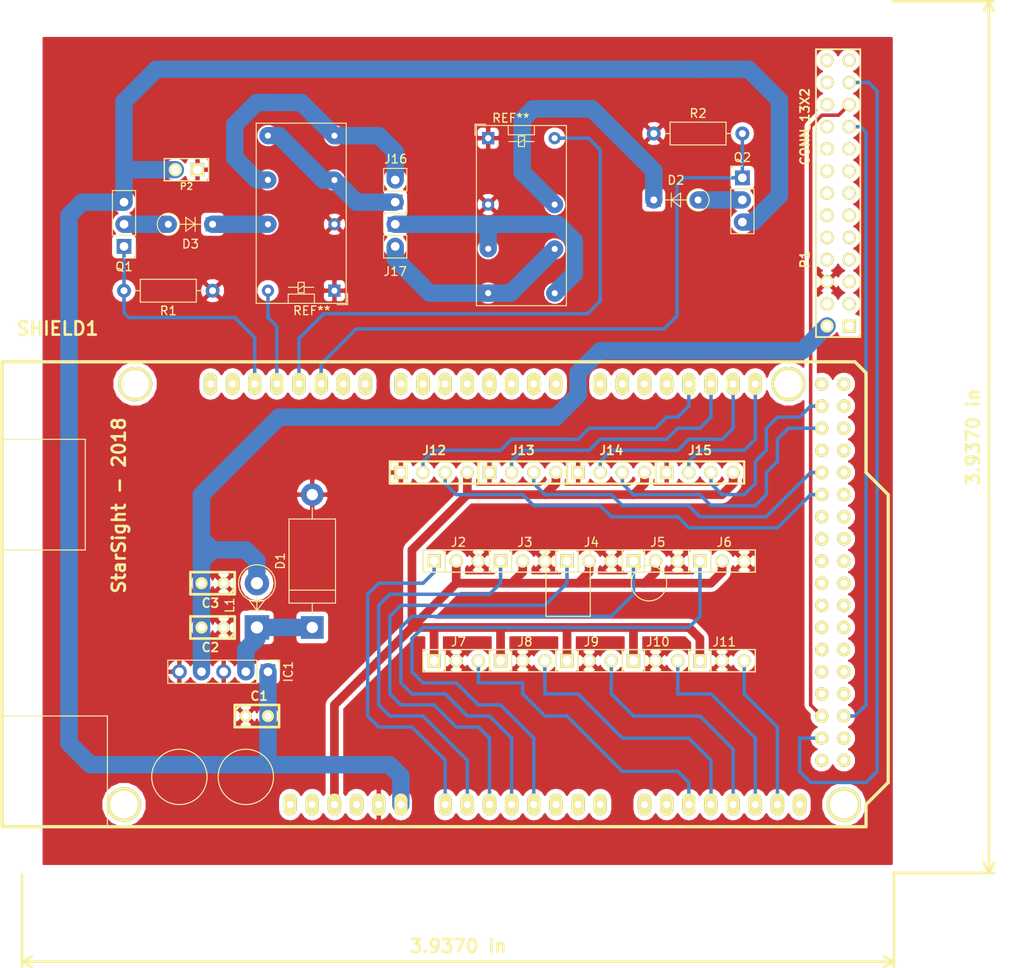
<source format=kicad_pcb>
(kicad_pcb (version 4) (host pcbnew 4.0.6)

  (general
    (links 92)
    (no_connects 0)
    (area 102.366 16.51 224.576081 136.292347)
    (thickness 1.6)
    (drawings 3)
    (tracks 324)
    (zones 0)
    (modules 33)
    (nets 114)
  )

  (page A3)
  (layers
    (0 F.Cu signal)
    (31 B.Cu signal)
    (32 B.Adhes user)
    (33 F.Adhes user)
    (34 B.Paste user)
    (35 F.Paste user)
    (36 B.SilkS user)
    (37 F.SilkS user)
    (38 B.Mask user)
    (39 F.Mask user)
    (40 Dwgs.User user)
    (41 Cmts.User user)
    (42 Eco1.User user)
    (43 Eco2.User user)
    (44 Edge.Cuts user)
  )

  (setup
    (last_trace_width 2)
    (user_trace_width 0.4)
    (user_trace_width 0.5)
    (user_trace_width 2)
    (trace_clearance 0.254)
    (zone_clearance 0.508)
    (zone_45_only no)
    (trace_min 0.254)
    (segment_width 0.2)
    (edge_width 0.1)
    (via_size 0.889)
    (via_drill 0.635)
    (via_min_size 0.889)
    (via_min_drill 0.508)
    (uvia_size 0.508)
    (uvia_drill 0.127)
    (uvias_allowed no)
    (uvia_min_size 0.508)
    (uvia_min_drill 0.127)
    (pcb_text_width 0.3)
    (pcb_text_size 1.5 1.5)
    (mod_edge_width 0.15)
    (mod_text_size 1 1)
    (mod_text_width 0.15)
    (pad_size 2.54 1.524)
    (pad_drill 0.8128)
    (pad_to_mask_clearance 0)
    (aux_axis_origin 0 0)
    (visible_elements 7FFFFFFF)
    (pcbplotparams
      (layerselection 0x00030_80000001)
      (usegerberextensions true)
      (excludeedgelayer true)
      (linewidth 0.150000)
      (plotframeref false)
      (viasonmask false)
      (mode 1)
      (useauxorigin false)
      (hpglpennumber 1)
      (hpglpenspeed 20)
      (hpglpendiameter 15)
      (hpglpenoverlay 2)
      (psnegative false)
      (psa4output false)
      (plotreference true)
      (plotvalue true)
      (plotinvisibletext false)
      (padsonsilk false)
      (subtractmaskfromsilk false)
      (outputformat 1)
      (mirror false)
      (drillshape 1)
      (scaleselection 1)
      (outputdirectory ""))
  )

  (net 0 "")
  (net 1 +5V)
  (net 2 "/GPIO10(MOSI)")
  (net 3 "/GPIO11(SCLK)")
  (net 4 "/GPIO9(MISO)")
  (net 5 GND)
  (net 6 +12V)
  (net 7 "Net-(C2-Pad2)")
  (net 8 "Net-(D2-Pad1)")
  (net 9 "Net-(D2-Pad2)")
  (net 10 "Net-(D3-Pad1)")
  (net 11 "Net-(D3-Pad2)")
  (net 12 "Net-(J2-Pad1)")
  (net 13 "Net-(J3-Pad1)")
  (net 14 "Net-(J4-Pad1)")
  (net 15 "Net-(J5-Pad1)")
  (net 16 "Net-(J6-Pad1)")
  (net 17 "Net-(J7-Pad3)")
  (net 18 "Net-(J8-Pad3)")
  (net 19 "Net-(J9-Pad3)")
  (net 20 "Net-(J10-Pad3)")
  (net 21 "Net-(J11-Pad3)")
  (net 22 "Net-(J12-Pad2)")
  (net 23 "Net-(J12-Pad3)")
  (net 24 "Net-(J13-Pad2)")
  (net 25 "Net-(J13-Pad3)")
  (net 26 "Net-(J14-Pad2)")
  (net 27 "Net-(J14-Pad3)")
  (net 28 "Net-(J15-Pad2)")
  (net 29 "Net-(J15-Pad3)")
  (net 30 "Net-(J16-Pad1)")
  (net 31 "Net-(J16-Pad2)")
  (net 32 "Net-(J17-Pad1)")
  (net 33 "Net-(J17-Pad2)")
  (net 34 "Net-(K1-PadA2)")
  (net 35 "Net-(K2-PadA2)")
  (net 36 "Net-(P1-Pad1)")
  (net 37 "/GPIO0(SDA)")
  (net 38 "Net-(P1-Pad4)")
  (net 39 "/GPIO1(SCL)")
  (net 40 /GPIO17)
  (net 41 /TXD)
  (net 42 "Net-(P1-Pad9)")
  (net 43 /RXD)
  (net 44 /GPIO22)
  (net 45 /GPIO18)
  (net 46 "Net-(P1-Pad13)")
  (net 47 "Net-(P1-Pad14)")
  (net 48 "Net-(P1-Pad15)")
  (net 49 /GPIO23)
  (net 50 "Net-(P1-Pad17)")
  (net 51 /GPIO24)
  (net 52 "Net-(P1-Pad20)")
  (net 53 /GPIO25)
  (net 54 "/GPIO8(CE0)")
  (net 55 "Net-(P1-Pad25)")
  (net 56 "/GPIO7(CE1)")
  (net 57 "Net-(Q1-Pad1)")
  (net 58 "Net-(Q2-Pad1)")
  (net 59 "Net-(SHIELD1-Pad14)")
  (net 60 "Net-(SHIELD1-Pad15)")
  (net 61 "Net-(SHIELD1-Pad16)")
  (net 62 "Net-(SHIELD1-Pad17)")
  (net 63 "Net-(SHIELD1-PadAD15)")
  (net 64 "Net-(SHIELD1-PadAD8)")
  (net 65 "Net-(SHIELD1-PadAD7)")
  (net 66 "Net-(SHIELD1-PadAD6)")
  (net 67 "Net-(SHIELD1-PadAD9)")
  (net 68 "Net-(SHIELD1-PadAD5)")
  (net 69 "Net-(SHIELD1-PadGND1)")
  (net 70 "Net-(SHIELD1-Pad3V3)")
  (net 71 "Net-(SHIELD1-PadRST)")
  (net 72 "Net-(SHIELD1-Pad0)")
  (net 73 "Net-(SHIELD1-Pad1)")
  (net 74 "Net-(SHIELD1-Pad2)")
  (net 75 "Net-(SHIELD1-Pad3)")
  (net 76 "Net-(SHIELD1-Pad4)")
  (net 77 "Net-(SHIELD1-Pad5)")
  (net 78 "Net-(SHIELD1-Pad6)")
  (net 79 "Net-(SHIELD1-Pad7)")
  (net 80 "Net-(SHIELD1-Pad8)")
  (net 81 "Net-(SHIELD1-Pad9)")
  (net 82 "Net-(SHIELD1-PadGND3)")
  (net 83 "Net-(SHIELD1-PadAREF)")
  (net 84 "Net-(SHIELD1-Pad23)")
  (net 85 "Net-(SHIELD1-Pad25)")
  (net 86 "Net-(SHIELD1-Pad26)")
  (net 87 "Net-(SHIELD1-Pad27)")
  (net 88 "Net-(SHIELD1-Pad29)")
  (net 89 "Net-(SHIELD1-Pad5V_4)")
  (net 90 "Net-(SHIELD1-Pad5V_5)")
  (net 91 "Net-(SHIELD1-Pad31)")
  (net 92 "Net-(SHIELD1-Pad32)")
  (net 93 "Net-(SHIELD1-Pad33)")
  (net 94 "Net-(SHIELD1-Pad34)")
  (net 95 "Net-(SHIELD1-Pad35)")
  (net 96 "Net-(SHIELD1-Pad36)")
  (net 97 "Net-(SHIELD1-Pad37)")
  (net 98 "Net-(SHIELD1-Pad38)")
  (net 99 "Net-(SHIELD1-Pad39)")
  (net 100 "Net-(SHIELD1-Pad40)")
  (net 101 "Net-(SHIELD1-Pad41)")
  (net 102 "Net-(SHIELD1-Pad42)")
  (net 103 "Net-(SHIELD1-Pad43)")
  (net 104 "Net-(SHIELD1-Pad44)")
  (net 105 "Net-(SHIELD1-Pad45)")
  (net 106 "Net-(SHIELD1-Pad46)")
  (net 107 "Net-(SHIELD1-Pad47)")
  (net 108 "Net-(SHIELD1-Pad48)")
  (net 109 "Net-(SHIELD1-Pad49)")
  (net 110 "Net-(SHIELD1-Pad53)")
  (net 111 "Net-(SHIELD1-PadGND4)")
  (net 112 "Net-(SHIELD1-PadGND5)")
  (net 113 "Net-(D1-Pad1)")

  (net_class Default "This is the default net class."
    (clearance 0.254)
    (trace_width 0.254)
    (via_dia 0.889)
    (via_drill 0.635)
    (uvia_dia 0.508)
    (uvia_drill 0.127)
    (add_net +12V)
    (add_net +5V)
    (add_net "/GPIO0(SDA)")
    (add_net "/GPIO1(SCL)")
    (add_net "/GPIO10(MOSI)")
    (add_net "/GPIO11(SCLK)")
    (add_net /GPIO17)
    (add_net /GPIO18)
    (add_net /GPIO22)
    (add_net /GPIO23)
    (add_net /GPIO24)
    (add_net /GPIO25)
    (add_net "/GPIO7(CE1)")
    (add_net "/GPIO8(CE0)")
    (add_net "/GPIO9(MISO)")
    (add_net /RXD)
    (add_net /TXD)
    (add_net GND)
    (add_net "Net-(C2-Pad2)")
    (add_net "Net-(D1-Pad1)")
    (add_net "Net-(D2-Pad1)")
    (add_net "Net-(D2-Pad2)")
    (add_net "Net-(D3-Pad1)")
    (add_net "Net-(D3-Pad2)")
    (add_net "Net-(J10-Pad3)")
    (add_net "Net-(J11-Pad3)")
    (add_net "Net-(J12-Pad2)")
    (add_net "Net-(J12-Pad3)")
    (add_net "Net-(J13-Pad2)")
    (add_net "Net-(J13-Pad3)")
    (add_net "Net-(J14-Pad2)")
    (add_net "Net-(J14-Pad3)")
    (add_net "Net-(J15-Pad2)")
    (add_net "Net-(J15-Pad3)")
    (add_net "Net-(J16-Pad1)")
    (add_net "Net-(J16-Pad2)")
    (add_net "Net-(J17-Pad1)")
    (add_net "Net-(J17-Pad2)")
    (add_net "Net-(J2-Pad1)")
    (add_net "Net-(J3-Pad1)")
    (add_net "Net-(J4-Pad1)")
    (add_net "Net-(J5-Pad1)")
    (add_net "Net-(J6-Pad1)")
    (add_net "Net-(J7-Pad3)")
    (add_net "Net-(J8-Pad3)")
    (add_net "Net-(J9-Pad3)")
    (add_net "Net-(K1-PadA2)")
    (add_net "Net-(K2-PadA2)")
    (add_net "Net-(P1-Pad1)")
    (add_net "Net-(P1-Pad13)")
    (add_net "Net-(P1-Pad14)")
    (add_net "Net-(P1-Pad15)")
    (add_net "Net-(P1-Pad17)")
    (add_net "Net-(P1-Pad20)")
    (add_net "Net-(P1-Pad25)")
    (add_net "Net-(P1-Pad4)")
    (add_net "Net-(P1-Pad9)")
    (add_net "Net-(Q1-Pad1)")
    (add_net "Net-(Q2-Pad1)")
    (add_net "Net-(SHIELD1-Pad0)")
    (add_net "Net-(SHIELD1-Pad1)")
    (add_net "Net-(SHIELD1-Pad14)")
    (add_net "Net-(SHIELD1-Pad15)")
    (add_net "Net-(SHIELD1-Pad16)")
    (add_net "Net-(SHIELD1-Pad17)")
    (add_net "Net-(SHIELD1-Pad2)")
    (add_net "Net-(SHIELD1-Pad23)")
    (add_net "Net-(SHIELD1-Pad25)")
    (add_net "Net-(SHIELD1-Pad26)")
    (add_net "Net-(SHIELD1-Pad27)")
    (add_net "Net-(SHIELD1-Pad29)")
    (add_net "Net-(SHIELD1-Pad3)")
    (add_net "Net-(SHIELD1-Pad31)")
    (add_net "Net-(SHIELD1-Pad32)")
    (add_net "Net-(SHIELD1-Pad33)")
    (add_net "Net-(SHIELD1-Pad34)")
    (add_net "Net-(SHIELD1-Pad35)")
    (add_net "Net-(SHIELD1-Pad36)")
    (add_net "Net-(SHIELD1-Pad37)")
    (add_net "Net-(SHIELD1-Pad38)")
    (add_net "Net-(SHIELD1-Pad39)")
    (add_net "Net-(SHIELD1-Pad3V3)")
    (add_net "Net-(SHIELD1-Pad4)")
    (add_net "Net-(SHIELD1-Pad40)")
    (add_net "Net-(SHIELD1-Pad41)")
    (add_net "Net-(SHIELD1-Pad42)")
    (add_net "Net-(SHIELD1-Pad43)")
    (add_net "Net-(SHIELD1-Pad44)")
    (add_net "Net-(SHIELD1-Pad45)")
    (add_net "Net-(SHIELD1-Pad46)")
    (add_net "Net-(SHIELD1-Pad47)")
    (add_net "Net-(SHIELD1-Pad48)")
    (add_net "Net-(SHIELD1-Pad49)")
    (add_net "Net-(SHIELD1-Pad5)")
    (add_net "Net-(SHIELD1-Pad53)")
    (add_net "Net-(SHIELD1-Pad5V_4)")
    (add_net "Net-(SHIELD1-Pad5V_5)")
    (add_net "Net-(SHIELD1-Pad6)")
    (add_net "Net-(SHIELD1-Pad7)")
    (add_net "Net-(SHIELD1-Pad8)")
    (add_net "Net-(SHIELD1-Pad9)")
    (add_net "Net-(SHIELD1-PadAD15)")
    (add_net "Net-(SHIELD1-PadAD5)")
    (add_net "Net-(SHIELD1-PadAD6)")
    (add_net "Net-(SHIELD1-PadAD7)")
    (add_net "Net-(SHIELD1-PadAD8)")
    (add_net "Net-(SHIELD1-PadAD9)")
    (add_net "Net-(SHIELD1-PadAREF)")
    (add_net "Net-(SHIELD1-PadGND1)")
    (add_net "Net-(SHIELD1-PadGND3)")
    (add_net "Net-(SHIELD1-PadGND4)")
    (add_net "Net-(SHIELD1-PadGND5)")
    (add_net "Net-(SHIELD1-PadRST)")
  )

  (module ARDUINO_MEGA_SHIELD (layer F.Cu) (tedit 5A47715B) (tstamp 5A3EACC1)
    (at 102.87 118.11)
    (path /5A3EA7AE)
    (fp_text reference SHIELD1 (at 6.35 -57.15) (layer F.SilkS)
      (effects (font (thickness 0.3048)))
    )
    (fp_text value ARDUINO_MEGA_SHIELD (at 13.97 -54.61) (layer F.SilkS) hide
      (effects (font (thickness 0.3048)))
    )
    (fp_circle (center 27.94 -5.715) (end 31.115 -5.715) (layer F.SilkS) (width 0.127))
    (fp_circle (center 20.32 -5.715) (end 23.495 -5.715) (layer F.SilkS) (width 0.127))
    (fp_line (start 0 -12.7) (end 12.065 -12.7) (layer F.SilkS) (width 0.127))
    (fp_line (start 12.065 -12.7) (end 12.065 0) (layer F.SilkS) (width 0.127))
    (fp_line (start 0 -44.45) (end 9.525 -44.45) (layer F.SilkS) (width 0.127))
    (fp_line (start 9.525 -44.45) (end 9.525 -31.75) (layer F.SilkS) (width 0.127))
    (fp_line (start 9.525 -31.75) (end 0 -31.75) (layer F.SilkS) (width 0.127))
    (fp_line (start 62.357 -31.75) (end 62.357 -24.13) (layer F.SilkS) (width 0.127))
    (fp_line (start 62.357 -24.13) (end 67.437 -24.13) (layer F.SilkS) (width 0.127))
    (fp_line (start 67.437 -24.13) (end 67.437 -31.75) (layer F.SilkS) (width 0.127))
    (fp_line (start 67.437 -31.75) (end 62.357 -31.75) (layer F.SilkS) (width 0.127))
    (fp_circle (center 74.168 -27.94) (end 76.2 -27.94) (layer F.SilkS) (width 0.127))
    (fp_line (start 99.06 0) (end 0 0) (layer F.SilkS) (width 0.381))
    (fp_line (start 97.79 -53.34) (end 0 -53.34) (layer F.SilkS) (width 0.381))
    (fp_line (start 99.06 -40.64) (end 99.06 -52.07) (layer F.SilkS) (width 0.381))
    (fp_line (start 99.06 -52.07) (end 97.79 -53.34) (layer F.SilkS) (width 0.381))
    (fp_line (start 0 0) (end 0 -53.34) (layer F.SilkS) (width 0.381))
    (fp_line (start 99.06 -40.64) (end 101.6 -38.1) (layer F.SilkS) (width 0.381))
    (fp_line (start 101.6 -38.1) (end 101.6 -5.08) (layer F.SilkS) (width 0.381))
    (fp_line (start 101.6 -5.08) (end 99.06 -2.54) (layer F.SilkS) (width 0.381))
    (fp_line (start 99.06 -2.54) (end 99.06 0) (layer F.SilkS) (width 0.381))
    (pad 14 thru_hole oval (at 68.58 -50.8 90) (size 2.54 1.524) (drill 0.8128) (layers *.Cu *.Mask F.SilkS)
      (net 59 "Net-(SHIELD1-Pad14)"))
    (pad 15 thru_hole oval (at 71.12 -50.8 90) (size 2.54 1.524) (drill 0.8128) (layers *.Cu *.Mask F.SilkS)
      (net 60 "Net-(SHIELD1-Pad15)"))
    (pad 16 thru_hole oval (at 73.66 -50.8 90) (size 2.54 1.524) (drill 0.8128) (layers *.Cu *.Mask F.SilkS)
      (net 61 "Net-(SHIELD1-Pad16)"))
    (pad 17 thru_hole oval (at 76.2 -50.8 90) (size 2.54 1.524) (drill 0.8128) (layers *.Cu *.Mask F.SilkS)
      (net 62 "Net-(SHIELD1-Pad17)"))
    (pad 18 thru_hole oval (at 78.74 -50.8 90) (size 2.54 1.524) (drill 0.8128) (layers *.Cu *.Mask F.SilkS)
      (net 22 "Net-(J12-Pad2)"))
    (pad 19 thru_hole oval (at 81.28 -50.8 90) (size 2.54 1.524) (drill 0.8128) (layers *.Cu *.Mask F.SilkS)
      (net 24 "Net-(J13-Pad2)"))
    (pad 20 thru_hole oval (at 83.82 -50.8 90) (size 2.54 1.524) (drill 0.8128) (layers *.Cu *.Mask F.SilkS)
      (net 26 "Net-(J14-Pad2)"))
    (pad 21 thru_hole oval (at 86.36 -50.8 90) (size 2.54 1.524) (drill 0.8128) (layers *.Cu *.Mask F.SilkS)
      (net 28 "Net-(J15-Pad2)"))
    (pad AD15 thru_hole oval (at 91.44 -2.54 90) (size 2.54 1.524) (drill 0.8128) (layers *.Cu *.Mask F.SilkS)
      (net 63 "Net-(SHIELD1-PadAD15)"))
    (pad AD14 thru_hole oval (at 88.9 -2.54 90) (size 2.54 1.524) (drill 0.8128) (layers *.Cu *.Mask F.SilkS)
      (net 21 "Net-(J11-Pad3)"))
    (pad AD13 thru_hole oval (at 86.36 -2.54 90) (size 2.54 1.524) (drill 0.8128) (layers *.Cu *.Mask F.SilkS)
      (net 20 "Net-(J10-Pad3)"))
    (pad AD12 thru_hole oval (at 83.82 -2.54 90) (size 2.54 1.524) (drill 0.8128) (layers *.Cu *.Mask F.SilkS)
      (net 19 "Net-(J9-Pad3)"))
    (pad AD8 thru_hole oval (at 73.66 -2.54 90) (size 2.54 1.524) (drill 0.8128) (layers *.Cu *.Mask F.SilkS)
      (net 64 "Net-(SHIELD1-PadAD8)"))
    (pad AD7 thru_hole oval (at 68.58 -2.54 90) (size 2.54 1.524) (drill 0.8128) (layers *.Cu *.Mask F.SilkS)
      (net 65 "Net-(SHIELD1-PadAD7)"))
    (pad AD6 thru_hole oval (at 66.04 -2.54 90) (size 2.54 1.524) (drill 0.8128) (layers *.Cu *.Mask F.SilkS)
      (net 66 "Net-(SHIELD1-PadAD6)"))
    (pad AD9 thru_hole oval (at 76.2 -2.54 90) (size 2.54 1.524) (drill 0.8128) (layers *.Cu *.Mask F.SilkS)
      (net 67 "Net-(SHIELD1-PadAD9)"))
    (pad AD10 thru_hole oval (at 78.74 -2.54 90) (size 2.54 1.524) (drill 0.8128) (layers *.Cu *.Mask F.SilkS)
      (net 17 "Net-(J7-Pad3)"))
    (pad AD11 thru_hole oval (at 81.28 -2.54 90) (size 2.54 1.524) (drill 0.8128) (layers *.Cu *.Mask F.SilkS)
      (net 18 "Net-(J8-Pad3)"))
    (pad AD5 thru_hole oval (at 63.5 -2.54 90) (size 2.54 1.524) (drill 0.8128) (layers *.Cu *.Mask F.SilkS)
      (net 68 "Net-(SHIELD1-PadAD5)"))
    (pad AD4 thru_hole oval (at 60.96 -2.54 90) (size 2.54 1.524) (drill 0.8128) (layers *.Cu *.Mask F.SilkS)
      (net 16 "Net-(J6-Pad1)"))
    (pad AD3 thru_hole oval (at 58.42 -2.54 90) (size 2.54 1.524) (drill 0.8128) (layers *.Cu *.Mask F.SilkS)
      (net 15 "Net-(J5-Pad1)"))
    (pad AD0 thru_hole oval (at 50.8 -2.54 90) (size 2.54 1.524) (drill 0.8128) (layers *.Cu *.Mask F.SilkS)
      (net 12 "Net-(J2-Pad1)"))
    (pad AD1 thru_hole oval (at 53.34 -2.54 90) (size 2.54 1.524) (drill 0.8128) (layers *.Cu *.Mask F.SilkS)
      (net 13 "Net-(J3-Pad1)"))
    (pad AD2 thru_hole oval (at 55.88 -2.54 90) (size 2.54 1.524) (drill 0.8128) (layers *.Cu *.Mask F.SilkS)
      (net 14 "Net-(J4-Pad1)"))
    (pad V_IN thru_hole oval (at 45.72 -2.54 90) (size 2.54 1.524) (drill 0.8128) (layers *.Cu *.Mask F.SilkS)
      (net 6 +12V))
    (pad GND2 thru_hole oval (at 43.18 -2.54 90) (size 2.54 1.524) (drill 0.8128) (layers *.Cu *.Mask F.SilkS)
      (net 5 GND))
    (pad GND1 thru_hole oval (at 40.64 -2.54 90) (size 2.54 1.524) (drill 0.8128) (layers *.Cu *.Mask F.SilkS)
      (net 69 "Net-(SHIELD1-PadGND1)"))
    (pad 3V3 thru_hole oval (at 35.56 -2.54 90) (size 2.54 1.524) (drill 0.8128) (layers *.Cu *.Mask F.SilkS)
      (net 70 "Net-(SHIELD1-Pad3V3)"))
    (pad RST thru_hole oval (at 33.02 -2.54 90) (size 2.54 1.524) (drill 0.8128) (layers *.Cu *.Mask F.SilkS)
      (net 71 "Net-(SHIELD1-PadRST)"))
    (pad 0 thru_hole oval (at 63.5 -50.8 90) (size 2.54 1.524) (drill 0.8128) (layers *.Cu *.Mask F.SilkS)
      (net 72 "Net-(SHIELD1-Pad0)"))
    (pad 1 thru_hole oval (at 60.96 -50.8 90) (size 2.54 1.524) (drill 0.8128) (layers *.Cu *.Mask F.SilkS)
      (net 73 "Net-(SHIELD1-Pad1)"))
    (pad 2 thru_hole oval (at 58.42 -50.8 90) (size 2.54 1.524) (drill 0.8128) (layers *.Cu *.Mask F.SilkS)
      (net 74 "Net-(SHIELD1-Pad2)"))
    (pad 3 thru_hole oval (at 55.88 -50.8 90) (size 2.54 1.524) (drill 0.8128) (layers *.Cu *.Mask F.SilkS)
      (net 75 "Net-(SHIELD1-Pad3)"))
    (pad 4 thru_hole oval (at 53.34 -50.8 90) (size 2.54 1.524) (drill 0.8128) (layers *.Cu *.Mask F.SilkS)
      (net 76 "Net-(SHIELD1-Pad4)"))
    (pad 5 thru_hole oval (at 50.8 -50.8 90) (size 2.54 1.524) (drill 0.8128) (layers *.Cu *.Mask F.SilkS)
      (net 77 "Net-(SHIELD1-Pad5)"))
    (pad 6 thru_hole oval (at 48.26 -50.8 90) (size 2.54 1.524) (drill 0.8128) (layers *.Cu *.Mask F.SilkS)
      (net 78 "Net-(SHIELD1-Pad6)"))
    (pad 7 thru_hole oval (at 45.72 -50.8 90) (size 2.54 1.524) (drill 0.8128) (layers *.Cu *.Mask F.SilkS)
      (net 79 "Net-(SHIELD1-Pad7)"))
    (pad 8 thru_hole oval (at 41.656 -50.8 90) (size 2.54 1.524) (drill 0.8128) (layers *.Cu *.Mask F.SilkS)
      (net 80 "Net-(SHIELD1-Pad8)"))
    (pad 9 thru_hole oval (at 39.116 -50.8 90) (size 2.54 1.524) (drill 0.8128) (layers *.Cu *.Mask F.SilkS)
      (net 81 "Net-(SHIELD1-Pad9)"))
    (pad 10 thru_hole oval (at 36.576 -50.8 90) (size 2.54 1.524) (drill 0.8128) (layers *.Cu *.Mask F.SilkS)
      (net 58 "Net-(Q2-Pad1)"))
    (pad 11 thru_hole oval (at 34.036 -50.8 90) (size 2.54 1.524) (drill 0.8128) (layers *.Cu *.Mask F.SilkS)
      (net 35 "Net-(K2-PadA2)"))
    (pad 12 thru_hole oval (at 31.496 -50.8 90) (size 2.54 1.524) (drill 0.8128) (layers *.Cu *.Mask F.SilkS)
      (net 34 "Net-(K1-PadA2)"))
    (pad e13 thru_hole oval (at 28.956 -50.8 90) (size 2.54 1.524) (drill 0.8128) (layers *.Cu *.Mask F.SilkS)
      (net 57 "Net-(Q1-Pad1)"))
    (pad GND3 thru_hole oval (at 26.416 -50.8 90) (size 2.54 1.524) (drill 0.8128) (layers *.Cu *.Mask F.SilkS)
      (net 82 "Net-(SHIELD1-PadGND3)"))
    (pad AREF thru_hole oval (at 23.876 -50.8 90) (size 2.54 1.524) (drill 0.8128) (layers *.Cu *.Mask F.SilkS)
      (net 83 "Net-(SHIELD1-PadAREF)"))
    (pad 5V thru_hole oval (at 38.1 -2.54 90) (size 2.54 1.524) (drill 0.8128) (layers *.Cu *.Mask F.SilkS)
      (net 1 +5V))
    (pad GND1 thru_hole circle (at 96.52 -2.54 90) (size 3.937 3.937) (drill 3.175) (layers *.Cu *.Mask F.SilkS))
    (pad GND1 thru_hole circle (at 90.17 -50.8 90) (size 3.937 3.937) (drill 3.175) (layers *.Cu *.Mask F.SilkS))
    (pad GND1 thru_hole circle (at 15.24 -50.8 90) (size 3.937 3.937) (drill 3.175) (layers *.Cu *.Mask F.SilkS))
    (pad GND1 thru_hole circle (at 13.97 -2.54 90) (size 3.937 3.937) (drill 3.175) (layers *.Cu *.Mask F.SilkS))
    (pad 22 thru_hole circle (at 93.98 -48.26) (size 1.524 1.524) (drill 0.8128) (layers *.Cu *.Mask F.SilkS)
      (net 29 "Net-(J15-Pad3)"))
    (pad 23 thru_hole circle (at 96.52 -48.26) (size 1.524 1.524) (drill 0.8128) (layers *.Cu *.Mask F.SilkS)
      (net 84 "Net-(SHIELD1-Pad23)"))
    (pad 24 thru_hole circle (at 93.98 -45.72) (size 1.524 1.524) (drill 0.8128) (layers *.Cu *.Mask F.SilkS)
      (net 27 "Net-(J14-Pad3)"))
    (pad 25 thru_hole circle (at 96.52 -45.72) (size 1.524 1.524) (drill 0.8128) (layers *.Cu *.Mask F.SilkS)
      (net 85 "Net-(SHIELD1-Pad25)"))
    (pad 26 thru_hole circle (at 93.98 -43.18) (size 1.524 1.524) (drill 0.8128) (layers *.Cu *.Mask F.SilkS)
      (net 86 "Net-(SHIELD1-Pad26)"))
    (pad 27 thru_hole circle (at 96.52 -43.18) (size 1.524 1.524) (drill 0.8128) (layers *.Cu *.Mask F.SilkS)
      (net 87 "Net-(SHIELD1-Pad27)"))
    (pad 28 thru_hole circle (at 93.98 -40.64) (size 1.524 1.524) (drill 0.8128) (layers *.Cu *.Mask F.SilkS)
      (net 25 "Net-(J13-Pad3)"))
    (pad 29 thru_hole circle (at 96.52 -40.64) (size 1.524 1.524) (drill 0.8128) (layers *.Cu *.Mask F.SilkS)
      (net 88 "Net-(SHIELD1-Pad29)"))
    (pad 5V_4 thru_hole circle (at 93.98 -50.8) (size 1.524 1.524) (drill 0.8128) (layers *.Cu *.Mask F.SilkS)
      (net 89 "Net-(SHIELD1-Pad5V_4)"))
    (pad 5V_5 thru_hole circle (at 96.52 -50.8) (size 1.524 1.524) (drill 0.8128) (layers *.Cu *.Mask F.SilkS)
      (net 90 "Net-(SHIELD1-Pad5V_5)"))
    (pad 31 thru_hole circle (at 96.52 -38.1) (size 1.524 1.524) (drill 0.8128) (layers *.Cu *.Mask F.SilkS)
      (net 91 "Net-(SHIELD1-Pad31)"))
    (pad 30 thru_hole circle (at 93.98 -38.1) (size 1.524 1.524) (drill 0.8128) (layers *.Cu *.Mask F.SilkS)
      (net 23 "Net-(J12-Pad3)"))
    (pad 32 thru_hole circle (at 93.98 -35.56) (size 1.524 1.524) (drill 0.8128) (layers *.Cu *.Mask F.SilkS)
      (net 92 "Net-(SHIELD1-Pad32)"))
    (pad 33 thru_hole circle (at 96.52 -35.56) (size 1.524 1.524) (drill 0.8128) (layers *.Cu *.Mask F.SilkS)
      (net 93 "Net-(SHIELD1-Pad33)"))
    (pad 34 thru_hole circle (at 93.98 -33.02) (size 1.524 1.524) (drill 0.8128) (layers *.Cu *.Mask F.SilkS)
      (net 94 "Net-(SHIELD1-Pad34)"))
    (pad 35 thru_hole circle (at 96.52 -33.02) (size 1.524 1.524) (drill 0.8128) (layers *.Cu *.Mask F.SilkS)
      (net 95 "Net-(SHIELD1-Pad35)"))
    (pad 36 thru_hole circle (at 93.98 -30.48) (size 1.524 1.524) (drill 0.8128) (layers *.Cu *.Mask F.SilkS)
      (net 96 "Net-(SHIELD1-Pad36)"))
    (pad 37 thru_hole circle (at 96.52 -30.48) (size 1.524 1.524) (drill 0.8128) (layers *.Cu *.Mask F.SilkS)
      (net 97 "Net-(SHIELD1-Pad37)"))
    (pad 38 thru_hole circle (at 93.98 -27.94) (size 1.524 1.524) (drill 0.8128) (layers *.Cu *.Mask F.SilkS)
      (net 98 "Net-(SHIELD1-Pad38)"))
    (pad 39 thru_hole circle (at 96.52 -27.94) (size 1.524 1.524) (drill 0.8128) (layers *.Cu *.Mask F.SilkS)
      (net 99 "Net-(SHIELD1-Pad39)"))
    (pad 40 thru_hole circle (at 93.98 -25.4) (size 1.524 1.524) (drill 0.8128) (layers *.Cu *.Mask F.SilkS)
      (net 100 "Net-(SHIELD1-Pad40)"))
    (pad 41 thru_hole circle (at 96.52 -25.4) (size 1.524 1.524) (drill 0.8128) (layers *.Cu *.Mask F.SilkS)
      (net 101 "Net-(SHIELD1-Pad41)"))
    (pad 42 thru_hole circle (at 93.98 -22.86) (size 1.524 1.524) (drill 0.8128) (layers *.Cu *.Mask F.SilkS)
      (net 102 "Net-(SHIELD1-Pad42)"))
    (pad 43 thru_hole circle (at 96.52 -22.86) (size 1.524 1.524) (drill 0.8128) (layers *.Cu *.Mask F.SilkS)
      (net 103 "Net-(SHIELD1-Pad43)"))
    (pad 44 thru_hole circle (at 93.98 -20.32) (size 1.524 1.524) (drill 0.8128) (layers *.Cu *.Mask F.SilkS)
      (net 104 "Net-(SHIELD1-Pad44)"))
    (pad 45 thru_hole circle (at 96.52 -20.32) (size 1.524 1.524) (drill 0.8128) (layers *.Cu *.Mask F.SilkS)
      (net 105 "Net-(SHIELD1-Pad45)"))
    (pad 46 thru_hole circle (at 93.98 -17.78) (size 1.524 1.524) (drill 0.8128) (layers *.Cu *.Mask F.SilkS)
      (net 106 "Net-(SHIELD1-Pad46)"))
    (pad 47 thru_hole circle (at 96.52 -17.78) (size 1.524 1.524) (drill 0.8128) (layers *.Cu *.Mask F.SilkS)
      (net 107 "Net-(SHIELD1-Pad47)"))
    (pad 48 thru_hole circle (at 93.98 -15.24) (size 1.524 1.524) (drill 0.8128) (layers *.Cu *.Mask F.SilkS)
      (net 108 "Net-(SHIELD1-Pad48)"))
    (pad 49 thru_hole circle (at 96.52 -15.24) (size 1.524 1.524) (drill 0.8128) (layers *.Cu *.Mask F.SilkS)
      (net 109 "Net-(SHIELD1-Pad49)"))
    (pad 50 thru_hole circle (at 93.98 -12.7) (size 1.524 1.524) (drill 0.8128) (layers *.Cu *.Mask F.SilkS)
      (net 4 "/GPIO9(MISO)"))
    (pad 51 thru_hole circle (at 96.52 -12.7) (size 1.524 1.524) (drill 0.8128) (layers *.Cu *.Mask F.SilkS)
      (net 2 "/GPIO10(MOSI)"))
    (pad 52 thru_hole circle (at 93.98 -10.16) (size 1.524 1.524) (drill 0.8128) (layers *.Cu *.Mask F.SilkS)
      (net 3 "/GPIO11(SCLK)"))
    (pad 53 thru_hole circle (at 96.52 -10.16) (size 1.524 1.524) (drill 0.8128) (layers *.Cu *.Mask F.SilkS)
      (net 110 "Net-(SHIELD1-Pad53)"))
    (pad GND4 thru_hole circle (at 93.98 -7.62) (size 1.524 1.524) (drill 0.8128) (layers *.Cu *.Mask F.SilkS)
      (net 111 "Net-(SHIELD1-PadGND4)"))
    (pad GND5 thru_hole circle (at 96.52 -7.62) (size 1.524 1.524) (drill 0.8128) (layers *.Cu *.Mask F.SilkS)
      (net 112 "Net-(SHIELD1-PadGND5)"))
    (model packages3d\nick\ArduinoMegaShield.wrl
      (at (xyz 0 0 0))
      (scale (xyz 1 1 1))
      (rotate (xyz 0 0 0))
    )
  )

  (module PIN_ARRAY_4x1 (layer F.Cu) (tedit 4C10F42E) (tstamp 5A3EAB5D)
    (at 152.4 77.47)
    (descr "Double rangee de contacts 2 x 5 pins")
    (tags CONN)
    (path /5A3D8FAE)
    (fp_text reference J12 (at 0 -2.54) (layer F.SilkS)
      (effects (font (size 1.016 1.016) (thickness 0.2032)))
    )
    (fp_text value ultSound1 (at 0 2.54) (layer F.SilkS) hide
      (effects (font (size 1.016 1.016) (thickness 0.2032)))
    )
    (fp_line (start 5.08 1.27) (end -5.08 1.27) (layer F.SilkS) (width 0.254))
    (fp_line (start 5.08 -1.27) (end -5.08 -1.27) (layer F.SilkS) (width 0.254))
    (fp_line (start -5.08 -1.27) (end -5.08 1.27) (layer F.SilkS) (width 0.254))
    (fp_line (start 5.08 1.27) (end 5.08 -1.27) (layer F.SilkS) (width 0.254))
    (pad 1 thru_hole rect (at -3.81 0) (size 1.524 1.524) (drill 1.016) (layers *.Cu *.Mask F.SilkS)
      (net 5 GND))
    (pad 2 thru_hole circle (at -1.27 0) (size 1.524 1.524) (drill 1.016) (layers *.Cu *.Mask F.SilkS)
      (net 22 "Net-(J12-Pad2)"))
    (pad 3 thru_hole circle (at 1.27 0) (size 1.524 1.524) (drill 1.016) (layers *.Cu *.Mask F.SilkS)
      (net 23 "Net-(J12-Pad3)"))
    (pad 4 thru_hole circle (at 3.81 0) (size 1.524 1.524) (drill 1.016) (layers *.Cu *.Mask F.SilkS)
      (net 1 +5V))
    (model pin_array\pins_array_4x1.wrl
      (at (xyz 0 0 0))
      (scale (xyz 1 1 1))
      (rotate (xyz 0 0 0))
    )
  )

  (module PIN_ARRAY_4x1 (layer F.Cu) (tedit 4C10F42E) (tstamp 5A3EAB69)
    (at 162.56 77.47)
    (descr "Double rangee de contacts 2 x 5 pins")
    (tags CONN)
    (path /5A3D9045)
    (fp_text reference J13 (at 0 -2.54) (layer F.SilkS)
      (effects (font (size 1.016 1.016) (thickness 0.2032)))
    )
    (fp_text value ultSound1 (at 0 2.54) (layer F.SilkS) hide
      (effects (font (size 1.016 1.016) (thickness 0.2032)))
    )
    (fp_line (start 5.08 1.27) (end -5.08 1.27) (layer F.SilkS) (width 0.254))
    (fp_line (start 5.08 -1.27) (end -5.08 -1.27) (layer F.SilkS) (width 0.254))
    (fp_line (start -5.08 -1.27) (end -5.08 1.27) (layer F.SilkS) (width 0.254))
    (fp_line (start 5.08 1.27) (end 5.08 -1.27) (layer F.SilkS) (width 0.254))
    (pad 1 thru_hole rect (at -3.81 0) (size 1.524 1.524) (drill 1.016) (layers *.Cu *.Mask F.SilkS)
      (net 5 GND))
    (pad 2 thru_hole circle (at -1.27 0) (size 1.524 1.524) (drill 1.016) (layers *.Cu *.Mask F.SilkS)
      (net 24 "Net-(J13-Pad2)"))
    (pad 3 thru_hole circle (at 1.27 0) (size 1.524 1.524) (drill 1.016) (layers *.Cu *.Mask F.SilkS)
      (net 25 "Net-(J13-Pad3)"))
    (pad 4 thru_hole circle (at 3.81 0) (size 1.524 1.524) (drill 1.016) (layers *.Cu *.Mask F.SilkS)
      (net 1 +5V))
    (model pin_array\pins_array_4x1.wrl
      (at (xyz 0 0 0))
      (scale (xyz 1 1 1))
      (rotate (xyz 0 0 0))
    )
  )

  (module PIN_ARRAY_4x1 (layer F.Cu) (tedit 4C10F42E) (tstamp 5A3EAB75)
    (at 182.88 77.47)
    (descr "Double rangee de contacts 2 x 5 pins")
    (tags CONN)
    (path /5A3E8D8B)
    (fp_text reference J15 (at 0 -2.54) (layer F.SilkS)
      (effects (font (size 1.016 1.016) (thickness 0.2032)))
    )
    (fp_text value ultSound1 (at 0 2.54) (layer F.SilkS) hide
      (effects (font (size 1.016 1.016) (thickness 0.2032)))
    )
    (fp_line (start 5.08 1.27) (end -5.08 1.27) (layer F.SilkS) (width 0.254))
    (fp_line (start 5.08 -1.27) (end -5.08 -1.27) (layer F.SilkS) (width 0.254))
    (fp_line (start -5.08 -1.27) (end -5.08 1.27) (layer F.SilkS) (width 0.254))
    (fp_line (start 5.08 1.27) (end 5.08 -1.27) (layer F.SilkS) (width 0.254))
    (pad 1 thru_hole rect (at -3.81 0) (size 1.524 1.524) (drill 1.016) (layers *.Cu *.Mask F.SilkS)
      (net 5 GND))
    (pad 2 thru_hole circle (at -1.27 0) (size 1.524 1.524) (drill 1.016) (layers *.Cu *.Mask F.SilkS)
      (net 28 "Net-(J15-Pad2)"))
    (pad 3 thru_hole circle (at 1.27 0) (size 1.524 1.524) (drill 1.016) (layers *.Cu *.Mask F.SilkS)
      (net 29 "Net-(J15-Pad3)"))
    (pad 4 thru_hole circle (at 3.81 0) (size 1.524 1.524) (drill 1.016) (layers *.Cu *.Mask F.SilkS)
      (net 1 +5V))
    (model pin_array\pins_array_4x1.wrl
      (at (xyz 0 0 0))
      (scale (xyz 1 1 1))
      (rotate (xyz 0 0 0))
    )
  )

  (module PIN_ARRAY_4x1 (layer F.Cu) (tedit 4C10F42E) (tstamp 5A3EAB81)
    (at 172.72 77.47)
    (descr "Double rangee de contacts 2 x 5 pins")
    (tags CONN)
    (path /5A3E8D84)
    (fp_text reference J14 (at 0 -2.54) (layer F.SilkS)
      (effects (font (size 1.016 1.016) (thickness 0.2032)))
    )
    (fp_text value ultSound1 (at 0 2.54) (layer F.SilkS) hide
      (effects (font (size 1.016 1.016) (thickness 0.2032)))
    )
    (fp_line (start 5.08 1.27) (end -5.08 1.27) (layer F.SilkS) (width 0.254))
    (fp_line (start 5.08 -1.27) (end -5.08 -1.27) (layer F.SilkS) (width 0.254))
    (fp_line (start -5.08 -1.27) (end -5.08 1.27) (layer F.SilkS) (width 0.254))
    (fp_line (start 5.08 1.27) (end 5.08 -1.27) (layer F.SilkS) (width 0.254))
    (pad 1 thru_hole rect (at -3.81 0) (size 1.524 1.524) (drill 1.016) (layers *.Cu *.Mask F.SilkS)
      (net 5 GND))
    (pad 2 thru_hole circle (at -1.27 0) (size 1.524 1.524) (drill 1.016) (layers *.Cu *.Mask F.SilkS)
      (net 26 "Net-(J14-Pad2)"))
    (pad 3 thru_hole circle (at 1.27 0) (size 1.524 1.524) (drill 1.016) (layers *.Cu *.Mask F.SilkS)
      (net 27 "Net-(J14-Pad3)"))
    (pad 4 thru_hole circle (at 3.81 0) (size 1.524 1.524) (drill 1.016) (layers *.Cu *.Mask F.SilkS)
      (net 1 +5V))
    (model pin_array\pins_array_4x1.wrl
      (at (xyz 0 0 0))
      (scale (xyz 1 1 1))
      (rotate (xyz 0 0 0))
    )
  )

  (module PIN_ARRAY_3X1 (layer F.Cu) (tedit 4C1130E0) (tstamp 5A3EAB8D)
    (at 162.56 99.06)
    (descr "Connecteur 3 pins")
    (tags "CONN DEV")
    (path /5A3E75B6)
    (fp_text reference J8 (at 0.254 -2.159) (layer F.SilkS)
      (effects (font (size 1.016 1.016) (thickness 0.1524)))
    )
    (fp_text value IR1 (at 0 -2.159) (layer F.SilkS) hide
      (effects (font (size 1.016 1.016) (thickness 0.1524)))
    )
    (fp_line (start -3.81 1.27) (end -3.81 -1.27) (layer F.SilkS) (width 0.1524))
    (fp_line (start -3.81 -1.27) (end 3.81 -1.27) (layer F.SilkS) (width 0.1524))
    (fp_line (start 3.81 -1.27) (end 3.81 1.27) (layer F.SilkS) (width 0.1524))
    (fp_line (start 3.81 1.27) (end -3.81 1.27) (layer F.SilkS) (width 0.1524))
    (fp_line (start -1.27 -1.27) (end -1.27 1.27) (layer F.SilkS) (width 0.1524))
    (pad 1 thru_hole rect (at -2.54 0) (size 1.524 1.524) (drill 1.016) (layers *.Cu *.Mask F.SilkS)
      (net 1 +5V))
    (pad 2 thru_hole circle (at 0 0) (size 1.524 1.524) (drill 1.016) (layers *.Cu *.Mask F.SilkS)
      (net 5 GND))
    (pad 3 thru_hole circle (at 2.54 0) (size 1.524 1.524) (drill 1.016) (layers *.Cu *.Mask F.SilkS)
      (net 18 "Net-(J8-Pad3)"))
    (model pin_array/pins_array_3x1.wrl
      (at (xyz 0 0 0))
      (scale (xyz 1 1 1))
      (rotate (xyz 0 0 0))
    )
  )

  (module PIN_ARRAY_3X1 (layer F.Cu) (tedit 4C1130E0) (tstamp 5A3EABA5)
    (at 185.42 99.06)
    (descr "Connecteur 3 pins")
    (tags "CONN DEV")
    (path /5A3E7ACA)
    (fp_text reference J11 (at 0.254 -2.159) (layer F.SilkS)
      (effects (font (size 1.016 1.016) (thickness 0.1524)))
    )
    (fp_text value IR1 (at 0 -2.159) (layer F.SilkS) hide
      (effects (font (size 1.016 1.016) (thickness 0.1524)))
    )
    (fp_line (start -3.81 1.27) (end -3.81 -1.27) (layer F.SilkS) (width 0.1524))
    (fp_line (start -3.81 -1.27) (end 3.81 -1.27) (layer F.SilkS) (width 0.1524))
    (fp_line (start 3.81 -1.27) (end 3.81 1.27) (layer F.SilkS) (width 0.1524))
    (fp_line (start 3.81 1.27) (end -3.81 1.27) (layer F.SilkS) (width 0.1524))
    (fp_line (start -1.27 -1.27) (end -1.27 1.27) (layer F.SilkS) (width 0.1524))
    (pad 1 thru_hole rect (at -2.54 0) (size 1.524 1.524) (drill 1.016) (layers *.Cu *.Mask F.SilkS)
      (net 1 +5V))
    (pad 2 thru_hole circle (at 0 0) (size 1.524 1.524) (drill 1.016) (layers *.Cu *.Mask F.SilkS)
      (net 5 GND))
    (pad 3 thru_hole circle (at 2.54 0) (size 1.524 1.524) (drill 1.016) (layers *.Cu *.Mask F.SilkS)
      (net 21 "Net-(J11-Pad3)"))
    (model pin_array/pins_array_3x1.wrl
      (at (xyz 0 0 0))
      (scale (xyz 1 1 1))
      (rotate (xyz 0 0 0))
    )
  )

  (module PIN_ARRAY_3X1 (layer F.Cu) (tedit 4C1130E0) (tstamp 5A3EABB1)
    (at 177.8 99.06)
    (descr "Connecteur 3 pins")
    (tags "CONN DEV")
    (path /5A3E7A51)
    (fp_text reference J10 (at 0.254 -2.159) (layer F.SilkS)
      (effects (font (size 1.016 1.016) (thickness 0.1524)))
    )
    (fp_text value IR1 (at 0 -2.159) (layer F.SilkS) hide
      (effects (font (size 1.016 1.016) (thickness 0.1524)))
    )
    (fp_line (start -3.81 1.27) (end -3.81 -1.27) (layer F.SilkS) (width 0.1524))
    (fp_line (start -3.81 -1.27) (end 3.81 -1.27) (layer F.SilkS) (width 0.1524))
    (fp_line (start 3.81 -1.27) (end 3.81 1.27) (layer F.SilkS) (width 0.1524))
    (fp_line (start 3.81 1.27) (end -3.81 1.27) (layer F.SilkS) (width 0.1524))
    (fp_line (start -1.27 -1.27) (end -1.27 1.27) (layer F.SilkS) (width 0.1524))
    (pad 1 thru_hole rect (at -2.54 0) (size 1.524 1.524) (drill 1.016) (layers *.Cu *.Mask F.SilkS)
      (net 1 +5V))
    (pad 2 thru_hole circle (at 0 0) (size 1.524 1.524) (drill 1.016) (layers *.Cu *.Mask F.SilkS)
      (net 5 GND))
    (pad 3 thru_hole circle (at 2.54 0) (size 1.524 1.524) (drill 1.016) (layers *.Cu *.Mask F.SilkS)
      (net 20 "Net-(J10-Pad3)"))
    (model pin_array/pins_array_3x1.wrl
      (at (xyz 0 0 0))
      (scale (xyz 1 1 1))
      (rotate (xyz 0 0 0))
    )
  )

  (module PIN_ARRAY_3X1 (layer F.Cu) (tedit 4C1130E0) (tstamp 5A3EABBD)
    (at 154.94 99.06)
    (descr "Connecteur 3 pins")
    (tags "CONN DEV")
    (path /5A3E73C2)
    (fp_text reference J7 (at 0.254 -2.159) (layer F.SilkS)
      (effects (font (size 1.016 1.016) (thickness 0.1524)))
    )
    (fp_text value IR1 (at 0 -2.159) (layer F.SilkS) hide
      (effects (font (size 1.016 1.016) (thickness 0.1524)))
    )
    (fp_line (start -3.81 1.27) (end -3.81 -1.27) (layer F.SilkS) (width 0.1524))
    (fp_line (start -3.81 -1.27) (end 3.81 -1.27) (layer F.SilkS) (width 0.1524))
    (fp_line (start 3.81 -1.27) (end 3.81 1.27) (layer F.SilkS) (width 0.1524))
    (fp_line (start 3.81 1.27) (end -3.81 1.27) (layer F.SilkS) (width 0.1524))
    (fp_line (start -1.27 -1.27) (end -1.27 1.27) (layer F.SilkS) (width 0.1524))
    (pad 1 thru_hole rect (at -2.54 0) (size 1.524 1.524) (drill 1.016) (layers *.Cu *.Mask F.SilkS)
      (net 1 +5V))
    (pad 2 thru_hole circle (at 0 0) (size 1.524 1.524) (drill 1.016) (layers *.Cu *.Mask F.SilkS)
      (net 5 GND))
    (pad 3 thru_hole circle (at 2.54 0) (size 1.524 1.524) (drill 1.016) (layers *.Cu *.Mask F.SilkS)
      (net 17 "Net-(J7-Pad3)"))
    (model pin_array/pins_array_3x1.wrl
      (at (xyz 0 0 0))
      (scale (xyz 1 1 1))
      (rotate (xyz 0 0 0))
    )
  )

  (module PIN_ARRAY_3X1 (layer F.Cu) (tedit 4C1130E0) (tstamp 5A3EABC9)
    (at 154.94 87.63)
    (descr "Connecteur 3 pins")
    (tags "CONN DEV")
    (path /5A3E652C)
    (fp_text reference J2 (at 0.254 -2.159) (layer F.SilkS)
      (effects (font (size 1.016 1.016) (thickness 0.1524)))
    )
    (fp_text value Line1 (at 0 -2.159) (layer F.SilkS) hide
      (effects (font (size 1.016 1.016) (thickness 0.1524)))
    )
    (fp_line (start -3.81 1.27) (end -3.81 -1.27) (layer F.SilkS) (width 0.1524))
    (fp_line (start -3.81 -1.27) (end 3.81 -1.27) (layer F.SilkS) (width 0.1524))
    (fp_line (start 3.81 -1.27) (end 3.81 1.27) (layer F.SilkS) (width 0.1524))
    (fp_line (start 3.81 1.27) (end -3.81 1.27) (layer F.SilkS) (width 0.1524))
    (fp_line (start -1.27 -1.27) (end -1.27 1.27) (layer F.SilkS) (width 0.1524))
    (pad 1 thru_hole rect (at -2.54 0) (size 1.524 1.524) (drill 1.016) (layers *.Cu *.Mask F.SilkS)
      (net 12 "Net-(J2-Pad1)"))
    (pad 2 thru_hole circle (at 0 0) (size 1.524 1.524) (drill 1.016) (layers *.Cu *.Mask F.SilkS)
      (net 1 +5V))
    (pad 3 thru_hole circle (at 2.54 0) (size 1.524 1.524) (drill 1.016) (layers *.Cu *.Mask F.SilkS)
      (net 5 GND))
    (model pin_array/pins_array_3x1.wrl
      (at (xyz 0 0 0))
      (scale (xyz 1 1 1))
      (rotate (xyz 0 0 0))
    )
  )

  (module PIN_ARRAY_3X1 (layer F.Cu) (tedit 4C1130E0) (tstamp 5A3EABD5)
    (at 162.56 87.63)
    (descr "Connecteur 3 pins")
    (tags "CONN DEV")
    (path /5A3E64D9)
    (fp_text reference J3 (at 0.254 -2.159) (layer F.SilkS)
      (effects (font (size 1.016 1.016) (thickness 0.1524)))
    )
    (fp_text value Line2 (at 0 -2.159) (layer F.SilkS) hide
      (effects (font (size 1.016 1.016) (thickness 0.1524)))
    )
    (fp_line (start -3.81 1.27) (end -3.81 -1.27) (layer F.SilkS) (width 0.1524))
    (fp_line (start -3.81 -1.27) (end 3.81 -1.27) (layer F.SilkS) (width 0.1524))
    (fp_line (start 3.81 -1.27) (end 3.81 1.27) (layer F.SilkS) (width 0.1524))
    (fp_line (start 3.81 1.27) (end -3.81 1.27) (layer F.SilkS) (width 0.1524))
    (fp_line (start -1.27 -1.27) (end -1.27 1.27) (layer F.SilkS) (width 0.1524))
    (pad 1 thru_hole rect (at -2.54 0) (size 1.524 1.524) (drill 1.016) (layers *.Cu *.Mask F.SilkS)
      (net 13 "Net-(J3-Pad1)"))
    (pad 2 thru_hole circle (at 0 0) (size 1.524 1.524) (drill 1.016) (layers *.Cu *.Mask F.SilkS)
      (net 1 +5V))
    (pad 3 thru_hole circle (at 2.54 0) (size 1.524 1.524) (drill 1.016) (layers *.Cu *.Mask F.SilkS)
      (net 5 GND))
    (model pin_array/pins_array_3x1.wrl
      (at (xyz 0 0 0))
      (scale (xyz 1 1 1))
      (rotate (xyz 0 0 0))
    )
  )

  (module PIN_ARRAY_3X1 (layer F.Cu) (tedit 4C1130E0) (tstamp 5A3EABE1)
    (at 170.18 87.63)
    (descr "Connecteur 3 pins")
    (tags "CONN DEV")
    (path /5A3E647F)
    (fp_text reference J4 (at 0.254 -2.159) (layer F.SilkS)
      (effects (font (size 1.016 1.016) (thickness 0.1524)))
    )
    (fp_text value Line3 (at 0 -2.159) (layer F.SilkS) hide
      (effects (font (size 1.016 1.016) (thickness 0.1524)))
    )
    (fp_line (start -3.81 1.27) (end -3.81 -1.27) (layer F.SilkS) (width 0.1524))
    (fp_line (start -3.81 -1.27) (end 3.81 -1.27) (layer F.SilkS) (width 0.1524))
    (fp_line (start 3.81 -1.27) (end 3.81 1.27) (layer F.SilkS) (width 0.1524))
    (fp_line (start 3.81 1.27) (end -3.81 1.27) (layer F.SilkS) (width 0.1524))
    (fp_line (start -1.27 -1.27) (end -1.27 1.27) (layer F.SilkS) (width 0.1524))
    (pad 1 thru_hole rect (at -2.54 0) (size 1.524 1.524) (drill 1.016) (layers *.Cu *.Mask F.SilkS)
      (net 14 "Net-(J4-Pad1)"))
    (pad 2 thru_hole circle (at 0 0) (size 1.524 1.524) (drill 1.016) (layers *.Cu *.Mask F.SilkS)
      (net 1 +5V))
    (pad 3 thru_hole circle (at 2.54 0) (size 1.524 1.524) (drill 1.016) (layers *.Cu *.Mask F.SilkS)
      (net 5 GND))
    (model pin_array/pins_array_3x1.wrl
      (at (xyz 0 0 0))
      (scale (xyz 1 1 1))
      (rotate (xyz 0 0 0))
    )
  )

  (module PIN_ARRAY_3X1 (layer F.Cu) (tedit 4C1130E0) (tstamp 5A3EABED)
    (at 177.8 87.63)
    (descr "Connecteur 3 pins")
    (tags "CONN DEV")
    (path /5A3E6418)
    (fp_text reference J5 (at 0.254 -2.159) (layer F.SilkS)
      (effects (font (size 1.016 1.016) (thickness 0.1524)))
    )
    (fp_text value Line4 (at 0 -2.159) (layer F.SilkS) hide
      (effects (font (size 1.016 1.016) (thickness 0.1524)))
    )
    (fp_line (start -3.81 1.27) (end -3.81 -1.27) (layer F.SilkS) (width 0.1524))
    (fp_line (start -3.81 -1.27) (end 3.81 -1.27) (layer F.SilkS) (width 0.1524))
    (fp_line (start 3.81 -1.27) (end 3.81 1.27) (layer F.SilkS) (width 0.1524))
    (fp_line (start 3.81 1.27) (end -3.81 1.27) (layer F.SilkS) (width 0.1524))
    (fp_line (start -1.27 -1.27) (end -1.27 1.27) (layer F.SilkS) (width 0.1524))
    (pad 1 thru_hole rect (at -2.54 0) (size 1.524 1.524) (drill 1.016) (layers *.Cu *.Mask F.SilkS)
      (net 15 "Net-(J5-Pad1)"))
    (pad 2 thru_hole circle (at 0 0) (size 1.524 1.524) (drill 1.016) (layers *.Cu *.Mask F.SilkS)
      (net 1 +5V))
    (pad 3 thru_hole circle (at 2.54 0) (size 1.524 1.524) (drill 1.016) (layers *.Cu *.Mask F.SilkS)
      (net 5 GND))
    (model pin_array/pins_array_3x1.wrl
      (at (xyz 0 0 0))
      (scale (xyz 1 1 1))
      (rotate (xyz 0 0 0))
    )
  )

  (module PIN_ARRAY_3X1 (layer F.Cu) (tedit 4C1130E0) (tstamp 5A3EABF9)
    (at 170.18 99.06)
    (descr "Connecteur 3 pins")
    (tags "CONN DEV")
    (path /5A3DA82C)
    (fp_text reference J9 (at 0.254 -2.159) (layer F.SilkS)
      (effects (font (size 1.016 1.016) (thickness 0.1524)))
    )
    (fp_text value IR1 (at 0 -2.159) (layer F.SilkS) hide
      (effects (font (size 1.016 1.016) (thickness 0.1524)))
    )
    (fp_line (start -3.81 1.27) (end -3.81 -1.27) (layer F.SilkS) (width 0.1524))
    (fp_line (start -3.81 -1.27) (end 3.81 -1.27) (layer F.SilkS) (width 0.1524))
    (fp_line (start 3.81 -1.27) (end 3.81 1.27) (layer F.SilkS) (width 0.1524))
    (fp_line (start 3.81 1.27) (end -3.81 1.27) (layer F.SilkS) (width 0.1524))
    (fp_line (start -1.27 -1.27) (end -1.27 1.27) (layer F.SilkS) (width 0.1524))
    (pad 1 thru_hole rect (at -2.54 0) (size 1.524 1.524) (drill 1.016) (layers *.Cu *.Mask F.SilkS)
      (net 1 +5V))
    (pad 2 thru_hole circle (at 0 0) (size 1.524 1.524) (drill 1.016) (layers *.Cu *.Mask F.SilkS)
      (net 5 GND))
    (pad 3 thru_hole circle (at 2.54 0) (size 1.524 1.524) (drill 1.016) (layers *.Cu *.Mask F.SilkS)
      (net 19 "Net-(J9-Pad3)"))
    (model pin_array/pins_array_3x1.wrl
      (at (xyz 0 0 0))
      (scale (xyz 1 1 1))
      (rotate (xyz 0 0 0))
    )
  )

  (module PIN_ARRAY_3X1 (layer F.Cu) (tedit 4C1130E0) (tstamp 5A3EAC05)
    (at 185.42 87.63)
    (descr "Connecteur 3 pins")
    (tags "CONN DEV")
    (path /5A3DA585)
    (fp_text reference J6 (at 0.254 -2.159) (layer F.SilkS)
      (effects (font (size 1.016 1.016) (thickness 0.1524)))
    )
    (fp_text value Line5 (at 0 -2.159) (layer F.SilkS) hide
      (effects (font (size 1.016 1.016) (thickness 0.1524)))
    )
    (fp_line (start -3.81 1.27) (end -3.81 -1.27) (layer F.SilkS) (width 0.1524))
    (fp_line (start -3.81 -1.27) (end 3.81 -1.27) (layer F.SilkS) (width 0.1524))
    (fp_line (start 3.81 -1.27) (end 3.81 1.27) (layer F.SilkS) (width 0.1524))
    (fp_line (start 3.81 1.27) (end -3.81 1.27) (layer F.SilkS) (width 0.1524))
    (fp_line (start -1.27 -1.27) (end -1.27 1.27) (layer F.SilkS) (width 0.1524))
    (pad 1 thru_hole rect (at -2.54 0) (size 1.524 1.524) (drill 1.016) (layers *.Cu *.Mask F.SilkS)
      (net 16 "Net-(J6-Pad1)"))
    (pad 2 thru_hole circle (at 0 0) (size 1.524 1.524) (drill 1.016) (layers *.Cu *.Mask F.SilkS)
      (net 1 +5V))
    (pad 3 thru_hole circle (at 2.54 0) (size 1.524 1.524) (drill 1.016) (layers *.Cu *.Mask F.SilkS)
      (net 5 GND))
    (model pin_array/pins_array_3x1.wrl
      (at (xyz 0 0 0))
      (scale (xyz 1 1 1))
      (rotate (xyz 0 0 0))
    )
  )

  (module PIN_ARRAY_2X1 (layer F.Cu) (tedit 5A476B98) (tstamp 5A3EAC0F)
    (at 124 42.73 180)
    (descr "Connecteurs 2 pins")
    (tags "CONN DEV")
    (path /5A3EAAD9)
    (fp_text reference P2 (at 0 -1.905 180) (layer F.SilkS)
      (effects (font (size 0.762 0.762) (thickness 0.1524)))
    )
    (fp_text value Power (at 0 -1.905 180) (layer F.SilkS) hide
      (effects (font (size 0.762 0.762) (thickness 0.1524)))
    )
    (fp_line (start -2.54 1.27) (end -2.54 -1.27) (layer F.SilkS) (width 0.1524))
    (fp_line (start -2.54 -1.27) (end 2.54 -1.27) (layer F.SilkS) (width 0.1524))
    (fp_line (start 2.54 -1.27) (end 2.54 1.27) (layer F.SilkS) (width 0.1524))
    (fp_line (start 2.54 1.27) (end -2.54 1.27) (layer F.SilkS) (width 0.1524))
    (pad 1 thru_hole rect (at -1.27 0 180) (size 1.524 1.524) (drill 1.016) (layers *.Cu *.Mask F.SilkS)
      (net 5 GND))
    (pad 2 thru_hole circle (at 1.27 0 180) (size 1.524 1.524) (drill 1.016) (layers *.Cu *.Mask F.SilkS)
      (net 6 +12V))
    (model pin_array/pins_array_2x1.wrl
      (at (xyz 0 0 0))
      (scale (xyz 1 1 1))
      (rotate (xyz 0 0 0))
    )
  )

  (module pin_array_13x2 (layer F.Cu) (tedit 5031D825) (tstamp 5A3EAC31)
    (at 198.73 45.42 90)
    (descr "2 x 13 pins connector")
    (tags CONN)
    (path /5A367446)
    (fp_text reference P1 (at -7.62 -3.81 90) (layer F.SilkS)
      (effects (font (size 1.016 1.016) (thickness 0.2032)))
    )
    (fp_text value CONN_13X2 (at 7.62 -3.81 90) (layer F.SilkS)
      (effects (font (size 1.016 1.016) (thickness 0.2032)))
    )
    (fp_line (start -16.51 2.54) (end 16.51 2.54) (layer F.SilkS) (width 0.2032))
    (fp_line (start 16.51 -2.54) (end -16.51 -2.54) (layer F.SilkS) (width 0.2032))
    (fp_line (start -16.51 -2.54) (end -16.51 2.54) (layer F.SilkS) (width 0.2032))
    (fp_line (start 16.51 2.54) (end 16.51 -2.54) (layer F.SilkS) (width 0.2032))
    (pad 1 thru_hole rect (at -15.24 1.27 90) (size 1.524 1.524) (drill 1.016) (layers *.Cu *.Mask F.SilkS)
      (net 36 "Net-(P1-Pad1)"))
    (pad 2 thru_hole circle (at -15.24 -1.27 90) (size 1.524 1.524) (drill 1.016) (layers *.Cu *.Mask F.SilkS)
      (net 7 "Net-(C2-Pad2)"))
    (pad 3 thru_hole circle (at -12.7 1.27 90) (size 1.524 1.524) (drill 1.016) (layers *.Cu *.Mask F.SilkS)
      (net 37 "/GPIO0(SDA)"))
    (pad 4 thru_hole circle (at -12.7 -1.27 90) (size 1.524 1.524) (drill 1.016) (layers *.Cu *.Mask F.SilkS)
      (net 38 "Net-(P1-Pad4)"))
    (pad 5 thru_hole circle (at -10.16 1.27 90) (size 1.524 1.524) (drill 1.016) (layers *.Cu *.Mask F.SilkS)
      (net 39 "/GPIO1(SCL)"))
    (pad 6 thru_hole circle (at -10.16 -1.27 90) (size 1.524 1.524) (drill 1.016) (layers *.Cu *.Mask F.SilkS)
      (net 5 GND))
    (pad 7 thru_hole circle (at -7.62 1.27 90) (size 1.524 1.524) (drill 1.016) (layers *.Cu *.Mask F.SilkS)
      (net 40 /GPIO17))
    (pad 8 thru_hole circle (at -7.62 -1.27 90) (size 1.524 1.524) (drill 1.016) (layers *.Cu *.Mask F.SilkS)
      (net 41 /TXD))
    (pad 9 thru_hole circle (at -5.08 1.27 90) (size 1.524 1.524) (drill 1.016) (layers *.Cu *.Mask F.SilkS)
      (net 42 "Net-(P1-Pad9)"))
    (pad 10 thru_hole circle (at -5.08 -1.27 90) (size 1.524 1.524) (drill 1.016) (layers *.Cu *.Mask F.SilkS)
      (net 43 /RXD))
    (pad 11 thru_hole circle (at -2.54 1.27 90) (size 1.524 1.524) (drill 1.016) (layers *.Cu *.Mask F.SilkS)
      (net 44 /GPIO22))
    (pad 12 thru_hole circle (at -2.54 -1.27 90) (size 1.524 1.524) (drill 1.016) (layers *.Cu *.Mask F.SilkS)
      (net 45 /GPIO18))
    (pad 13 thru_hole circle (at 0 1.27 90) (size 1.524 1.524) (drill 1.016) (layers *.Cu *.Mask F.SilkS)
      (net 46 "Net-(P1-Pad13)"))
    (pad 14 thru_hole circle (at 0 -1.27 90) (size 1.524 1.524) (drill 1.016) (layers *.Cu *.Mask F.SilkS)
      (net 47 "Net-(P1-Pad14)"))
    (pad 15 thru_hole circle (at 2.54 1.27 90) (size 1.524 1.524) (drill 1.016) (layers *.Cu *.Mask F.SilkS)
      (net 48 "Net-(P1-Pad15)"))
    (pad 16 thru_hole circle (at 2.54 -1.27 90) (size 1.524 1.524) (drill 1.016) (layers *.Cu *.Mask F.SilkS)
      (net 49 /GPIO23))
    (pad 17 thru_hole circle (at 5.08 1.27 90) (size 1.524 1.524) (drill 1.016) (layers *.Cu *.Mask F.SilkS)
      (net 50 "Net-(P1-Pad17)"))
    (pad 18 thru_hole circle (at 5.08 -1.27 90) (size 1.524 1.524) (drill 1.016) (layers *.Cu *.Mask F.SilkS)
      (net 51 /GPIO24))
    (pad 19 thru_hole circle (at 7.62 1.27 90) (size 1.524 1.524) (drill 1.016) (layers *.Cu *.Mask F.SilkS)
      (net 2 "/GPIO10(MOSI)"))
    (pad 20 thru_hole circle (at 7.62 -1.27 90) (size 1.524 1.524) (drill 1.016) (layers *.Cu *.Mask F.SilkS)
      (net 52 "Net-(P1-Pad20)"))
    (pad 21 thru_hole circle (at 10.16 1.27 90) (size 1.524 1.524) (drill 1.016) (layers *.Cu *.Mask F.SilkS)
      (net 4 "/GPIO9(MISO)"))
    (pad 22 thru_hole circle (at 10.16 -1.27 90) (size 1.524 1.524) (drill 1.016) (layers *.Cu *.Mask F.SilkS)
      (net 53 /GPIO25))
    (pad 23 thru_hole circle (at 12.7 1.27 90) (size 1.524 1.524) (drill 1.016) (layers *.Cu *.Mask F.SilkS)
      (net 3 "/GPIO11(SCLK)"))
    (pad 24 thru_hole circle (at 12.7 -1.27 90) (size 1.524 1.524) (drill 1.016) (layers *.Cu *.Mask F.SilkS)
      (net 54 "/GPIO8(CE0)"))
    (pad 25 thru_hole circle (at 15.24 1.27 90) (size 1.524 1.524) (drill 1.016) (layers *.Cu *.Mask F.SilkS)
      (net 55 "Net-(P1-Pad25)"))
    (pad 26 thru_hole circle (at 15.24 -1.27 90) (size 1.524 1.524) (drill 1.016) (layers *.Cu *.Mask F.SilkS)
      (net 56 "/GPIO7(CE1)"))
    (model pin_array/pins_array_13x2.wrl
      (at (xyz 0 0 0))
      (scale (xyz 1 1 1))
      (rotate (xyz 0 0 0))
    )
  )

  (module C1 (layer F.Cu) (tedit 3F92C496) (tstamp 5A3EAC3C)
    (at 127 95.25 180)
    (descr "Condensateur e = 1 pas")
    (tags C)
    (path /5A3EAD99)
    (fp_text reference C2 (at 0.254 -2.286 180) (layer F.SilkS)
      (effects (font (size 1.016 1.016) (thickness 0.2032)))
    )
    (fp_text value "10 uF" (at 0 -2.286 180) (layer F.SilkS) hide
      (effects (font (size 1.016 1.016) (thickness 0.2032)))
    )
    (fp_line (start -2.4892 -1.27) (end 2.54 -1.27) (layer F.SilkS) (width 0.3048))
    (fp_line (start 2.54 -1.27) (end 2.54 1.27) (layer F.SilkS) (width 0.3048))
    (fp_line (start 2.54 1.27) (end -2.54 1.27) (layer F.SilkS) (width 0.3048))
    (fp_line (start -2.54 1.27) (end -2.54 -1.27) (layer F.SilkS) (width 0.3048))
    (fp_line (start -2.54 -0.635) (end -1.905 -1.27) (layer F.SilkS) (width 0.3048))
    (pad 1 thru_hole circle (at -1.27 0 180) (size 1.397 1.397) (drill 0.8128) (layers *.Cu *.Mask F.SilkS)
      (net 5 GND))
    (pad 2 thru_hole circle (at 1.27 0 180) (size 1.397 1.397) (drill 0.8128) (layers *.Cu *.Mask F.SilkS)
      (net 7 "Net-(C2-Pad2)"))
    (model discret/capa_1_pas.wrl
      (at (xyz 0 0 0))
      (scale (xyz 1 1 1))
      (rotate (xyz 0 0 0))
    )
  )

  (module C1 (layer F.Cu) (tedit 3F92C496) (tstamp 5A3EAC47)
    (at 132.08 105.41)
    (descr "Condensateur e = 1 pas")
    (tags C)
    (path /5A3EADB2)
    (fp_text reference C1 (at 0.254 -2.286) (layer F.SilkS)
      (effects (font (size 1.016 1.016) (thickness 0.2032)))
    )
    (fp_text value "10 uF" (at 0 -2.286) (layer F.SilkS) hide
      (effects (font (size 1.016 1.016) (thickness 0.2032)))
    )
    (fp_line (start -2.4892 -1.27) (end 2.54 -1.27) (layer F.SilkS) (width 0.3048))
    (fp_line (start 2.54 -1.27) (end 2.54 1.27) (layer F.SilkS) (width 0.3048))
    (fp_line (start 2.54 1.27) (end -2.54 1.27) (layer F.SilkS) (width 0.3048))
    (fp_line (start -2.54 1.27) (end -2.54 -1.27) (layer F.SilkS) (width 0.3048))
    (fp_line (start -2.54 -0.635) (end -1.905 -1.27) (layer F.SilkS) (width 0.3048))
    (pad 1 thru_hole circle (at -1.27 0) (size 1.397 1.397) (drill 0.8128) (layers *.Cu *.Mask F.SilkS)
      (net 5 GND))
    (pad 2 thru_hole circle (at 1.27 0) (size 1.397 1.397) (drill 0.8128) (layers *.Cu *.Mask F.SilkS)
      (net 6 +12V))
    (model discret/capa_1_pas.wrl
      (at (xyz 0 0 0))
      (scale (xyz 1 1 1))
      (rotate (xyz 0 0 0))
    )
  )

  (module C1 (layer F.Cu) (tedit 3F92C496) (tstamp 5A3EAC52)
    (at 127 90.17 180)
    (descr "Condensateur e = 1 pas")
    (tags C)
    (path /5A3EADCA)
    (fp_text reference C3 (at 0.254 -2.286 180) (layer F.SilkS)
      (effects (font (size 1.016 1.016) (thickness 0.2032)))
    )
    (fp_text value "100 nF" (at 0 -2.286 180) (layer F.SilkS) hide
      (effects (font (size 1.016 1.016) (thickness 0.2032)))
    )
    (fp_line (start -2.4892 -1.27) (end 2.54 -1.27) (layer F.SilkS) (width 0.3048))
    (fp_line (start 2.54 -1.27) (end 2.54 1.27) (layer F.SilkS) (width 0.3048))
    (fp_line (start 2.54 1.27) (end -2.54 1.27) (layer F.SilkS) (width 0.3048))
    (fp_line (start -2.54 1.27) (end -2.54 -1.27) (layer F.SilkS) (width 0.3048))
    (fp_line (start -2.54 -0.635) (end -1.905 -1.27) (layer F.SilkS) (width 0.3048))
    (pad 1 thru_hole circle (at -1.27 0 180) (size 1.397 1.397) (drill 0.8128) (layers *.Cu *.Mask F.SilkS)
      (net 5 GND))
    (pad 2 thru_hole circle (at 1.27 0 180) (size 1.397 1.397) (drill 0.8128) (layers *.Cu *.Mask F.SilkS)
      (net 7 "Net-(C2-Pad2)"))
    (model discret/capa_1_pas.wrl
      (at (xyz 0 0 0))
      (scale (xyz 1 1 1))
      (rotate (xyz 0 0 0))
    )
  )

  (module Diodes_THT:D_DO-35_SOD27_P5.08mm_Vertical_KathodeUp (layer F.Cu) (tedit 5A476AE8) (tstamp 5A46C82E)
    (at 177.59 46.2)
    (descr "D, DO-35_SOD27 series, Axial, Vertical, pin pitch=5.08mm, , length*diameter=4*2mm^2, , http://www.diodes.com/_files/packages/DO-35.pdf")
    (tags "D DO-35_SOD27 series Axial Vertical pin pitch 5.08mm  length 4mm diameter 2mm")
    (path /5A46E625)
    (fp_text reference D2 (at 2.54 -2.266371) (layer F.SilkS)
      (effects (font (size 1 1) (thickness 0.15)))
    )
    (fp_text value D (at 2.54 2.266371) (layer F.Fab)
      (effects (font (size 1 1) (thickness 0.15)))
    )
    (fp_text user K (at -1.5 0) (layer F.Fab)
      (effects (font (size 1 1) (thickness 0.15)))
    )
    (fp_text user %R (at 2.54 0) (layer F.Fab)
      (effects (font (size 1 1) (thickness 0.15)))
    )
    (fp_line (start 0 0) (end 5.08 0) (layer F.Fab) (width 0.1))
    (fp_line (start 1.266371 0) (end 3.98 0) (layer F.SilkS) (width 0.12))
    (fp_line (start 2.006667 -0.8) (end 2.006667 0.8) (layer F.SilkS) (width 0.12))
    (fp_line (start 2.006667 0) (end 3.073333 -0.8) (layer F.SilkS) (width 0.12))
    (fp_line (start 3.073333 -0.8) (end 3.073333 0.8) (layer F.SilkS) (width 0.12))
    (fp_line (start 3.073333 0.8) (end 2.006667 0) (layer F.SilkS) (width 0.12))
    (fp_line (start -1.15 -1.55) (end -1.15 1.55) (layer F.CrtYd) (width 0.05))
    (fp_line (start -1.15 1.55) (end 6.4 1.55) (layer F.CrtYd) (width 0.05))
    (fp_line (start 6.4 1.55) (end 6.4 -1.55) (layer F.CrtYd) (width 0.05))
    (fp_line (start 6.4 -1.55) (end -1.15 -1.55) (layer F.CrtYd) (width 0.05))
    (fp_circle (center 5.08 0) (end 6.08 0) (layer F.Fab) (width 0.1))
    (fp_circle (center 5.08 0) (end 6.346371 0) (layer F.SilkS) (width 0.12))
    (pad 1 thru_hole rect (at 0 0) (size 1.6 1.6) (drill 0.8) (layers *.Cu *.Mask)
      (net 8 "Net-(D2-Pad1)"))
    (pad 2 thru_hole oval (at 5.08 0) (size 1.6 1.6) (drill 0.8) (layers *.Cu *.Mask)
      (net 9 "Net-(D2-Pad2)"))
    (model ${KISYS3DMOD}/Diodes_THT.3dshapes/D_DO-35_SOD27_P5.08mm_Vertical_KathodeUp.wrl
      (at (xyz 0 0 0))
      (scale (xyz 0.393701 0.393701 0.393701))
      (rotate (xyz 0 0 0))
    )
  )

  (module Diodes_THT:D_DO-35_SOD27_P5.08mm_Vertical_KathodeUp (layer F.Cu) (tedit 5A476BCB) (tstamp 5A46C842)
    (at 127 48.99 180)
    (descr "D, DO-35_SOD27 series, Axial, Vertical, pin pitch=5.08mm, , length*diameter=4*2mm^2, , http://www.diodes.com/_files/packages/DO-35.pdf")
    (tags "D DO-35_SOD27 series Axial Vertical pin pitch 5.08mm  length 4mm diameter 2mm")
    (path /5A47192A)
    (fp_text reference D3 (at 2.54 -2.266371 180) (layer F.SilkS)
      (effects (font (size 1 1) (thickness 0.15)))
    )
    (fp_text value D (at 2.54 2.266371 180) (layer F.Fab)
      (effects (font (size 1 1) (thickness 0.15)))
    )
    (fp_text user K (at -1.5 0 180) (layer F.Fab)
      (effects (font (size 1 1) (thickness 0.15)))
    )
    (fp_text user %R (at 2.54 0 180) (layer F.Fab)
      (effects (font (size 1 1) (thickness 0.15)))
    )
    (fp_line (start 0 0) (end 5.08 0) (layer F.Fab) (width 0.1))
    (fp_line (start 1.266371 0) (end 3.98 0) (layer F.SilkS) (width 0.12))
    (fp_line (start 2.006667 -0.8) (end 2.006667 0.8) (layer F.SilkS) (width 0.12))
    (fp_line (start 2.006667 0) (end 3.073333 -0.8) (layer F.SilkS) (width 0.12))
    (fp_line (start 3.073333 -0.8) (end 3.073333 0.8) (layer F.SilkS) (width 0.12))
    (fp_line (start 3.073333 0.8) (end 2.006667 0) (layer F.SilkS) (width 0.12))
    (fp_line (start -1.15 -1.55) (end -1.15 1.55) (layer F.CrtYd) (width 0.05))
    (fp_line (start -1.15 1.55) (end 6.4 1.55) (layer F.CrtYd) (width 0.05))
    (fp_line (start 6.4 1.55) (end 6.4 -1.55) (layer F.CrtYd) (width 0.05))
    (fp_line (start 6.4 -1.55) (end -1.15 -1.55) (layer F.CrtYd) (width 0.05))
    (fp_circle (center 5.08 0) (end 6.08 0) (layer F.Fab) (width 0.1))
    (fp_circle (center 5.08 0) (end 6.346371 0) (layer F.SilkS) (width 0.12))
    (pad 1 thru_hole rect (at 0 0 180) (size 1.6 1.6) (drill 0.8) (layers *.Cu *.Mask)
      (net 10 "Net-(D3-Pad1)"))
    (pad 2 thru_hole oval (at 5.08 0 180) (size 1.6 1.6) (drill 0.8) (layers *.Cu *.Mask)
      (net 11 "Net-(D3-Pad2)"))
    (model ${KISYS3DMOD}/Diodes_THT.3dshapes/D_DO-35_SOD27_P5.08mm_Vertical_KathodeUp.wrl
      (at (xyz 0 0 0))
      (scale (xyz 0.393701 0.393701 0.393701))
      (rotate (xyz 0 0 0))
    )
  )

  (module Pin_Headers:Pin_Header_Straight_1x02_Pitch2.54mm (layer F.Cu) (tedit 5A476B40) (tstamp 5A46C858)
    (at 147.94 48.99)
    (descr "Through hole straight pin header, 1x02, 2.54mm pitch, single row")
    (tags "Through hole pin header THT 1x02 2.54mm single row")
    (path /5A46FD55)
    (fp_text reference J16 (at 0.06 -7.49) (layer F.SilkS)
      (effects (font (size 1 1) (thickness 0.15)))
    )
    (fp_text value Conn_01x02 (at 0 4.87) (layer F.Fab)
      (effects (font (size 1 1) (thickness 0.15)))
    )
    (fp_line (start -0.635 -1.27) (end 1.27 -1.27) (layer F.Fab) (width 0.1))
    (fp_line (start 1.27 -1.27) (end 1.27 3.81) (layer F.Fab) (width 0.1))
    (fp_line (start 1.27 3.81) (end -1.27 3.81) (layer F.Fab) (width 0.1))
    (fp_line (start -1.27 3.81) (end -1.27 -0.635) (layer F.Fab) (width 0.1))
    (fp_line (start -1.27 -0.635) (end -0.635 -1.27) (layer F.Fab) (width 0.1))
    (fp_line (start -1.33 3.87) (end 1.33 3.87) (layer F.SilkS) (width 0.12))
    (fp_line (start -1.33 1.27) (end -1.33 3.87) (layer F.SilkS) (width 0.12))
    (fp_line (start 1.33 1.27) (end 1.33 3.87) (layer F.SilkS) (width 0.12))
    (fp_line (start -1.33 1.27) (end 1.33 1.27) (layer F.SilkS) (width 0.12))
    (fp_line (start -1.33 0) (end -1.33 -1.33) (layer F.SilkS) (width 0.12))
    (fp_line (start -1.33 -1.33) (end 0 -1.33) (layer F.SilkS) (width 0.12))
    (fp_line (start -1.8 -1.8) (end -1.8 4.35) (layer F.CrtYd) (width 0.05))
    (fp_line (start -1.8 4.35) (end 1.8 4.35) (layer F.CrtYd) (width 0.05))
    (fp_line (start 1.8 4.35) (end 1.8 -1.8) (layer F.CrtYd) (width 0.05))
    (fp_line (start 1.8 -1.8) (end -1.8 -1.8) (layer F.CrtYd) (width 0.05))
    (fp_text user %R (at 0 1.27 90) (layer F.Fab)
      (effects (font (size 1 1) (thickness 0.15)))
    )
    (pad 1 thru_hole rect (at 0 0) (size 1.7 1.7) (drill 1) (layers *.Cu *.Mask)
      (net 30 "Net-(J16-Pad1)"))
    (pad 2 thru_hole oval (at 0 2.54) (size 1.7 1.7) (drill 1) (layers *.Cu *.Mask)
      (net 31 "Net-(J16-Pad2)"))
    (model ${KISYS3DMOD}/Pin_Headers.3dshapes/Pin_Header_Straight_1x02_Pitch2.54mm.wrl
      (at (xyz 0 0 0))
      (scale (xyz 1 1 1))
      (rotate (xyz 0 0 0))
    )
  )

  (module Pin_Headers:Pin_Header_Straight_1x02_Pitch2.54mm (layer F.Cu) (tedit 5A476B55) (tstamp 5A46C86E)
    (at 147.94 46.45 180)
    (descr "Through hole straight pin header, 1x02, 2.54mm pitch, single row")
    (tags "Through hole pin header THT 1x02 2.54mm single row")
    (path /5A471593)
    (fp_text reference J17 (at 0 -7.95 180) (layer F.SilkS)
      (effects (font (size 1 1) (thickness 0.15)))
    )
    (fp_text value Conn_01x02 (at 0 4.87 180) (layer F.Fab)
      (effects (font (size 1 1) (thickness 0.15)))
    )
    (fp_line (start -0.635 -1.27) (end 1.27 -1.27) (layer F.Fab) (width 0.1))
    (fp_line (start 1.27 -1.27) (end 1.27 3.81) (layer F.Fab) (width 0.1))
    (fp_line (start 1.27 3.81) (end -1.27 3.81) (layer F.Fab) (width 0.1))
    (fp_line (start -1.27 3.81) (end -1.27 -0.635) (layer F.Fab) (width 0.1))
    (fp_line (start -1.27 -0.635) (end -0.635 -1.27) (layer F.Fab) (width 0.1))
    (fp_line (start -1.33 3.87) (end 1.33 3.87) (layer F.SilkS) (width 0.12))
    (fp_line (start -1.33 1.27) (end -1.33 3.87) (layer F.SilkS) (width 0.12))
    (fp_line (start 1.33 1.27) (end 1.33 3.87) (layer F.SilkS) (width 0.12))
    (fp_line (start -1.33 1.27) (end 1.33 1.27) (layer F.SilkS) (width 0.12))
    (fp_line (start -1.33 0) (end -1.33 -1.33) (layer F.SilkS) (width 0.12))
    (fp_line (start -1.33 -1.33) (end 0 -1.33) (layer F.SilkS) (width 0.12))
    (fp_line (start -1.8 -1.8) (end -1.8 4.35) (layer F.CrtYd) (width 0.05))
    (fp_line (start -1.8 4.35) (end 1.8 4.35) (layer F.CrtYd) (width 0.05))
    (fp_line (start 1.8 4.35) (end 1.8 -1.8) (layer F.CrtYd) (width 0.05))
    (fp_line (start 1.8 -1.8) (end -1.8 -1.8) (layer F.CrtYd) (width 0.05))
    (fp_text user %R (at 0 1.27 270) (layer F.Fab)
      (effects (font (size 1 1) (thickness 0.15)))
    )
    (pad 1 thru_hole rect (at 0 0 180) (size 1.7 1.7) (drill 1) (layers *.Cu *.Mask)
      (net 32 "Net-(J17-Pad1)"))
    (pad 2 thru_hole oval (at 0 2.54 180) (size 1.7 1.7) (drill 1) (layers *.Cu *.Mask)
      (net 33 "Net-(J17-Pad2)"))
    (model ${KISYS3DMOD}/Pin_Headers.3dshapes/Pin_Header_Straight_1x02_Pitch2.54mm.wrl
      (at (xyz 0 0 0))
      (scale (xyz 1 1 1))
      (rotate (xyz 0 0 0))
    )
  )

  (module Pin_Headers:Pin_Header_Straight_1x03_Pitch2.54mm (layer F.Cu) (tedit 59650532) (tstamp 5A46C89D)
    (at 116.84 51.53 180)
    (descr "Through hole straight pin header, 1x03, 2.54mm pitch, single row")
    (tags "Through hole pin header THT 1x03 2.54mm single row")
    (path /5A471787)
    (fp_text reference Q1 (at 0 -2.33 180) (layer F.SilkS)
      (effects (font (size 1 1) (thickness 0.15)))
    )
    (fp_text value Q_NMOS_GDS (at 0 7.41 180) (layer F.Fab)
      (effects (font (size 1 1) (thickness 0.15)))
    )
    (fp_line (start -0.635 -1.27) (end 1.27 -1.27) (layer F.Fab) (width 0.1))
    (fp_line (start 1.27 -1.27) (end 1.27 6.35) (layer F.Fab) (width 0.1))
    (fp_line (start 1.27 6.35) (end -1.27 6.35) (layer F.Fab) (width 0.1))
    (fp_line (start -1.27 6.35) (end -1.27 -0.635) (layer F.Fab) (width 0.1))
    (fp_line (start -1.27 -0.635) (end -0.635 -1.27) (layer F.Fab) (width 0.1))
    (fp_line (start -1.33 6.41) (end 1.33 6.41) (layer F.SilkS) (width 0.12))
    (fp_line (start -1.33 1.27) (end -1.33 6.41) (layer F.SilkS) (width 0.12))
    (fp_line (start 1.33 1.27) (end 1.33 6.41) (layer F.SilkS) (width 0.12))
    (fp_line (start -1.33 1.27) (end 1.33 1.27) (layer F.SilkS) (width 0.12))
    (fp_line (start -1.33 0) (end -1.33 -1.33) (layer F.SilkS) (width 0.12))
    (fp_line (start -1.33 -1.33) (end 0 -1.33) (layer F.SilkS) (width 0.12))
    (fp_line (start -1.8 -1.8) (end -1.8 6.85) (layer F.CrtYd) (width 0.05))
    (fp_line (start -1.8 6.85) (end 1.8 6.85) (layer F.CrtYd) (width 0.05))
    (fp_line (start 1.8 6.85) (end 1.8 -1.8) (layer F.CrtYd) (width 0.05))
    (fp_line (start 1.8 -1.8) (end -1.8 -1.8) (layer F.CrtYd) (width 0.05))
    (fp_text user %R (at 0 2.54 270) (layer F.Fab)
      (effects (font (size 1 1) (thickness 0.15)))
    )
    (pad 1 thru_hole rect (at 0 0 180) (size 1.7 1.7) (drill 1) (layers *.Cu *.Mask)
      (net 57 "Net-(Q1-Pad1)"))
    (pad 2 thru_hole oval (at 0 2.54 180) (size 1.7 1.7) (drill 1) (layers *.Cu *.Mask)
      (net 11 "Net-(D3-Pad2)"))
    (pad 3 thru_hole oval (at 0 5.08 180) (size 1.7 1.7) (drill 1) (layers *.Cu *.Mask)
      (net 6 +12V))
    (model ${KISYS3DMOD}/Pin_Headers.3dshapes/Pin_Header_Straight_1x03_Pitch2.54mm.wrl
      (at (xyz 0 0 0))
      (scale (xyz 1 1 1))
      (rotate (xyz 0 0 0))
    )
  )

  (module Pin_Headers:Pin_Header_Straight_1x03_Pitch2.54mm (layer F.Cu) (tedit 59650532) (tstamp 5A46C8B4)
    (at 187.75 43.66)
    (descr "Through hole straight pin header, 1x03, 2.54mm pitch, single row")
    (tags "Through hole pin header THT 1x03 2.54mm single row")
    (path /5A46E3DA)
    (fp_text reference Q2 (at 0 -2.33) (layer F.SilkS)
      (effects (font (size 1 1) (thickness 0.15)))
    )
    (fp_text value Q_NMOS_GDS (at 0 7.41) (layer F.Fab)
      (effects (font (size 1 1) (thickness 0.15)))
    )
    (fp_line (start -0.635 -1.27) (end 1.27 -1.27) (layer F.Fab) (width 0.1))
    (fp_line (start 1.27 -1.27) (end 1.27 6.35) (layer F.Fab) (width 0.1))
    (fp_line (start 1.27 6.35) (end -1.27 6.35) (layer F.Fab) (width 0.1))
    (fp_line (start -1.27 6.35) (end -1.27 -0.635) (layer F.Fab) (width 0.1))
    (fp_line (start -1.27 -0.635) (end -0.635 -1.27) (layer F.Fab) (width 0.1))
    (fp_line (start -1.33 6.41) (end 1.33 6.41) (layer F.SilkS) (width 0.12))
    (fp_line (start -1.33 1.27) (end -1.33 6.41) (layer F.SilkS) (width 0.12))
    (fp_line (start 1.33 1.27) (end 1.33 6.41) (layer F.SilkS) (width 0.12))
    (fp_line (start -1.33 1.27) (end 1.33 1.27) (layer F.SilkS) (width 0.12))
    (fp_line (start -1.33 0) (end -1.33 -1.33) (layer F.SilkS) (width 0.12))
    (fp_line (start -1.33 -1.33) (end 0 -1.33) (layer F.SilkS) (width 0.12))
    (fp_line (start -1.8 -1.8) (end -1.8 6.85) (layer F.CrtYd) (width 0.05))
    (fp_line (start -1.8 6.85) (end 1.8 6.85) (layer F.CrtYd) (width 0.05))
    (fp_line (start 1.8 6.85) (end 1.8 -1.8) (layer F.CrtYd) (width 0.05))
    (fp_line (start 1.8 -1.8) (end -1.8 -1.8) (layer F.CrtYd) (width 0.05))
    (fp_text user %R (at 0 2.54 90) (layer F.Fab)
      (effects (font (size 1 1) (thickness 0.15)))
    )
    (pad 1 thru_hole rect (at 0 0) (size 1.7 1.7) (drill 1) (layers *.Cu *.Mask)
      (net 58 "Net-(Q2-Pad1)"))
    (pad 2 thru_hole oval (at 0 2.54) (size 1.7 1.7) (drill 1) (layers *.Cu *.Mask)
      (net 9 "Net-(D2-Pad2)"))
    (pad 3 thru_hole oval (at 0 5.08) (size 1.7 1.7) (drill 1) (layers *.Cu *.Mask)
      (net 6 +12V))
    (model ${KISYS3DMOD}/Pin_Headers.3dshapes/Pin_Header_Straight_1x03_Pitch2.54mm.wrl
      (at (xyz 0 0 0))
      (scale (xyz 1 1 1))
      (rotate (xyz 0 0 0))
    )
  )

  (module Resistors_THT:R_Axial_DIN0207_L6.3mm_D2.5mm_P10.16mm_Horizontal (layer F.Cu) (tedit 5874F706) (tstamp 5A46C8CA)
    (at 127 56.61 180)
    (descr "Resistor, Axial_DIN0207 series, Axial, Horizontal, pin pitch=10.16mm, 0.25W = 1/4W, length*diameter=6.3*2.5mm^2, http://cdn-reichelt.de/documents/datenblatt/B400/1_4W%23YAG.pdf")
    (tags "Resistor Axial_DIN0207 series Axial Horizontal pin pitch 10.16mm 0.25W = 1/4W length 6.3mm diameter 2.5mm")
    (path /5A471876)
    (fp_text reference R1 (at 5.08 -2.31 180) (layer F.SilkS)
      (effects (font (size 1 1) (thickness 0.15)))
    )
    (fp_text value 10k (at 5.08 2.31 180) (layer F.Fab)
      (effects (font (size 1 1) (thickness 0.15)))
    )
    (fp_line (start 1.93 -1.25) (end 1.93 1.25) (layer F.Fab) (width 0.1))
    (fp_line (start 1.93 1.25) (end 8.23 1.25) (layer F.Fab) (width 0.1))
    (fp_line (start 8.23 1.25) (end 8.23 -1.25) (layer F.Fab) (width 0.1))
    (fp_line (start 8.23 -1.25) (end 1.93 -1.25) (layer F.Fab) (width 0.1))
    (fp_line (start 0 0) (end 1.93 0) (layer F.Fab) (width 0.1))
    (fp_line (start 10.16 0) (end 8.23 0) (layer F.Fab) (width 0.1))
    (fp_line (start 1.87 -1.31) (end 1.87 1.31) (layer F.SilkS) (width 0.12))
    (fp_line (start 1.87 1.31) (end 8.29 1.31) (layer F.SilkS) (width 0.12))
    (fp_line (start 8.29 1.31) (end 8.29 -1.31) (layer F.SilkS) (width 0.12))
    (fp_line (start 8.29 -1.31) (end 1.87 -1.31) (layer F.SilkS) (width 0.12))
    (fp_line (start 0.98 0) (end 1.87 0) (layer F.SilkS) (width 0.12))
    (fp_line (start 9.18 0) (end 8.29 0) (layer F.SilkS) (width 0.12))
    (fp_line (start -1.05 -1.6) (end -1.05 1.6) (layer F.CrtYd) (width 0.05))
    (fp_line (start -1.05 1.6) (end 11.25 1.6) (layer F.CrtYd) (width 0.05))
    (fp_line (start 11.25 1.6) (end 11.25 -1.6) (layer F.CrtYd) (width 0.05))
    (fp_line (start 11.25 -1.6) (end -1.05 -1.6) (layer F.CrtYd) (width 0.05))
    (pad 1 thru_hole circle (at 0 0 180) (size 1.6 1.6) (drill 0.8) (layers *.Cu *.Mask)
      (net 5 GND))
    (pad 2 thru_hole oval (at 10.16 0 180) (size 1.6 1.6) (drill 0.8) (layers *.Cu *.Mask)
      (net 57 "Net-(Q1-Pad1)"))
    (model ${KISYS3DMOD}/Resistors_THT.3dshapes/R_Axial_DIN0207_L6.3mm_D2.5mm_P10.16mm_Horizontal.wrl
      (at (xyz 0 0 0))
      (scale (xyz 0.393701 0.393701 0.393701))
      (rotate (xyz 0 0 0))
    )
  )

  (module Resistors_THT:R_Axial_DIN0207_L6.3mm_D2.5mm_P10.16mm_Horizontal (layer F.Cu) (tedit 5874F706) (tstamp 5A46C8E0)
    (at 177.59 38.58)
    (descr "Resistor, Axial_DIN0207 series, Axial, Horizontal, pin pitch=10.16mm, 0.25W = 1/4W, length*diameter=6.3*2.5mm^2, http://cdn-reichelt.de/documents/datenblatt/B400/1_4W%23YAG.pdf")
    (tags "Resistor Axial_DIN0207 series Axial Horizontal pin pitch 10.16mm 0.25W = 1/4W length 6.3mm diameter 2.5mm")
    (path /5A46F57E)
    (fp_text reference R2 (at 5.08 -2.31) (layer F.SilkS)
      (effects (font (size 1 1) (thickness 0.15)))
    )
    (fp_text value 10k (at 5.08 2.31) (layer F.Fab)
      (effects (font (size 1 1) (thickness 0.15)))
    )
    (fp_line (start 1.93 -1.25) (end 1.93 1.25) (layer F.Fab) (width 0.1))
    (fp_line (start 1.93 1.25) (end 8.23 1.25) (layer F.Fab) (width 0.1))
    (fp_line (start 8.23 1.25) (end 8.23 -1.25) (layer F.Fab) (width 0.1))
    (fp_line (start 8.23 -1.25) (end 1.93 -1.25) (layer F.Fab) (width 0.1))
    (fp_line (start 0 0) (end 1.93 0) (layer F.Fab) (width 0.1))
    (fp_line (start 10.16 0) (end 8.23 0) (layer F.Fab) (width 0.1))
    (fp_line (start 1.87 -1.31) (end 1.87 1.31) (layer F.SilkS) (width 0.12))
    (fp_line (start 1.87 1.31) (end 8.29 1.31) (layer F.SilkS) (width 0.12))
    (fp_line (start 8.29 1.31) (end 8.29 -1.31) (layer F.SilkS) (width 0.12))
    (fp_line (start 8.29 -1.31) (end 1.87 -1.31) (layer F.SilkS) (width 0.12))
    (fp_line (start 0.98 0) (end 1.87 0) (layer F.SilkS) (width 0.12))
    (fp_line (start 9.18 0) (end 8.29 0) (layer F.SilkS) (width 0.12))
    (fp_line (start -1.05 -1.6) (end -1.05 1.6) (layer F.CrtYd) (width 0.05))
    (fp_line (start -1.05 1.6) (end 11.25 1.6) (layer F.CrtYd) (width 0.05))
    (fp_line (start 11.25 1.6) (end 11.25 -1.6) (layer F.CrtYd) (width 0.05))
    (fp_line (start 11.25 -1.6) (end -1.05 -1.6) (layer F.CrtYd) (width 0.05))
    (pad 1 thru_hole circle (at 0 0) (size 1.6 1.6) (drill 0.8) (layers *.Cu *.Mask)
      (net 5 GND))
    (pad 2 thru_hole oval (at 10.16 0) (size 1.6 1.6) (drill 0.8) (layers *.Cu *.Mask)
      (net 58 "Net-(Q2-Pad1)"))
    (model ${KISYS3DMOD}/Resistors_THT.3dshapes/R_Axial_DIN0207_L6.3mm_D2.5mm_P10.16mm_Horizontal.wrl
      (at (xyz 0 0 0))
      (scale (xyz 0.393701 0.393701 0.393701))
      (rotate (xyz 0 0 0))
    )
  )

  (module Diodes_THT:D_DO-201_P15.24mm_Horizontal (layer F.Cu) (tedit 5921392E) (tstamp 5A46CAC5)
    (at 138.43 95.25 90)
    (descr "D, DO-201 series, Axial, Horizontal, pin pitch=15.24mm, , length*diameter=9.53*5.21mm^2, , http://www.diodes.com/_files/packages/DO-201.pdf")
    (tags "D DO-201 series Axial Horizontal pin pitch 15.24mm  length 9.53mm diameter 5.21mm")
    (path /5A46BEB7)
    (fp_text reference D1 (at 7.62 -3.665 90) (layer F.SilkS)
      (effects (font (size 1 1) (thickness 0.15)))
    )
    (fp_text value 1n5824 (at 7.62 3.665 90) (layer F.Fab)
      (effects (font (size 1 1) (thickness 0.15)))
    )
    (fp_text user %R (at 7.62 0 90) (layer F.Fab)
      (effects (font (size 1 1) (thickness 0.15)))
    )
    (fp_line (start 2.855 -2.605) (end 2.855 2.605) (layer F.Fab) (width 0.1))
    (fp_line (start 2.855 2.605) (end 12.385 2.605) (layer F.Fab) (width 0.1))
    (fp_line (start 12.385 2.605) (end 12.385 -2.605) (layer F.Fab) (width 0.1))
    (fp_line (start 12.385 -2.605) (end 2.855 -2.605) (layer F.Fab) (width 0.1))
    (fp_line (start 0 0) (end 2.855 0) (layer F.Fab) (width 0.1))
    (fp_line (start 15.24 0) (end 12.385 0) (layer F.Fab) (width 0.1))
    (fp_line (start 4.2845 -2.605) (end 4.2845 2.605) (layer F.Fab) (width 0.1))
    (fp_line (start 2.795 -2.665) (end 2.795 2.665) (layer F.SilkS) (width 0.12))
    (fp_line (start 2.795 2.665) (end 12.445 2.665) (layer F.SilkS) (width 0.12))
    (fp_line (start 12.445 2.665) (end 12.445 -2.665) (layer F.SilkS) (width 0.12))
    (fp_line (start 12.445 -2.665) (end 2.795 -2.665) (layer F.SilkS) (width 0.12))
    (fp_line (start 1.48 0) (end 2.795 0) (layer F.SilkS) (width 0.12))
    (fp_line (start 13.76 0) (end 12.445 0) (layer F.SilkS) (width 0.12))
    (fp_line (start 4.2845 -2.665) (end 4.2845 2.665) (layer F.SilkS) (width 0.12))
    (fp_line (start -1.55 -2.95) (end -1.55 2.95) (layer F.CrtYd) (width 0.05))
    (fp_line (start -1.55 2.95) (end 16.8 2.95) (layer F.CrtYd) (width 0.05))
    (fp_line (start 16.8 2.95) (end 16.8 -2.95) (layer F.CrtYd) (width 0.05))
    (fp_line (start 16.8 -2.95) (end -1.55 -2.95) (layer F.CrtYd) (width 0.05))
    (pad 1 thru_hole rect (at 0 0 90) (size 2.6 2.6) (drill 1.3) (layers *.Cu *.Mask)
      (net 113 "Net-(D1-Pad1)"))
    (pad 2 thru_hole oval (at 15.24 0 90) (size 2.6 2.6) (drill 1.3) (layers *.Cu *.Mask)
      (net 5 GND))
    (model ${KISYS3DMOD}/Diodes_THT.3dshapes/D_DO-201_P15.24mm_Horizontal.wrl
      (at (xyz 0 0 0))
      (scale (xyz 0.393701 0.393701 0.393701))
      (rotate (xyz 0 0 0))
    )
  )

  (module Pin_Headers:Pin_Header_Straight_1x05_Pitch2.54mm (layer F.Cu) (tedit 59650532) (tstamp 5A46CADE)
    (at 133.35 100.33 270)
    (descr "Through hole straight pin header, 1x05, 2.54mm pitch, single row")
    (tags "Through hole pin header THT 1x05 2.54mm single row")
    (path /5A46AE9F)
    (fp_text reference IC1 (at 0 -2.33 270) (layer F.SilkS)
      (effects (font (size 1 1) (thickness 0.15)))
    )
    (fp_text value LM2956-5V (at 0 12.49 270) (layer F.Fab)
      (effects (font (size 1 1) (thickness 0.15)))
    )
    (fp_line (start -0.635 -1.27) (end 1.27 -1.27) (layer F.Fab) (width 0.1))
    (fp_line (start 1.27 -1.27) (end 1.27 11.43) (layer F.Fab) (width 0.1))
    (fp_line (start 1.27 11.43) (end -1.27 11.43) (layer F.Fab) (width 0.1))
    (fp_line (start -1.27 11.43) (end -1.27 -0.635) (layer F.Fab) (width 0.1))
    (fp_line (start -1.27 -0.635) (end -0.635 -1.27) (layer F.Fab) (width 0.1))
    (fp_line (start -1.33 11.49) (end 1.33 11.49) (layer F.SilkS) (width 0.12))
    (fp_line (start -1.33 1.27) (end -1.33 11.49) (layer F.SilkS) (width 0.12))
    (fp_line (start 1.33 1.27) (end 1.33 11.49) (layer F.SilkS) (width 0.12))
    (fp_line (start -1.33 1.27) (end 1.33 1.27) (layer F.SilkS) (width 0.12))
    (fp_line (start -1.33 0) (end -1.33 -1.33) (layer F.SilkS) (width 0.12))
    (fp_line (start -1.33 -1.33) (end 0 -1.33) (layer F.SilkS) (width 0.12))
    (fp_line (start -1.8 -1.8) (end -1.8 11.95) (layer F.CrtYd) (width 0.05))
    (fp_line (start -1.8 11.95) (end 1.8 11.95) (layer F.CrtYd) (width 0.05))
    (fp_line (start 1.8 11.95) (end 1.8 -1.8) (layer F.CrtYd) (width 0.05))
    (fp_line (start 1.8 -1.8) (end -1.8 -1.8) (layer F.CrtYd) (width 0.05))
    (fp_text user %R (at 0 5.08 360) (layer F.Fab)
      (effects (font (size 1 1) (thickness 0.15)))
    )
    (pad 1 thru_hole rect (at 0 0 270) (size 1.7 1.7) (drill 1) (layers *.Cu *.Mask)
      (net 6 +12V))
    (pad 2 thru_hole oval (at 0 2.54 270) (size 1.7 1.7) (drill 1) (layers *.Cu *.Mask)
      (net 113 "Net-(D1-Pad1)"))
    (pad 3 thru_hole oval (at 0 5.08 270) (size 1.7 1.7) (drill 1) (layers *.Cu *.Mask)
      (net 5 GND))
    (pad 4 thru_hole oval (at 0 7.62 270) (size 1.7 1.7) (drill 1) (layers *.Cu *.Mask)
      (net 7 "Net-(C2-Pad2)"))
    (pad 5 thru_hole oval (at 0 10.16 270) (size 1.7 1.7) (drill 1) (layers *.Cu *.Mask)
      (net 5 GND))
    (model ${KISYS3DMOD}/Pin_Headers.3dshapes/Pin_Header_Straight_1x05_Pitch2.54mm.wrl
      (at (xyz 0 0 0))
      (scale (xyz 1 1 1))
      (rotate (xyz 0 0 0))
    )
  )

  (module Diodes_THT:D_5W_P5.08mm_Vertical_KathodeUp (layer F.Cu) (tedit 5921392E) (tstamp 5A46CAF2)
    (at 132.08 95.25 90)
    (descr "D, 5W series, Axial, Vertical, pin pitch=5.08mm, , length*diameter=8.9*3.7mm^2, , http://www.diodes.com/_files/packages/8686949.gif")
    (tags "D 5W series Axial Vertical pin pitch 5.08mm  length 8.9mm diameter 3.7mm")
    (path /5A46BC16)
    (fp_text reference L1 (at 2.54 -3.114899 90) (layer F.SilkS)
      (effects (font (size 1 1) (thickness 0.15)))
    )
    (fp_text value "33 uH" (at 2.54 3.114899 90) (layer F.Fab)
      (effects (font (size 1 1) (thickness 0.15)))
    )
    (fp_text user K (at -2.1 0 90) (layer F.Fab)
      (effects (font (size 1 1) (thickness 0.15)))
    )
    (fp_text user %R (at 2.54 0 90) (layer F.Fab)
      (effects (font (size 1 1) (thickness 0.15)))
    )
    (fp_line (start 0 0) (end 5.08 0) (layer F.Fab) (width 0.1))
    (fp_line (start 2.114899 0) (end 3.38 0) (layer F.SilkS) (width 0.12))
    (fp_line (start 1.947333 -0.889) (end 1.947333 0.889) (layer F.SilkS) (width 0.12))
    (fp_line (start 1.947333 0) (end 3.132667 -0.889) (layer F.SilkS) (width 0.12))
    (fp_line (start 3.132667 -0.889) (end 3.132667 0.889) (layer F.SilkS) (width 0.12))
    (fp_line (start 3.132667 0.889) (end 1.947333 0) (layer F.SilkS) (width 0.12))
    (fp_line (start -1.75 -2.4) (end -1.75 2.4) (layer F.CrtYd) (width 0.05))
    (fp_line (start -1.75 2.4) (end 7.25 2.4) (layer F.CrtYd) (width 0.05))
    (fp_line (start 7.25 2.4) (end 7.25 -2.4) (layer F.CrtYd) (width 0.05))
    (fp_line (start 7.25 -2.4) (end -1.75 -2.4) (layer F.CrtYd) (width 0.05))
    (fp_circle (center 5.08 0) (end 6.93 0) (layer F.Fab) (width 0.1))
    (fp_circle (center 5.08 0) (end 7.194899 0) (layer F.SilkS) (width 0.12))
    (pad 1 thru_hole rect (at 0 0 90) (size 2.8 2.8) (drill 1.4) (layers *.Cu *.Mask)
      (net 113 "Net-(D1-Pad1)"))
    (pad 2 thru_hole oval (at 5.08 0 90) (size 2.8 2.8) (drill 1.4) (layers *.Cu *.Mask)
      (net 7 "Net-(C2-Pad2)"))
    (model ${KISYS3DMOD}/Diodes_THT.3dshapes/D_5W_P5.08mm_Vertical_KathodeUp.wrl
      (at (xyz 0 0 0))
      (scale (xyz 0.393701 0.393701 0.393701))
      (rotate (xyz 0 0 0))
    )
  )

  (module Relays_THT:Relay_DPDT_Omron_G5V-2 (layer F.Cu) (tedit 5A476BEC) (tstamp 5A4769BB)
    (at 140.97 56.61 180)
    (descr http://omronfs.omron.com/en_US/ecb/products/pdf/en-g5v2.pdf)
    (tags "Omron G5V-2 Relay DPDT")
    (fp_text reference REF** (at 2.6 -2.3 180) (layer F.SilkS)
      (effects (font (size 1 1) (thickness 0.15)))
    )
    (fp_text value Relay_DPDT_Omron_G5V-2 (at -2.41 9.01 270) (layer F.Fab)
      (effects (font (size 1 1) (thickness 0.15)))
    )
    (fp_line (start -1.51 -1.6) (end -0.3 -1.6) (layer F.SilkS) (width 0.12))
    (fp_line (start -1.51 -0.3) (end -1.51 -1.6) (layer F.SilkS) (width 0.12))
    (fp_line (start -1.21 -0.3) (end -0.3 -1.31) (layer F.Fab) (width 0.12))
    (fp_line (start 8.83 -1.31) (end -0.3 -1.31) (layer F.Fab) (width 0.12))
    (fp_line (start -1.21 -0.3) (end -1.21 19.58) (layer F.Fab) (width 0.12))
    (fp_line (start -1.21 19.07) (end 8.83 19.07) (layer F.Fab) (width 0.12))
    (fp_line (start 8.83 19.07) (end 8.83 -1.31) (layer F.Fab) (width 0.12))
    (fp_line (start -1.35 -1.45) (end -1.35 19.22) (layer F.SilkS) (width 0.12))
    (fp_line (start -1.35 19.22) (end 8.97 19.22) (layer F.SilkS) (width 0.12))
    (fp_line (start 8.97 19.22) (end 8.97 -1.45) (layer F.SilkS) (width 0.12))
    (fp_line (start 8.97 -1.45) (end -1.35 -1.45) (layer F.SilkS) (width 0.12))
    (fp_line (start 2.3 -1.45) (end 2.3 -0.41) (layer F.SilkS) (width 0.12))
    (fp_line (start 2.3 -0.39) (end 5.3 -0.39) (layer F.SilkS) (width 0.12))
    (fp_line (start 5.3 -0.39) (end 5.3 -1.45) (layer F.SilkS) (width 0.12))
    (fp_line (start 9.07 19.33) (end -1.45 19.33) (layer F.CrtYd) (width 0.05))
    (fp_line (start -1.45 -1.55) (end 9.07 -1.55) (layer F.CrtYd) (width 0.05))
    (fp_line (start 9.07 -1.55) (end 9.07 19.33) (layer F.CrtYd) (width 0.05))
    (fp_text user %R (at 3.94 9.16 180) (layer F.Fab)
      (effects (font (size 1 1) (thickness 0.15)))
    )
    (fp_line (start 3.47 0.39) (end 2.37 0.39) (layer F.SilkS) (width 0.12))
    (fp_line (start 4.17 0.39) (end 5.27 0.39) (layer F.SilkS) (width 0.12))
    (fp_line (start 3.47 0.56) (end 4.17 0.16) (layer F.SilkS) (width 0.12))
    (fp_line (start 3.47 -0.24) (end 3.47 0.96) (layer F.SilkS) (width 0.12))
    (fp_line (start 3.47 0.96) (end 4.17 0.96) (layer F.SilkS) (width 0.12))
    (fp_line (start 4.17 0.96) (end 4.17 -0.24) (layer F.SilkS) (width 0.12))
    (fp_line (start 4.17 -0.24) (end 3.47 -0.24) (layer F.SilkS) (width 0.12))
    (fp_line (start -1.45 -1.55) (end -1.45 19.33) (layer F.CrtYd) (width 0.05))
    (pad 1 thru_hole rect (at 0 0 180) (size 1.4 1.4) (drill 0.7) (layers *.Cu *.Mask)
      (net 5 GND))
    (pad 16 thru_hole circle (at 7.62 0 180) (size 1.4 1.4) (drill 0.7) (layers *.Cu *.Mask)
      (net 34 "Net-(K1-PadA2)"))
    (pad 6 thru_hole circle (at 0 12.69 180) (size 1.4 1.4) (drill 0.7) (layers *.Cu *.Mask)
      (net 32 "Net-(J17-Pad1)"))
    (pad 8 thru_hole circle (at 0 17.78 180) (size 1.4 1.4) (drill 0.7) (layers *.Cu *.Mask)
      (net 33 "Net-(J17-Pad2)"))
    (pad 4 thru_hole circle (at 0 7.62 180) (size 1.4 1.4) (drill 0.7) (layers *.Cu *.Mask)
      (net 5 GND))
    (pad 11 thru_hole circle (at 7.63 12.71 180) (size 1.4 1.4) (drill 0.7) (layers *.Cu *.Mask)
      (net 33 "Net-(J17-Pad2)"))
    (pad 9 thru_hole circle (at 7.63 17.79 180) (size 1.4 1.4) (drill 0.7) (layers *.Cu *.Mask)
      (net 32 "Net-(J17-Pad1)"))
    (pad 13 thru_hole circle (at 7.62 7.62 180) (size 1.4 1.4) (drill 0.7) (layers *.Cu *.Mask)
      (net 10 "Net-(D3-Pad1)"))
    (model ${KISYS3DMOD}/Relays_THT.3dshapes/Relay_DPDT_Omron_G5V-2.wrl
      (at (xyz 0 0 0))
      (scale (xyz 1 1 1))
      (rotate (xyz 0 0 0))
    )
  )

  (module Relays_THT:Relay_DPDT_Omron_G5V-2 (layer F.Cu) (tedit 5A476BFF) (tstamp 5A4769E3)
    (at 158.6 39.11)
    (descr http://omronfs.omron.com/en_US/ecb/products/pdf/en-g5v2.pdf)
    (tags "Omron G5V-2 Relay DPDT")
    (fp_text reference REF** (at 2.6 -2.3) (layer F.SilkS)
      (effects (font (size 1 1) (thickness 0.15)))
    )
    (fp_text value Relay_DPDT_Omron_G5V-2 (at -2.41 9.01 90) (layer F.Fab)
      (effects (font (size 1 1) (thickness 0.15)))
    )
    (fp_line (start -1.51 -1.6) (end -0.3 -1.6) (layer F.SilkS) (width 0.12))
    (fp_line (start -1.51 -0.3) (end -1.51 -1.6) (layer F.SilkS) (width 0.12))
    (fp_line (start -1.21 -0.3) (end -0.3 -1.31) (layer F.Fab) (width 0.12))
    (fp_line (start 8.83 -1.31) (end -0.3 -1.31) (layer F.Fab) (width 0.12))
    (fp_line (start -1.21 -0.3) (end -1.21 19.58) (layer F.Fab) (width 0.12))
    (fp_line (start -1.21 19.07) (end 8.83 19.07) (layer F.Fab) (width 0.12))
    (fp_line (start 8.83 19.07) (end 8.83 -1.31) (layer F.Fab) (width 0.12))
    (fp_line (start -1.35 -1.45) (end -1.35 19.22) (layer F.SilkS) (width 0.12))
    (fp_line (start -1.35 19.22) (end 8.97 19.22) (layer F.SilkS) (width 0.12))
    (fp_line (start 8.97 19.22) (end 8.97 -1.45) (layer F.SilkS) (width 0.12))
    (fp_line (start 8.97 -1.45) (end -1.35 -1.45) (layer F.SilkS) (width 0.12))
    (fp_line (start 2.3 -1.45) (end 2.3 -0.41) (layer F.SilkS) (width 0.12))
    (fp_line (start 2.3 -0.39) (end 5.3 -0.39) (layer F.SilkS) (width 0.12))
    (fp_line (start 5.3 -0.39) (end 5.3 -1.45) (layer F.SilkS) (width 0.12))
    (fp_line (start 9.07 19.33) (end -1.45 19.33) (layer F.CrtYd) (width 0.05))
    (fp_line (start -1.45 -1.55) (end 9.07 -1.55) (layer F.CrtYd) (width 0.05))
    (fp_line (start 9.07 -1.55) (end 9.07 19.33) (layer F.CrtYd) (width 0.05))
    (fp_text user %R (at 3.94 9.16) (layer F.Fab)
      (effects (font (size 1 1) (thickness 0.15)))
    )
    (fp_line (start 3.47 0.39) (end 2.37 0.39) (layer F.SilkS) (width 0.12))
    (fp_line (start 4.17 0.39) (end 5.27 0.39) (layer F.SilkS) (width 0.12))
    (fp_line (start 3.47 0.56) (end 4.17 0.16) (layer F.SilkS) (width 0.12))
    (fp_line (start 3.47 -0.24) (end 3.47 0.96) (layer F.SilkS) (width 0.12))
    (fp_line (start 3.47 0.96) (end 4.17 0.96) (layer F.SilkS) (width 0.12))
    (fp_line (start 4.17 0.96) (end 4.17 -0.24) (layer F.SilkS) (width 0.12))
    (fp_line (start 4.17 -0.24) (end 3.47 -0.24) (layer F.SilkS) (width 0.12))
    (fp_line (start -1.45 -1.55) (end -1.45 19.33) (layer F.CrtYd) (width 0.05))
    (pad 1 thru_hole rect (at 0 0) (size 1.4 1.4) (drill 0.7) (layers *.Cu *.Mask)
      (net 5 GND))
    (pad 16 thru_hole circle (at 7.62 0) (size 1.4 1.4) (drill 0.7) (layers *.Cu *.Mask)
      (net 35 "Net-(K2-PadA2)"))
    (pad 6 thru_hole circle (at 0 12.69) (size 1.4 1.4) (drill 0.7) (layers *.Cu *.Mask)
      (net 30 "Net-(J16-Pad1)"))
    (pad 8 thru_hole circle (at 0 17.78) (size 1.4 1.4) (drill 0.7) (layers *.Cu *.Mask)
      (net 31 "Net-(J16-Pad2)"))
    (pad 4 thru_hole circle (at 0 7.62) (size 1.4 1.4) (drill 0.7) (layers *.Cu *.Mask)
      (net 5 GND))
    (pad 11 thru_hole circle (at 7.63 12.71) (size 1.4 1.4) (drill 0.7) (layers *.Cu *.Mask)
      (net 31 "Net-(J16-Pad2)"))
    (pad 9 thru_hole circle (at 7.63 17.79) (size 1.4 1.4) (drill 0.7) (layers *.Cu *.Mask)
      (net 30 "Net-(J16-Pad1)"))
    (pad 13 thru_hole circle (at 7.62 7.62) (size 1.4 1.4) (drill 0.7) (layers *.Cu *.Mask)
      (net 8 "Net-(D2-Pad1)"))
    (model ${KISYS3DMOD}/Relays_THT.3dshapes/Relay_DPDT_Omron_G5V-2.wrl
      (at (xyz 0 0 0))
      (scale (xyz 1 1 1))
      (rotate (xyz 0 0 0))
    )
  )

  (dimension 100 (width 0.3) (layer F.SilkS)
    (gr_text "100.000 mm" (at 155.146071 134.942346) (layer F.SilkS)
      (effects (font (size 1.5 1.5) (thickness 0.3)))
    )
    (feature1 (pts (xy 105.146071 123.592346) (xy 105.146071 136.292346)))
    (feature2 (pts (xy 205.146071 123.592346) (xy 205.146071 136.292346)))
    (crossbar (pts (xy 205.146071 133.592346) (xy 105.146071 133.592346)))
    (arrow1a (pts (xy 105.146071 133.592346) (xy 106.272575 133.005925)))
    (arrow1b (pts (xy 105.146071 133.592346) (xy 106.272575 134.178767)))
    (arrow2a (pts (xy 205.146071 133.592346) (xy 204.019567 133.005925)))
    (arrow2b (pts (xy 205.146071 133.592346) (xy 204.019567 134.178767)))
  )
  (dimension 100 (width 0.3) (layer F.SilkS)
    (gr_text "100.000 mm" (at 217.361795 73.409698 90) (layer F.SilkS)
      (effects (font (size 1.5 1.5) (thickness 0.3)))
    )
    (feature1 (pts (xy 205.011795 23.409698) (xy 218.711795 23.409698)))
    (feature2 (pts (xy 205.011795 123.409698) (xy 218.711795 123.409698)))
    (crossbar (pts (xy 216.011795 123.409698) (xy 216.011795 23.409698)))
    (arrow1a (pts (xy 216.011795 23.409698) (xy 216.598216 24.536202)))
    (arrow1b (pts (xy 216.011795 23.409698) (xy 215.425374 24.536202)))
    (arrow2a (pts (xy 216.011795 123.409698) (xy 216.598216 122.283194)))
    (arrow2b (pts (xy 216.011795 123.409698) (xy 215.425374 122.283194)))
  )
  (gr_text "StarSight - 2018" (at 116.25 81.25 90) (layer F.SilkS)
    (effects (font (size 1.5 1.5) (thickness 0.3)))
  )

  (segment (start 165.1 80.01) (end 166.37 78.74) (width 1) (layer F.Cu) (net 1))
  (segment (start 166.37 78.74) (end 166.37 77.47) (width 1) (layer F.Cu) (net 1) (tstamp 5A47882F))
  (segment (start 175.26 80.01) (end 176.53 78.74) (width 1) (layer F.Cu) (net 1))
  (segment (start 176.53 78.74) (end 176.53 77.47) (width 1) (layer F.Cu) (net 1) (tstamp 5A47882A))
  (segment (start 156.21 80.01) (end 165.1 80.01) (width 1) (layer F.Cu) (net 1))
  (segment (start 165.1 80.01) (end 175.26 80.01) (width 1) (layer F.Cu) (net 1) (tstamp 5A47882D))
  (segment (start 175.26 80.01) (end 185.42 80.01) (width 1) (layer F.Cu) (net 1) (tstamp 5A478828))
  (segment (start 186.69 78.74) (end 186.69 77.47) (width 1) (layer F.Cu) (net 1) (tstamp 5A478825))
  (segment (start 185.42 80.01) (end 186.69 78.74) (width 1) (layer F.Cu) (net 1) (tstamp 5A478824))
  (segment (start 149.86 95.25) (end 149.86 86.36) (width 1) (layer F.Cu) (net 1))
  (segment (start 156.21 80.01) (end 156.21 77.47) (width 1) (layer F.Cu) (net 1) (tstamp 5A478820))
  (segment (start 149.86 86.36) (end 156.21 80.01) (width 1) (layer F.Cu) (net 1) (tstamp 5A47881E))
  (segment (start 161.29 90.17) (end 162.56 88.9) (width 1) (layer F.Cu) (net 1))
  (segment (start 162.56 88.9) (end 162.56 87.63) (width 1) (layer F.Cu) (net 1) (tstamp 5A47881B))
  (segment (start 168.91 90.17) (end 170.18 88.9) (width 1) (layer F.Cu) (net 1))
  (segment (start 170.18 88.9) (end 170.18 87.63) (width 1) (layer F.Cu) (net 1) (tstamp 5A478818))
  (segment (start 176.53 90.17) (end 177.8 88.9) (width 1) (layer F.Cu) (net 1))
  (segment (start 177.8 88.9) (end 177.8 87.63) (width 1) (layer F.Cu) (net 1) (tstamp 5A478813))
  (segment (start 154.94 90.17) (end 161.29 90.17) (width 1) (layer F.Cu) (net 1))
  (segment (start 185.42 88.9) (end 185.42 87.63) (width 1) (layer F.Cu) (net 1) (tstamp 5A478806))
  (segment (start 184.15 90.17) (end 185.42 88.9) (width 1) (layer F.Cu) (net 1) (tstamp 5A478805))
  (segment (start 161.29 90.17) (end 168.91 90.17) (width 1) (layer F.Cu) (net 1) (tstamp 5A478804))
  (segment (start 168.91 90.17) (end 176.53 90.17) (width 1) (layer F.Cu) (net 1) (tstamp 5A478816))
  (segment (start 176.53 90.17) (end 184.15 90.17) (width 1) (layer F.Cu) (net 1) (tstamp 5A478811))
  (segment (start 149.86 95.25) (end 154.94 90.17) (width 1) (layer F.Cu) (net 1))
  (segment (start 154.94 90.17) (end 154.94 87.63) (width 1) (layer F.Cu) (net 1) (tstamp 5A478801))
  (segment (start 152.4 99.06) (end 152.4 95.25) (width 1) (layer F.Cu) (net 1))
  (segment (start 160.02 99.06) (end 160.02 95.25) (width 1) (layer F.Cu) (net 1))
  (segment (start 167.64 99.06) (end 167.64 95.25) (width 1) (layer F.Cu) (net 1))
  (segment (start 175.26 99.06) (end 175.26 95.25) (width 1) (layer F.Cu) (net 1))
  (segment (start 140.97 115.57) (end 140.97 104.14) (width 1) (layer F.Cu) (net 1))
  (segment (start 182.88 96.52) (end 182.88 99.06) (width 1) (layer F.Cu) (net 1) (tstamp 5A3EB523))
  (segment (start 181.61 95.25) (end 182.88 96.52) (width 1) (layer F.Cu) (net 1) (tstamp 5A3EB522))
  (segment (start 149.86 95.25) (end 152.4 95.25) (width 1) (layer F.Cu) (net 1) (tstamp 5A3EB518))
  (segment (start 152.4 95.25) (end 160.02 95.25) (width 1) (layer F.Cu) (net 1) (tstamp 5A3EB534))
  (segment (start 160.02 95.25) (end 167.64 95.25) (width 1) (layer F.Cu) (net 1) (tstamp 5A3EB530))
  (segment (start 167.64 95.25) (end 175.26 95.25) (width 1) (layer F.Cu) (net 1) (tstamp 5A3EB52C))
  (segment (start 175.26 95.25) (end 181.61 95.25) (width 1) (layer F.Cu) (net 1) (tstamp 5A3EB528))
  (segment (start 140.97 104.14) (end 149.86 95.25) (width 1) (layer F.Cu) (net 1) (tstamp 5A3EB50F))
  (segment (start 199.39 105.41) (end 200.66 105.41) (width 0.4) (layer B.Cu) (net 2))
  (segment (start 200.66 105.41) (end 201.93 104.14) (width 0.4) (layer B.Cu) (net 2))
  (segment (start 201.93 38.43) (end 201.3 37.8) (width 0.4) (layer B.Cu) (net 2))
  (segment (start 201.93 104.14) (end 201.93 38.43) (width 0.4) (layer B.Cu) (net 2))
  (segment (start 201.3 37.8) (end 200 37.8) (width 0.4) (layer B.Cu) (net 2))
  (segment (start 196.85 107.95) (end 194.31 107.95) (width 0.4) (layer B.Cu) (net 3))
  (segment (start 194.31 107.95) (end 194.31 111.76) (width 0.4) (layer B.Cu) (net 3))
  (segment (start 194.31 111.76) (end 195.58 113.03) (width 0.4) (layer B.Cu) (net 3))
  (segment (start 195.58 113.03) (end 201.93 113.03) (width 0.4) (layer B.Cu) (net 3))
  (segment (start 202.22 32.72) (end 200 32.72) (width 0.4) (layer B.Cu) (net 3))
  (segment (start 201.93 113.03) (end 203.2 111.76) (width 0.4) (layer B.Cu) (net 3))
  (segment (start 203.2 111.76) (end 203.2 33.7) (width 0.4) (layer B.Cu) (net 3))
  (segment (start 203.2 33.7) (end 202.22 32.72) (width 0.4) (layer B.Cu) (net 3))
  (segment (start 196.85 105.41) (end 195.58 104.14) (width 0.4) (layer F.Cu) (net 4))
  (segment (start 195.58 104.14) (end 195.58 37.77232) (width 0.4) (layer F.Cu) (net 4))
  (segment (start 195.58 37.77232) (end 196.876319 36.476001) (width 0.4) (layer F.Cu) (net 4))
  (segment (start 196.876319 36.476001) (end 198.783999 36.476001) (width 0.4) (layer F.Cu) (net 4))
  (segment (start 198.783999 36.476001) (end 199.238001 36.021999) (width 0.4) (layer F.Cu) (net 4))
  (segment (start 199.238001 36.021999) (end 200 35.26) (width 0.4) (layer F.Cu) (net 4))
  (segment (start 116.84 34.91) (end 116.84 42.5) (width 2) (layer B.Cu) (net 6))
  (segment (start 116.84 42.5) (end 116.84 46.45) (width 2) (layer B.Cu) (net 6))
  (segment (start 122.73 42.73) (end 117.07 42.73) (width 2) (layer B.Cu) (net 6))
  (segment (start 117.07 42.73) (end 116.84 42.5) (width 2) (layer B.Cu) (net 6))
  (segment (start 183.419922 31.21) (end 181.75 31.21) (width 2) (layer B.Cu) (net 6))
  (segment (start 181.75 31.21) (end 120.54 31.21) (width 2) (layer B.Cu) (net 6))
  (segment (start 187.75 48.74) (end 188.952081 48.74) (width 2) (layer B.Cu) (net 6))
  (segment (start 192 34.75) (end 188.46 31.21) (width 2) (layer B.Cu) (net 6))
  (segment (start 188.952081 48.74) (end 192 45.692081) (width 2) (layer B.Cu) (net 6))
  (segment (start 192 45.692081) (end 192 34.75) (width 2) (layer B.Cu) (net 6))
  (segment (start 188.46 31.21) (end 181.75 31.21) (width 2) (layer B.Cu) (net 6))
  (segment (start 116.84 46.45) (end 112.05 46.45) (width 2) (layer B.Cu) (net 6))
  (segment (start 112.05 46.45) (end 110.54 47.96) (width 2) (layer B.Cu) (net 6))
  (segment (start 110.54 47.96) (end 110.54 54.8) (width 2) (layer B.Cu) (net 6))
  (segment (start 120.54 31.21) (end 116.84 34.91) (width 2) (layer B.Cu) (net 6))
  (segment (start 110.54 108.54) (end 113 111) (width 2) (layer B.Cu) (net 6))
  (segment (start 113 111) (end 118.4 111) (width 2) (layer B.Cu) (net 6))
  (segment (start 110.54 54.8) (end 110.54 108.54) (width 2) (layer B.Cu) (net 6))
  (segment (start 118.4 111) (end 133.2 111) (width 2) (layer B.Cu) (net 6))
  (segment (start 133.35 110.85) (end 133.2 111) (width 2) (layer B.Cu) (net 6))
  (segment (start 133.2 111) (end 147.29 111) (width 2) (layer B.Cu) (net 6))
  (segment (start 133.35 105.41) (end 133.35 110.85) (width 2) (layer B.Cu) (net 6))
  (segment (start 147.29 111) (end 148.59 112.3) (width 2) (layer B.Cu) (net 6))
  (segment (start 148.59 112.3) (end 148.59 115.57) (width 2) (layer B.Cu) (net 6))
  (segment (start 133.35 105.41) (end 133.35 100.33) (width 2) (layer B.Cu) (net 6))
  (segment (start 125.73 85.09) (end 125.73 80.01) (width 2) (layer B.Cu) (net 7))
  (segment (start 125.73 80.01) (end 134.62 71.12) (width 2) (layer B.Cu) (net 7))
  (segment (start 134.62 71.12) (end 166.37 71.12) (width 2) (layer B.Cu) (net 7))
  (segment (start 166.37 71.12) (end 168.91 68.58) (width 2) (layer B.Cu) (net 7))
  (segment (start 194.62 63.5) (end 197.46 60.66) (width 2) (layer B.Cu) (net 7))
  (segment (start 168.91 68.58) (end 168.91 66.04) (width 2) (layer B.Cu) (net 7))
  (segment (start 168.91 66.04) (end 171.45 63.5) (width 2) (layer B.Cu) (net 7))
  (segment (start 171.45 63.5) (end 194.62 63.5) (width 2) (layer B.Cu) (net 7))
  (segment (start 127 86.36) (end 125.73 85.09) (width 2) (layer B.Cu) (net 7))
  (segment (start 125.73 87.63) (end 125.73 85.09) (width 2) (layer B.Cu) (net 7))
  (segment (start 132.08 90.17) (end 132.08 87.63) (width 2) (layer B.Cu) (net 7))
  (segment (start 125.73 87.63) (end 125.73 90.17) (width 2) (layer B.Cu) (net 7) (tstamp 5A477D85))
  (segment (start 127 86.36) (end 125.73 87.63) (width 2) (layer B.Cu) (net 7) (tstamp 5A477D84))
  (segment (start 130.81 86.36) (end 127 86.36) (width 2) (layer B.Cu) (net 7) (tstamp 5A477D83))
  (segment (start 132.08 87.63) (end 130.81 86.36) (width 2) (layer B.Cu) (net 7) (tstamp 5A477D82))
  (segment (start 125.73 100.33) (end 125.73 95.25) (width 2) (layer B.Cu) (net 7))
  (segment (start 125.73 95.25) (end 125.73 90.17) (width 2) (layer B.Cu) (net 7) (tstamp 5A477D13))
  (segment (start 170.5 35.75) (end 177.59 42.84) (width 2) (layer B.Cu) (net 8))
  (segment (start 177.59 42.84) (end 177.59 46.2) (width 2) (layer B.Cu) (net 8))
  (segment (start 163.75 35.75) (end 170.5 35.75) (width 2) (layer B.Cu) (net 8))
  (segment (start 162.5 37) (end 163.75 35.75) (width 2) (layer B.Cu) (net 8))
  (segment (start 162.5 43.01) (end 162.5 37) (width 2) (layer B.Cu) (net 8))
  (segment (start 166.22 46.73) (end 162.5 43.01) (width 2) (layer B.Cu) (net 8))
  (segment (start 182.67 46.2) (end 187.75 46.2) (width 2) (layer B.Cu) (net 9))
  (segment (start 127 48.99) (end 133.35 48.99) (width 2) (layer B.Cu) (net 10))
  (segment (start 116.84 48.99) (end 121.92 48.99) (width 2) (layer B.Cu) (net 11))
  (segment (start 153.67 115.57) (end 153.67 110.49) (width 0.4) (layer B.Cu) (net 12))
  (segment (start 152.4 88.9) (end 152.4 87.63) (width 0.4) (layer B.Cu) (net 12) (tstamp 5A477FDE))
  (segment (start 151.13 90.17) (end 152.4 88.9) (width 0.4) (layer B.Cu) (net 12) (tstamp 5A477FDD))
  (segment (start 146.05 90.17) (end 151.13 90.17) (width 0.4) (layer B.Cu) (net 12) (tstamp 5A477FDC))
  (segment (start 144.78 91.44) (end 146.05 90.17) (width 0.4) (layer B.Cu) (net 12) (tstamp 5A477FDB))
  (segment (start 144.78 105.41) (end 144.78 91.44) (width 0.4) (layer B.Cu) (net 12) (tstamp 5A477FDA))
  (segment (start 146.05 106.68) (end 144.78 105.41) (width 0.4) (layer B.Cu) (net 12) (tstamp 5A477FD9))
  (segment (start 149.86 106.68) (end 146.05 106.68) (width 0.4) (layer B.Cu) (net 12) (tstamp 5A477FD7))
  (segment (start 153.67 110.49) (end 149.86 106.68) (width 0.4) (layer B.Cu) (net 12) (tstamp 5A477FD5))
  (segment (start 156.21 115.57) (end 156.21 110.49) (width 0.4) (layer B.Cu) (net 13))
  (segment (start 160.02 90.17) (end 160.02 87.63) (width 0.4) (layer B.Cu) (net 13) (tstamp 5A477FD2))
  (segment (start 158.75 91.44) (end 160.02 90.17) (width 0.4) (layer B.Cu) (net 13) (tstamp 5A477FD1))
  (segment (start 147.32 91.44) (end 158.75 91.44) (width 0.4) (layer B.Cu) (net 13) (tstamp 5A477FD0))
  (segment (start 146.05 92.71) (end 147.32 91.44) (width 0.4) (layer B.Cu) (net 13) (tstamp 5A477FCE))
  (segment (start 146.05 104.14) (end 146.05 92.71) (width 0.4) (layer B.Cu) (net 13) (tstamp 5A477FCD))
  (segment (start 147.32 105.41) (end 146.05 104.14) (width 0.4) (layer B.Cu) (net 13) (tstamp 5A477FCC))
  (segment (start 151.13 105.41) (end 147.32 105.41) (width 0.4) (layer B.Cu) (net 13) (tstamp 5A477FCA))
  (segment (start 156.21 110.49) (end 151.13 105.41) (width 0.4) (layer B.Cu) (net 13) (tstamp 5A477FC8))
  (segment (start 158.75 115.57) (end 158.75 107.95) (width 0.4) (layer B.Cu) (net 14))
  (segment (start 167.64 90.17) (end 167.64 87.63) (width 0.4) (layer B.Cu) (net 14) (tstamp 5A477FC4))
  (segment (start 165.1 92.71) (end 167.64 90.17) (width 0.4) (layer B.Cu) (net 14) (tstamp 5A477FC2))
  (segment (start 148.59 92.71) (end 165.1 92.71) (width 0.4) (layer B.Cu) (net 14) (tstamp 5A477FC1))
  (segment (start 147.32 93.98) (end 148.59 92.71) (width 0.4) (layer B.Cu) (net 14) (tstamp 5A477FC0))
  (segment (start 147.32 102.87) (end 147.32 93.98) (width 0.4) (layer B.Cu) (net 14) (tstamp 5A477FBF))
  (segment (start 148.59 104.14) (end 147.32 102.87) (width 0.4) (layer B.Cu) (net 14) (tstamp 5A477FBE))
  (segment (start 152.4 104.14) (end 148.59 104.14) (width 0.4) (layer B.Cu) (net 14) (tstamp 5A477FBC))
  (segment (start 154.94 106.68) (end 152.4 104.14) (width 0.4) (layer B.Cu) (net 14) (tstamp 5A477FBA))
  (segment (start 157.48 106.68) (end 154.94 106.68) (width 0.4) (layer B.Cu) (net 14) (tstamp 5A477FB9))
  (segment (start 158.75 107.95) (end 157.48 106.68) (width 0.4) (layer B.Cu) (net 14) (tstamp 5A477FB8))
  (segment (start 161.29 115.57) (end 161.29 107.95) (width 0.4) (layer B.Cu) (net 15))
  (segment (start 175.26 91.44) (end 175.26 87.63) (width 0.4) (layer B.Cu) (net 15) (tstamp 5A477FB4))
  (segment (start 172.72 93.98) (end 175.26 91.44) (width 0.4) (layer B.Cu) (net 15) (tstamp 5A477FB2))
  (segment (start 149.86 93.98) (end 172.72 93.98) (width 0.4) (layer B.Cu) (net 15) (tstamp 5A477FB1))
  (segment (start 148.59 95.25) (end 149.86 93.98) (width 0.4) (layer B.Cu) (net 15) (tstamp 5A477FB0))
  (segment (start 148.59 101.6) (end 148.59 95.25) (width 0.4) (layer B.Cu) (net 15) (tstamp 5A477FAF))
  (segment (start 149.86 102.87) (end 148.59 101.6) (width 0.4) (layer B.Cu) (net 15) (tstamp 5A477FAE))
  (segment (start 153.67 102.87) (end 149.86 102.87) (width 0.4) (layer B.Cu) (net 15) (tstamp 5A477FAC))
  (segment (start 156.21 105.41) (end 153.67 102.87) (width 0.4) (layer B.Cu) (net 15) (tstamp 5A477FAA))
  (segment (start 158.75 105.41) (end 156.21 105.41) (width 0.4) (layer B.Cu) (net 15) (tstamp 5A477FA8))
  (segment (start 161.29 107.95) (end 158.75 105.41) (width 0.4) (layer B.Cu) (net 15) (tstamp 5A477FA6))
  (segment (start 149.86 100.33) (end 149.86 96.52) (width 0.4) (layer B.Cu) (net 16))
  (segment (start 163.83 107.95) (end 160.02 104.14) (width 0.4) (layer B.Cu) (net 16) (tstamp 5A3EB165))
  (segment (start 160.02 104.14) (end 157.48 104.14) (width 0.4) (layer B.Cu) (net 16) (tstamp 5A3EB168))
  (segment (start 157.48 104.14) (end 154.94 101.6) (width 0.4) (layer B.Cu) (net 16) (tstamp 5A3EB16A))
  (segment (start 154.94 101.6) (end 151.13 101.6) (width 0.4) (layer B.Cu) (net 16) (tstamp 5A3EB16D))
  (segment (start 151.13 101.6) (end 149.86 100.33) (width 0.4) (layer B.Cu) (net 16) (tstamp 5A3EB16F))
  (segment (start 163.83 115.57) (end 163.83 107.95) (width 0.4) (layer B.Cu) (net 16))
  (segment (start 182.88 93.98) (end 182.88 87.63) (width 0.4) (layer B.Cu) (net 16) (tstamp 5A3EB176))
  (segment (start 181.61 95.25) (end 182.88 93.98) (width 0.4) (layer B.Cu) (net 16) (tstamp 5A3EB175))
  (segment (start 151.13 95.25) (end 181.61 95.25) (width 0.4) (layer B.Cu) (net 16) (tstamp 5A3EB174))
  (segment (start 149.86 96.52) (end 151.13 95.25) (width 0.4) (layer B.Cu) (net 16) (tstamp 5A3EB173))
  (segment (start 157.48 99.06) (end 157.48 101.6) (width 0.4) (layer B.Cu) (net 17))
  (segment (start 181.61 113.03) (end 181.61 115.57) (width 0.4) (layer B.Cu) (net 17) (tstamp 5A3EB0CE))
  (segment (start 180.34 111.76) (end 181.61 113.03) (width 0.4) (layer B.Cu) (net 17) (tstamp 5A3EB0CC))
  (segment (start 173.99 111.76) (end 180.34 111.76) (width 0.4) (layer B.Cu) (net 17) (tstamp 5A3EB0C9))
  (segment (start 167.64 105.41) (end 173.99 111.76) (width 0.4) (layer B.Cu) (net 17) (tstamp 5A3EB0C6))
  (segment (start 165.1 105.41) (end 167.64 105.41) (width 0.4) (layer B.Cu) (net 17) (tstamp 5A3EB0C2))
  (segment (start 157.48 101.6) (end 162.56 101.6) (width 0.4) (layer B.Cu) (net 17) (tstamp 5A3EB0BB))
  (segment (start 162.56 102.87) (end 165.1 105.41) (width 0.4) (layer B.Cu) (net 17) (tstamp 5A3EB0BF))
  (segment (start 162.56 101.6) (end 162.56 102.87) (width 0.4) (layer B.Cu) (net 17) (tstamp 5A3EB0BD))
  (segment (start 168.91 102.87) (end 165.1 102.87) (width 0.4) (layer B.Cu) (net 18) (tstamp 5A3EB048))
  (segment (start 165.1 99.06) (end 165.1 102.87) (width 0.4) (layer B.Cu) (net 18))
  (segment (start 184.15 110.49) (end 181.61 107.95) (width 0.4) (layer B.Cu) (net 18) (tstamp 5A3EB037))
  (segment (start 181.61 107.95) (end 173.99 107.95) (width 0.4) (layer B.Cu) (net 18) (tstamp 5A3EB038))
  (segment (start 173.99 107.95) (end 168.91 102.87) (width 0.4) (layer B.Cu) (net 18) (tstamp 5A3EB03A))
  (segment (start 184.15 110.49) (end 184.15 115.57) (width 0.4) (layer B.Cu) (net 18))
  (segment (start 172.72 102.87) (end 175.26 105.41) (width 0.4) (layer B.Cu) (net 19))
  (segment (start 172.72 99.06) (end 172.72 102.87) (width 0.4) (layer B.Cu) (net 19))
  (segment (start 186.69 109.22) (end 186.69 115.57) (width 0.4) (layer B.Cu) (net 19) (tstamp 5A3EB033))
  (segment (start 182.88 105.41) (end 186.69 109.22) (width 0.4) (layer B.Cu) (net 19) (tstamp 5A3EB024))
  (segment (start 175.26 105.41) (end 182.88 105.41) (width 0.4) (layer B.Cu) (net 19) (tstamp 5A3EB020))
  (segment (start 184.15 102.87) (end 180.34 102.87) (width 0.4) (layer B.Cu) (net 20))
  (segment (start 189.23 107.95) (end 184.15 102.87) (width 0.4) (layer B.Cu) (net 20) (tstamp 5A3EB00A))
  (segment (start 189.23 115.57) (end 189.23 107.95) (width 0.4) (layer B.Cu) (net 20))
  (segment (start 180.34 102.87) (end 180.34 99.06) (width 0.4) (layer B.Cu) (net 20) (tstamp 5A3EB013))
  (segment (start 191.77 115.57) (end 191.77 106.68) (width 0.4) (layer B.Cu) (net 21))
  (segment (start 187.96 102.87) (end 187.96 99.06) (width 0.4) (layer B.Cu) (net 21) (tstamp 5A3EB006))
  (segment (start 191.77 106.68) (end 187.96 102.87) (width 0.4) (layer B.Cu) (net 21) (tstamp 5A3EB000))
  (segment (start 158.75 74.93) (end 160.02 74.93) (width 0.4) (layer B.Cu) (net 22))
  (segment (start 151.13 76.2) (end 152.4 74.93) (width 0.4) (layer B.Cu) (net 22) (tstamp 5A47879E))
  (segment (start 152.4 74.93) (end 158.75 74.93) (width 0.4) (layer B.Cu) (net 22) (tstamp 5A47879F))
  (segment (start 151.13 77.47) (end 151.13 76.2) (width 0.4) (layer B.Cu) (net 22))
  (segment (start 181.61 69.85) (end 181.61 67.31) (width 0.4) (layer B.Cu) (net 22) (tstamp 5A4787C5))
  (segment (start 180.34 71.12) (end 181.61 69.85) (width 0.4) (layer B.Cu) (net 22) (tstamp 5A4787C4))
  (segment (start 179.07 71.12) (end 180.34 71.12) (width 0.4) (layer B.Cu) (net 22) (tstamp 5A4787C3))
  (segment (start 177.8 72.39) (end 179.07 71.12) (width 0.4) (layer B.Cu) (net 22) (tstamp 5A4787C2))
  (segment (start 170.18 72.39) (end 177.8 72.39) (width 0.4) (layer B.Cu) (net 22) (tstamp 5A4787C1))
  (segment (start 168.91 73.66) (end 170.18 72.39) (width 0.4) (layer B.Cu) (net 22) (tstamp 5A4787C0))
  (segment (start 161.29 73.66) (end 168.91 73.66) (width 0.4) (layer B.Cu) (net 22) (tstamp 5A4787BF))
  (segment (start 160.02 74.93) (end 161.29 73.66) (width 0.4) (layer B.Cu) (net 22) (tstamp 5A4787BE))
  (segment (start 153.67 77.47) (end 153.67 78.74) (width 0.4) (layer B.Cu) (net 23))
  (segment (start 195.58 80.01) (end 196.85 80.01) (width 0.4) (layer B.Cu) (net 23) (tstamp 5A4787F6))
  (segment (start 191.77 83.82) (end 195.58 80.01) (width 0.4) (layer B.Cu) (net 23) (tstamp 5A4787F4))
  (segment (start 181.61 83.82) (end 191.77 83.82) (width 0.4) (layer B.Cu) (net 23) (tstamp 5A4787F3))
  (segment (start 180.34 82.55) (end 181.61 83.82) (width 0.4) (layer B.Cu) (net 23) (tstamp 5A4787F2))
  (segment (start 172.72 82.55) (end 180.34 82.55) (width 0.4) (layer B.Cu) (net 23) (tstamp 5A4787F1))
  (segment (start 171.45 81.28) (end 172.72 82.55) (width 0.4) (layer B.Cu) (net 23) (tstamp 5A4787F0))
  (segment (start 163.83 81.28) (end 171.45 81.28) (width 0.4) (layer B.Cu) (net 23) (tstamp 5A4787EF))
  (segment (start 162.56 80.01) (end 163.83 81.28) (width 0.4) (layer B.Cu) (net 23) (tstamp 5A4787EE))
  (segment (start 154.94 80.01) (end 162.56 80.01) (width 0.4) (layer B.Cu) (net 23) (tstamp 5A4787ED))
  (segment (start 153.67 78.74) (end 154.94 80.01) (width 0.4) (layer B.Cu) (net 23) (tstamp 5A4787EC))
  (segment (start 168.91 74.93) (end 170.18 74.93) (width 0.4) (layer B.Cu) (net 24))
  (segment (start 161.29 76.2) (end 162.56 74.93) (width 0.4) (layer B.Cu) (net 24) (tstamp 5A4787A2))
  (segment (start 162.56 74.93) (end 168.91 74.93) (width 0.4) (layer B.Cu) (net 24) (tstamp 5A4787A3))
  (segment (start 161.29 77.47) (end 161.29 76.2) (width 0.4) (layer B.Cu) (net 24))
  (segment (start 184.15 71.12) (end 184.15 68.58) (width 0.4) (layer B.Cu) (net 24) (tstamp 5A4787BB))
  (segment (start 182.88 72.39) (end 184.15 71.12) (width 0.4) (layer B.Cu) (net 24) (tstamp 5A4787BA))
  (segment (start 180.34 72.39) (end 182.88 72.39) (width 0.4) (layer B.Cu) (net 24) (tstamp 5A4787B9))
  (segment (start 179.07 73.66) (end 180.34 72.39) (width 0.4) (layer B.Cu) (net 24) (tstamp 5A4787B8))
  (segment (start 171.45 73.66) (end 179.07 73.66) (width 0.4) (layer B.Cu) (net 24) (tstamp 5A4787B7))
  (segment (start 170.18 74.93) (end 171.45 73.66) (width 0.4) (layer B.Cu) (net 24) (tstamp 5A4787B6))
  (segment (start 184.15 68.58) (end 184.15 67.31) (width 0.4) (layer B.Cu) (net 24) (tstamp 5A4787BD))
  (segment (start 184.15 67.31) (end 184.15 68.58) (width 0.4) (layer B.Cu) (net 24))
  (segment (start 196.85 77.47) (end 195.58 77.47) (width 0.4) (layer B.Cu) (net 25))
  (segment (start 163.83 78.74) (end 163.83 77.47) (width 0.4) (layer B.Cu) (net 25) (tstamp 5A4787E9))
  (segment (start 165.1 80.01) (end 163.83 78.74) (width 0.4) (layer B.Cu) (net 25) (tstamp 5A4787E8))
  (segment (start 172.72 80.01) (end 165.1 80.01) (width 0.4) (layer B.Cu) (net 25) (tstamp 5A4787E7))
  (segment (start 173.99 81.28) (end 172.72 80.01) (width 0.4) (layer B.Cu) (net 25) (tstamp 5A4787E6))
  (segment (start 181.61 81.28) (end 173.99 81.28) (width 0.4) (layer B.Cu) (net 25) (tstamp 5A4787E5))
  (segment (start 182.88 82.55) (end 181.61 81.28) (width 0.4) (layer B.Cu) (net 25) (tstamp 5A4787E4))
  (segment (start 190.5 82.55) (end 182.88 82.55) (width 0.4) (layer B.Cu) (net 25) (tstamp 5A4787E3))
  (segment (start 195.58 77.47) (end 190.5 82.55) (width 0.4) (layer B.Cu) (net 25) (tstamp 5A4787E1))
  (segment (start 179.07 74.93) (end 180.34 74.93) (width 0.4) (layer B.Cu) (net 26))
  (segment (start 171.45 76.2) (end 172.72 74.93) (width 0.4) (layer B.Cu) (net 26) (tstamp 5A4787A6))
  (segment (start 172.72 74.93) (end 179.07 74.93) (width 0.4) (layer B.Cu) (net 26) (tstamp 5A4787A7))
  (segment (start 171.45 77.47) (end 171.45 76.2) (width 0.4) (layer B.Cu) (net 26))
  (segment (start 186.69 72.39) (end 186.69 67.31) (width 0.4) (layer B.Cu) (net 26) (tstamp 5A4787B3))
  (segment (start 185.42 73.66) (end 186.69 72.39) (width 0.4) (layer B.Cu) (net 26) (tstamp 5A4787B2))
  (segment (start 181.61 73.66) (end 185.42 73.66) (width 0.4) (layer B.Cu) (net 26) (tstamp 5A4787B1))
  (segment (start 180.34 74.93) (end 181.61 73.66) (width 0.4) (layer B.Cu) (net 26) (tstamp 5A4787B0))
  (segment (start 196.85 72.39) (end 193.04 72.39) (width 0.4) (layer B.Cu) (net 27))
  (segment (start 173.99 78.74) (end 173.99 77.47) (width 0.4) (layer B.Cu) (net 27) (tstamp 5A4787DE))
  (segment (start 175.26 80.01) (end 173.99 78.74) (width 0.4) (layer B.Cu) (net 27) (tstamp 5A4787DD))
  (segment (start 182.88 80.01) (end 175.26 80.01) (width 0.4) (layer B.Cu) (net 27) (tstamp 5A4787DC))
  (segment (start 184.15 81.28) (end 182.88 80.01) (width 0.4) (layer B.Cu) (net 27) (tstamp 5A4787DB))
  (segment (start 189.23 81.28) (end 184.15 81.28) (width 0.4) (layer B.Cu) (net 27) (tstamp 5A4787DA))
  (segment (start 190.5 80.01) (end 189.23 81.28) (width 0.4) (layer B.Cu) (net 27) (tstamp 5A4787D9))
  (segment (start 190.5 77.47) (end 190.5 80.01) (width 0.4) (layer B.Cu) (net 27) (tstamp 5A4787D8))
  (segment (start 191.77 76.2) (end 190.5 77.47) (width 0.4) (layer B.Cu) (net 27) (tstamp 5A4787D7))
  (segment (start 191.77 73.66) (end 191.77 76.2) (width 0.4) (layer B.Cu) (net 27) (tstamp 5A4787D6))
  (segment (start 193.04 72.39) (end 191.77 73.66) (width 0.4) (layer B.Cu) (net 27) (tstamp 5A4787D5))
  (segment (start 181.61 77.47) (end 181.61 76.2) (width 0.4) (layer B.Cu) (net 28))
  (segment (start 189.23 73.66) (end 189.23 67.31) (width 0.4) (layer B.Cu) (net 28) (tstamp 5A4787AD))
  (segment (start 187.96 74.93) (end 189.23 73.66) (width 0.4) (layer B.Cu) (net 28) (tstamp 5A4787AC))
  (segment (start 182.88 74.93) (end 187.96 74.93) (width 0.4) (layer B.Cu) (net 28) (tstamp 5A4787AB))
  (segment (start 181.61 76.2) (end 182.88 74.93) (width 0.4) (layer B.Cu) (net 28) (tstamp 5A4787AA))
  (segment (start 184.15 77.47) (end 184.15 78.74) (width 0.4) (layer B.Cu) (net 29))
  (segment (start 195.58 69.85) (end 196.85 69.85) (width 0.4) (layer B.Cu) (net 29) (tstamp 5A4787D2))
  (segment (start 194.31 71.12) (end 195.58 69.85) (width 0.4) (layer B.Cu) (net 29) (tstamp 5A4787D1))
  (segment (start 191.77 71.12) (end 194.31 71.12) (width 0.4) (layer B.Cu) (net 29) (tstamp 5A4787D0))
  (segment (start 190.5 72.39) (end 191.77 71.12) (width 0.4) (layer B.Cu) (net 29) (tstamp 5A4787CF))
  (segment (start 190.5 74.93) (end 190.5 72.39) (width 0.4) (layer B.Cu) (net 29) (tstamp 5A4787CE))
  (segment (start 189.23 76.2) (end 190.5 74.93) (width 0.4) (layer B.Cu) (net 29) (tstamp 5A4787CD))
  (segment (start 189.23 78.74) (end 189.23 76.2) (width 0.4) (layer B.Cu) (net 29) (tstamp 5A4787CC))
  (segment (start 187.96 80.01) (end 189.23 78.74) (width 0.4) (layer B.Cu) (net 29) (tstamp 5A4787CA))
  (segment (start 185.42 80.01) (end 187.96 80.01) (width 0.4) (layer B.Cu) (net 29) (tstamp 5A4787C9))
  (segment (start 184.15 78.74) (end 185.42 80.01) (width 0.4) (layer B.Cu) (net 29) (tstamp 5A4787C8))
  (segment (start 147.94 48.99) (end 158.75 48.99) (width 2) (layer B.Cu) (net 30))
  (segment (start 158.6 51.8) (end 158.6 49.14) (width 2) (layer B.Cu) (net 30))
  (segment (start 158.75 48.99) (end 166.58765 48.99) (width 2) (layer B.Cu) (net 30))
  (segment (start 158.6 49.14) (end 158.75 48.99) (width 2) (layer B.Cu) (net 30))
  (segment (start 166.58765 48.99) (end 168.484008 50.886358) (width 2) (layer B.Cu) (net 30))
  (segment (start 168.484008 50.886358) (end 168.484008 54.645992) (width 2) (layer B.Cu) (net 30))
  (segment (start 168.484008 54.645992) (end 166.929999 56.200001) (width 2) (layer B.Cu) (net 30))
  (segment (start 166.929999 56.200001) (end 166.23 56.9) (width 2) (layer B.Cu) (net 30))
  (segment (start 158.6 56.89) (end 161.16 56.89) (width 2) (layer B.Cu) (net 31))
  (segment (start 161.16 56.89) (end 166.23 51.82) (width 2) (layer B.Cu) (net 31))
  (segment (start 147.94 52.94) (end 151.89 56.89) (width 2) (layer B.Cu) (net 31))
  (segment (start 151.89 56.89) (end 158.6 56.89) (width 2) (layer B.Cu) (net 31))
  (segment (start 147.94 51.53) (end 147.94 52.94) (width 2) (layer B.Cu) (net 31))
  (segment (start 140.97 43.92) (end 143.5 46.45) (width 2) (layer B.Cu) (net 32))
  (segment (start 143.5 46.45) (end 147.94 46.45) (width 2) (layer B.Cu) (net 32))
  (segment (start 133.34 38.82) (end 134.61 38.82) (width 2) (layer B.Cu) (net 32))
  (segment (start 139.71 43.92) (end 140.97 43.92) (width 2) (layer B.Cu) (net 32) (tstamp 5A477C9D))
  (segment (start 134.61 38.82) (end 139.71 43.92) (width 2) (layer B.Cu) (net 32) (tstamp 5A477C9C))
  (segment (start 146.08 38.83) (end 147.94 40.69) (width 2) (layer B.Cu) (net 33))
  (segment (start 147.94 40.69) (end 147.94 43.91) (width 2) (layer B.Cu) (net 33))
  (segment (start 140.97 38.83) (end 146.08 38.83) (width 2) (layer B.Cu) (net 33))
  (segment (start 140.97 38.83) (end 137.16 35.02) (width 2) (layer B.Cu) (net 33))
  (segment (start 132.08 43.91) (end 133.33 43.91) (width 2) (layer B.Cu) (net 33) (tstamp 5A477C98))
  (segment (start 129.54 41.37) (end 132.08 43.91) (width 2) (layer B.Cu) (net 33) (tstamp 5A477C97))
  (segment (start 137.16 35.02) (end 133.35 35.02) (width 2) (layer B.Cu) (net 33) (tstamp 5A477C93))
  (segment (start 133.33 43.91) (end 133.34 43.9) (width 0.4) (layer B.Cu) (net 33) (tstamp 5A477C99))
  (segment (start 129.54 37.56) (end 129.54 41.37) (width 2) (layer B.Cu) (net 33) (tstamp 5A477C96))
  (segment (start 132.08 35.02) (end 129.54 37.56) (width 2) (layer B.Cu) (net 33) (tstamp 5A477C95))
  (segment (start 133.35 35.02) (end 132.08 35.02) (width 2) (layer B.Cu) (net 33) (tstamp 5A477C94))
  (segment (start 133.35 59.69) (end 133.35 56.61) (width 0.4) (layer B.Cu) (net 34))
  (segment (start 134.366 67.31) (end 134.366 60.706) (width 0.4) (layer B.Cu) (net 34))
  (segment (start 134.366 60.706) (end 133.35 59.69) (width 0.4) (layer B.Cu) (net 34) (tstamp 5A4785C6))
  (segment (start 136.906 67.31) (end 136.906 62.094) (width 0.4) (layer B.Cu) (net 35))
  (segment (start 139.75 59.25) (end 170 59.25) (width 0.4) (layer B.Cu) (net 35))
  (segment (start 170 59.25) (end 171.45 57.8) (width 0.4) (layer B.Cu) (net 35))
  (segment (start 136.906 62.094) (end 139.75 59.25) (width 0.4) (layer B.Cu) (net 35))
  (segment (start 170.11 39.11) (end 166.22 39.11) (width 0.4) (layer B.Cu) (net 35))
  (segment (start 171.45 57.8) (end 171.45 40.45) (width 0.4) (layer B.Cu) (net 35))
  (segment (start 171.45 40.45) (end 170.11 39.11) (width 0.4) (layer B.Cu) (net 35))
  (segment (start 129.54 59.69) (end 117.38 59.69) (width 0.4) (layer B.Cu) (net 57))
  (segment (start 117.38 59.69) (end 116.84 59.15) (width 0.4) (layer B.Cu) (net 57))
  (segment (start 116.84 57.88) (end 116.84 56.61) (width 0.4) (layer B.Cu) (net 57))
  (segment (start 131.826 67.31) (end 131.826 61.976) (width 0.4) (layer B.Cu) (net 57))
  (segment (start 116.84 59.15) (end 116.84 57.88) (width 0.4) (layer B.Cu) (net 57) (tstamp 5A4785D8))
  (segment (start 116.84 57.88) (end 116.84 51.53) (width 0.4) (layer B.Cu) (net 57) (tstamp 5A4786F4))
  (segment (start 131.826 61.976) (end 129.54 59.69) (width 0.4) (layer B.Cu) (net 57) (tstamp 5A4785D2))
  (segment (start 187.75 43.66) (end 181.09 43.66) (width 0.4) (layer B.Cu) (net 58))
  (segment (start 139.446 65.024) (end 139.446 67.31) (width 0.4) (layer B.Cu) (net 58))
  (segment (start 181.09 43.66) (end 180.25 44.5) (width 0.4) (layer B.Cu) (net 58))
  (segment (start 180.25 44.5) (end 180.25 59.5) (width 0.4) (layer B.Cu) (net 58))
  (segment (start 180.25 59.5) (end 178.75 61) (width 0.4) (layer B.Cu) (net 58))
  (segment (start 178.75 61) (end 143.47 61) (width 0.4) (layer B.Cu) (net 58))
  (segment (start 143.47 61) (end 139.446 65.024) (width 0.4) (layer B.Cu) (net 58))
  (segment (start 187.75 38.58) (end 187.75 43.66) (width 0.4) (layer B.Cu) (net 58))
  (segment (start 132.08 95.25) (end 138.43 95.25) (width 2) (layer B.Cu) (net 113))
  (segment (start 130.81 100.33) (end 130.81 97.79) (width 2) (layer B.Cu) (net 113))
  (segment (start 130.81 97.79) (end 132.08 96.52) (width 2) (layer B.Cu) (net 113) (tstamp 5A477D7D))
  (segment (start 132.08 96.52) (end 132.08 95.25) (width 2) (layer B.Cu) (net 113) (tstamp 5A477D7E))

  (zone (net 5) (net_name GND) (layer F.Cu) (tstamp 0) (hatch edge 0.508)
    (connect_pads (clearance 0.508))
    (min_thickness 0.254)
    (fill yes (arc_segments 16) (thermal_gap 0.508) (thermal_bridge_width 0.508))
    (polygon
      (pts
        (xy 107.5 122.5) (xy 205 122.5) (xy 205 27.5) (xy 107.5 27.5)
      )
    )
    (filled_polygon
      (pts
        (xy 204.873 122.373) (xy 107.627 122.373) (xy 107.627 116.085596) (xy 114.236049 116.085596) (xy 114.631573 117.042838)
        (xy 115.36331 117.775853) (xy 116.31986 118.173047) (xy 117.355596 118.173951) (xy 118.312838 117.778427) (xy 119.045853 117.04669)
        (xy 119.443047 116.09014) (xy 119.443951 115.054404) (xy 119.431669 115.024679) (xy 134.493 115.024679) (xy 134.493 116.115321)
        (xy 134.59934 116.64993) (xy 134.902172 117.103149) (xy 135.355391 117.405981) (xy 135.89 117.512321) (xy 136.424609 117.405981)
        (xy 136.877828 117.103149) (xy 137.16 116.68085) (xy 137.442172 117.103149) (xy 137.895391 117.405981) (xy 138.43 117.512321)
        (xy 138.964609 117.405981) (xy 139.417828 117.103149) (xy 139.7 116.68085) (xy 139.982172 117.103149) (xy 140.435391 117.405981)
        (xy 140.97 117.512321) (xy 141.504609 117.405981) (xy 141.957828 117.103149) (xy 142.24 116.68085) (xy 142.522172 117.103149)
        (xy 142.975391 117.405981) (xy 143.51 117.512321) (xy 144.044609 117.405981) (xy 144.497828 117.103149) (xy 144.78933 116.666887)
        (xy 144.807941 116.729941) (xy 145.151974 117.15563) (xy 145.632723 117.41726) (xy 145.70693 117.43222) (xy 145.923 117.30972)
        (xy 145.923 115.697) (xy 145.903 115.697) (xy 145.903 115.443) (xy 145.923 115.443) (xy 145.923 113.83028)
        (xy 146.177 113.83028) (xy 146.177 115.443) (xy 146.197 115.443) (xy 146.197 115.697) (xy 146.177 115.697)
        (xy 146.177 117.30972) (xy 146.39307 117.43222) (xy 146.467277 117.41726) (xy 146.948026 117.15563) (xy 147.292059 116.729941)
        (xy 147.31067 116.666887) (xy 147.602172 117.103149) (xy 148.055391 117.405981) (xy 148.59 117.512321) (xy 149.124609 117.405981)
        (xy 149.577828 117.103149) (xy 149.88066 116.64993) (xy 149.987 116.115321) (xy 149.987 115.024679) (xy 152.273 115.024679)
        (xy 152.273 116.115321) (xy 152.37934 116.64993) (xy 152.682172 117.103149) (xy 153.135391 117.405981) (xy 153.67 117.512321)
        (xy 154.204609 117.405981) (xy 154.657828 117.103149) (xy 154.94 116.68085) (xy 155.222172 117.103149) (xy 155.675391 117.405981)
        (xy 156.21 117.512321) (xy 156.744609 117.405981) (xy 157.197828 117.103149) (xy 157.48 116.68085) (xy 157.762172 117.103149)
        (xy 158.215391 117.405981) (xy 158.75 117.512321) (xy 159.284609 117.405981) (xy 159.737828 117.103149) (xy 160.02 116.68085)
        (xy 160.302172 117.103149) (xy 160.755391 117.405981) (xy 161.29 117.512321) (xy 161.824609 117.405981) (xy 162.277828 117.103149)
        (xy 162.56 116.68085) (xy 162.842172 117.103149) (xy 163.295391 117.405981) (xy 163.83 117.512321) (xy 164.364609 117.405981)
        (xy 164.817828 117.103149) (xy 165.1 116.68085) (xy 165.382172 117.103149) (xy 165.835391 117.405981) (xy 166.37 117.512321)
        (xy 166.904609 117.405981) (xy 167.357828 117.103149) (xy 167.64 116.68085) (xy 167.922172 117.103149) (xy 168.375391 117.405981)
        (xy 168.91 117.512321) (xy 169.444609 117.405981) (xy 169.897828 117.103149) (xy 170.18 116.68085) (xy 170.462172 117.103149)
        (xy 170.915391 117.405981) (xy 171.45 117.512321) (xy 171.984609 117.405981) (xy 172.437828 117.103149) (xy 172.74066 116.64993)
        (xy 172.847 116.115321) (xy 172.847 115.024679) (xy 175.133 115.024679) (xy 175.133 116.115321) (xy 175.23934 116.64993)
        (xy 175.542172 117.103149) (xy 175.995391 117.405981) (xy 176.53 117.512321) (xy 177.064609 117.405981) (xy 177.517828 117.103149)
        (xy 177.8 116.68085) (xy 178.082172 117.103149) (xy 178.535391 117.405981) (xy 179.07 117.512321) (xy 179.604609 117.405981)
        (xy 180.057828 117.103149) (xy 180.34 116.68085) (xy 180.622172 117.103149) (xy 181.075391 117.405981) (xy 181.61 117.512321)
        (xy 182.144609 117.405981) (xy 182.597828 117.103149) (xy 182.88 116.68085) (xy 183.162172 117.103149) (xy 183.615391 117.405981)
        (xy 184.15 117.512321) (xy 184.684609 117.405981) (xy 185.137828 117.103149) (xy 185.42 116.68085) (xy 185.702172 117.103149)
        (xy 186.155391 117.405981) (xy 186.69 117.512321) (xy 187.224609 117.405981) (xy 187.677828 117.103149) (xy 187.96 116.68085)
        (xy 188.242172 117.103149) (xy 188.695391 117.405981) (xy 189.23 117.512321) (xy 189.764609 117.405981) (xy 190.217828 117.103149)
        (xy 190.5 116.68085) (xy 190.782172 117.103149) (xy 191.235391 117.405981) (xy 191.77 117.512321) (xy 192.304609 117.405981)
        (xy 192.757828 117.103149) (xy 193.04 116.68085) (xy 193.322172 117.103149) (xy 193.775391 117.405981) (xy 194.31 117.512321)
        (xy 194.844609 117.405981) (xy 195.297828 117.103149) (xy 195.60066 116.64993) (xy 195.707 116.115321) (xy 195.707 116.085596)
        (xy 196.786049 116.085596) (xy 197.181573 117.042838) (xy 197.91331 117.775853) (xy 198.86986 118.173047) (xy 199.905596 118.173951)
        (xy 200.862838 117.778427) (xy 201.595853 117.04669) (xy 201.993047 116.09014) (xy 201.993951 115.054404) (xy 201.598427 114.097162)
        (xy 200.86669 113.364147) (xy 199.91014 112.966953) (xy 198.874404 112.966049) (xy 197.917162 113.361573) (xy 197.184147 114.09331)
        (xy 196.786953 115.04986) (xy 196.786049 116.085596) (xy 195.707 116.085596) (xy 195.707 115.024679) (xy 195.60066 114.49007)
        (xy 195.297828 114.036851) (xy 194.844609 113.734019) (xy 194.31 113.627679) (xy 193.775391 113.734019) (xy 193.322172 114.036851)
        (xy 193.04 114.45915) (xy 192.757828 114.036851) (xy 192.304609 113.734019) (xy 191.77 113.627679) (xy 191.235391 113.734019)
        (xy 190.782172 114.036851) (xy 190.5 114.45915) (xy 190.217828 114.036851) (xy 189.764609 113.734019) (xy 189.23 113.627679)
        (xy 188.695391 113.734019) (xy 188.242172 114.036851) (xy 187.96 114.45915) (xy 187.677828 114.036851) (xy 187.224609 113.734019)
        (xy 186.69 113.627679) (xy 186.155391 113.734019) (xy 185.702172 114.036851) (xy 185.42 114.45915) (xy 185.137828 114.036851)
        (xy 184.684609 113.734019) (xy 184.15 113.627679) (xy 183.615391 113.734019) (xy 183.162172 114.036851) (xy 182.88 114.45915)
        (xy 182.597828 114.036851) (xy 182.144609 113.734019) (xy 181.61 113.627679) (xy 181.075391 113.734019) (xy 180.622172 114.036851)
        (xy 180.34 114.45915) (xy 180.057828 114.036851) (xy 179.604609 113.734019) (xy 179.07 113.627679) (xy 178.535391 113.734019)
        (xy 178.082172 114.036851) (xy 177.8 114.45915) (xy 177.517828 114.036851) (xy 177.064609 113.734019) (xy 176.53 113.627679)
        (xy 175.995391 113.734019) (xy 175.542172 114.036851) (xy 175.23934 114.49007) (xy 175.133 115.024679) (xy 172.847 115.024679)
        (xy 172.74066 114.49007) (xy 172.437828 114.036851) (xy 171.984609 113.734019) (xy 171.45 113.627679) (xy 170.915391 113.734019)
        (xy 170.462172 114.036851) (xy 170.18 114.45915) (xy 169.897828 114.036851) (xy 169.444609 113.734019) (xy 168.91 113.627679)
        (xy 168.375391 113.734019) (xy 167.922172 114.036851) (xy 167.64 114.45915) (xy 167.357828 114.036851) (xy 166.904609 113.734019)
        (xy 166.37 113.627679) (xy 165.835391 113.734019) (xy 165.382172 114.036851) (xy 165.1 114.45915) (xy 164.817828 114.036851)
        (xy 164.364609 113.734019) (xy 163.83 113.627679) (xy 163.295391 113.734019) (xy 162.842172 114.036851) (xy 162.56 114.45915)
        (xy 162.277828 114.036851) (xy 161.824609 113.734019) (xy 161.29 113.627679) (xy 160.755391 113.734019) (xy 160.302172 114.036851)
        (xy 160.02 114.45915) (xy 159.737828 114.036851) (xy 159.284609 113.734019) (xy 158.75 113.627679) (xy 158.215391 113.734019)
        (xy 157.762172 114.036851) (xy 157.48 114.45915) (xy 157.197828 114.036851) (xy 156.744609 113.734019) (xy 156.21 113.627679)
        (xy 155.675391 113.734019) (xy 155.222172 114.036851) (xy 154.94 114.45915) (xy 154.657828 114.036851) (xy 154.204609 113.734019)
        (xy 153.67 113.627679) (xy 153.135391 113.734019) (xy 152.682172 114.036851) (xy 152.37934 114.49007) (xy 152.273 115.024679)
        (xy 149.987 115.024679) (xy 149.88066 114.49007) (xy 149.577828 114.036851) (xy 149.124609 113.734019) (xy 148.59 113.627679)
        (xy 148.055391 113.734019) (xy 147.602172 114.036851) (xy 147.31067 114.473113) (xy 147.292059 114.410059) (xy 146.948026 113.98437)
        (xy 146.467277 113.72274) (xy 146.39307 113.70778) (xy 146.177 113.83028) (xy 145.923 113.83028) (xy 145.70693 113.70778)
        (xy 145.632723 113.72274) (xy 145.151974 113.98437) (xy 144.807941 114.410059) (xy 144.78933 114.473113) (xy 144.497828 114.036851)
        (xy 144.044609 113.734019) (xy 143.51 113.627679) (xy 142.975391 113.734019) (xy 142.522172 114.036851) (xy 142.24 114.45915)
        (xy 142.105 114.257109) (xy 142.105 104.610132) (xy 150.330133 96.385) (xy 151.265 96.385) (xy 151.265 97.783435)
        (xy 151.186559 97.83391) (xy 151.041569 98.04611) (xy 150.99056 98.298) (xy 150.99056 99.822) (xy 151.034838 100.057317)
        (xy 151.17391 100.273441) (xy 151.38611 100.418431) (xy 151.638 100.46944) (xy 153.162 100.46944) (xy 153.397317 100.425162)
        (xy 153.613441 100.28609) (xy 153.758431 100.07389) (xy 153.76525 100.040213) (xy 154.139392 100.040213) (xy 154.208857 100.282397)
        (xy 154.732302 100.469144) (xy 155.287368 100.441362) (xy 155.671143 100.282397) (xy 155.740608 100.040213) (xy 154.94 99.239605)
        (xy 154.139392 100.040213) (xy 153.76525 100.040213) (xy 153.80944 99.822) (xy 153.80944 99.817484) (xy 153.959787 99.860608)
        (xy 154.760395 99.06) (xy 153.959787 98.259392) (xy 153.80944 98.302516) (xy 153.80944 98.298) (xy 153.768381 98.079787)
        (xy 154.139392 98.079787) (xy 154.94 98.880395) (xy 155.740608 98.079787) (xy 155.671143 97.837603) (xy 155.147698 97.650856)
        (xy 154.592632 97.678638) (xy 154.208857 97.837603) (xy 154.139392 98.079787) (xy 153.768381 98.079787) (xy 153.765162 98.062683)
        (xy 153.62609 97.846559) (xy 153.535 97.78432) (xy 153.535 96.385) (xy 158.885 96.385) (xy 158.885 97.783435)
        (xy 158.806559 97.83391) (xy 158.661569 98.04611) (xy 158.624508 98.229124) (xy 158.27237 97.876371) (xy 157.7591 97.663243)
        (xy 157.203339 97.662758) (xy 156.689697 97.87499) (xy 156.296371 98.26763) (xy 156.216605 98.459727) (xy 156.162397 98.328857)
        (xy 155.920213 98.259392) (xy 155.119605 99.06) (xy 155.920213 99.860608) (xy 156.162397 99.791143) (xy 156.212509 99.650682)
        (xy 156.29499 99.850303) (xy 156.68763 100.243629) (xy 157.2009 100.456757) (xy 157.756661 100.457242) (xy 158.270303 100.24501)
        (xy 158.623763 99.892167) (xy 158.654838 100.057317) (xy 158.79391 100.273441) (xy 159.00611 100.418431) (xy 159.258 100.46944)
        (xy 160.782 100.46944) (xy 161.017317 100.425162) (xy 161.233441 100.28609) (xy 161.378431 100.07389) (xy 161.38525 100.040213)
        (xy 161.759392 100.040213) (xy 161.828857 100.282397) (xy 162.352302 100.469144) (xy 162.907368 100.441362) (xy 163.291143 100.282397)
        (xy 163.360608 100.040213) (xy 162.56 99.239605) (xy 161.759392 100.040213) (xy 161.38525 100.040213) (xy 161.42944 99.822)
        (xy 161.42944 99.817484) (xy 161.579787 99.860608) (xy 162.380395 99.06) (xy 161.579787 98.259392) (xy 161.42944 98.302516)
        (xy 161.42944 98.298) (xy 161.388381 98.079787) (xy 161.759392 98.079787) (xy 162.56 98.880395) (xy 163.360608 98.079787)
        (xy 163.291143 97.837603) (xy 162.767698 97.650856) (xy 162.212632 97.678638) (xy 161.828857 97.837603) (xy 161.759392 98.079787)
        (xy 161.388381 98.079787) (xy 161.385162 98.062683) (xy 161.24609 97.846559) (xy 161.155 97.78432) (xy 161.155 96.385)
        (xy 166.505 96.385) (xy 166.505 97.783435) (xy 166.426559 97.83391) (xy 166.281569 98.04611) (xy 166.244508 98.229124)
        (xy 165.89237 97.876371) (xy 165.3791 97.663243) (xy 164.823339 97.662758) (xy 164.309697 97.87499) (xy 163.916371 98.26763)
        (xy 163.836605 98.459727) (xy 163.782397 98.328857) (xy 163.540213 98.259392) (xy 162.739605 99.06) (xy 163.540213 99.860608)
        (xy 163.782397 99.791143) (xy 163.832509 99.650682) (xy 163.91499 99.850303) (xy 164.30763 100.243629) (xy 164.8209 100.456757)
        (xy 165.376661 100.457242) (xy 165.890303 100.24501) (xy 166.243763 99.892167) (xy 166.274838 100.057317) (xy 166.41391 100.273441)
        (xy 166.62611 100.418431) (xy 166.878 100.46944) (xy 168.402 100.46944) (xy 168.637317 100.425162) (xy 168.853441 100.28609)
        (xy 168.998431 100.07389) (xy 169.00525 100.040213) (xy 169.379392 100.040213) (xy 169.448857 100.282397) (xy 169.972302 100.469144)
        (xy 170.527368 100.441362) (xy 170.911143 100.282397) (xy 170.980608 100.040213) (xy 170.18 99.239605) (xy 169.379392 100.040213)
        (xy 169.00525 100.040213) (xy 169.04944 99.822) (xy 169.04944 99.817484) (xy 169.199787 99.860608) (xy 170.000395 99.06)
        (xy 169.199787 98.259392) (xy 169.04944 98.302516) (xy 169.04944 98.298) (xy 169.008381 98.079787) (xy 169.379392 98.079787)
        (xy 170.18 98.880395) (xy 170.980608 98.079787) (xy 170.911143 97.837603) (xy 170.387698 97.650856) (xy 169.832632 97.678638)
        (xy 169.448857 97.837603) (xy 169.379392 98.079787) (xy 169.008381 98.079787) (xy 169.005162 98.062683) (xy 168.86609 97.846559)
        (xy 168.775 97.78432) (xy 168.775 96.385) (xy 174.125 96.385) (xy 174.125 97.783435) (xy 174.046559 97.83391)
        (xy 173.901569 98.04611) (xy 173.864508 98.229124) (xy 173.51237 97.876371) (xy 172.9991 97.663243) (xy 172.443339 97.662758)
        (xy 171.929697 97.87499) (xy 171.536371 98.26763) (xy 171.456605 98.459727) (xy 171.402397 98.328857) (xy 171.160213 98.259392)
        (xy 170.359605 99.06) (xy 171.160213 99.860608) (xy 171.402397 99.791143) (xy 171.452509 99.650682) (xy 171.53499 99.850303)
        (xy 171.92763 100.243629) (xy 172.4409 100.456757) (xy 172.996661 100.457242) (xy 173.510303 100.24501) (xy 173.863763 99.892167)
        (xy 173.894838 100.057317) (xy 174.03391 100.273441) (xy 174.24611 100.418431) (xy 174.498 100.46944) (xy 176.022 100.46944)
        (xy 176.257317 100.425162) (xy 176.473441 100.28609) (xy 176.618431 100.07389) (xy 176.62525 100.040213) (xy 176.999392 100.040213)
        (xy 177.068857 100.282397) (xy 177.592302 100.469144) (xy 178.147368 100.441362) (xy 178.531143 100.282397) (xy 178.600608 100.040213)
        (xy 177.8 99.239605) (xy 176.999392 100.040213) (xy 176.62525 100.040213) (xy 176.66944 99.822) (xy 176.66944 99.817484)
        (xy 176.819787 99.860608) (xy 177.620395 99.06) (xy 176.819787 98.259392) (xy 176.66944 98.302516) (xy 176.66944 98.298)
        (xy 176.628381 98.079787) (xy 176.999392 98.079787) (xy 177.8 98.880395) (xy 178.600608 98.079787) (xy 178.531143 97.837603)
        (xy 178.007698 97.650856) (xy 177.452632 97.678638) (xy 177.068857 97.837603) (xy 176.999392 98.079787) (xy 176.628381 98.079787)
        (xy 176.625162 98.062683) (xy 176.48609 97.846559) (xy 176.395 97.78432) (xy 176.395 96.385) (xy 181.139868 96.385)
        (xy 181.745 96.990132) (xy 181.745 97.783435) (xy 181.666559 97.83391) (xy 181.521569 98.04611) (xy 181.484508 98.229124)
        (xy 181.13237 97.876371) (xy 180.6191 97.663243) (xy 180.063339 97.662758) (xy 179.549697 97.87499) (xy 179.156371 98.26763)
        (xy 179.076605 98.459727) (xy 179.022397 98.328857) (xy 178.780213 98.259392) (xy 177.979605 99.06) (xy 178.780213 99.860608)
        (xy 179.022397 99.791143) (xy 179.072509 99.650682) (xy 179.15499 99.850303) (xy 179.54763 100.243629) (xy 180.0609 100.456757)
        (xy 180.616661 100.457242) (xy 181.130303 100.24501) (xy 181.483763 99.892167) (xy 181.514838 100.057317) (xy 181.65391 100.273441)
        (xy 181.86611 100.418431) (xy 182.118 100.46944) (xy 183.642 100.46944) (xy 183.877317 100.425162) (xy 184.093441 100.28609)
        (xy 184.238431 100.07389) (xy 184.24525 100.040213) (xy 184.619392 100.040213) (xy 184.688857 100.282397) (xy 185.212302 100.469144)
        (xy 185.767368 100.441362) (xy 186.151143 100.282397) (xy 186.220608 100.040213) (xy 185.42 99.239605) (xy 184.619392 100.040213)
        (xy 184.24525 100.040213) (xy 184.28944 99.822) (xy 184.28944 99.817484) (xy 184.439787 99.860608) (xy 185.240395 99.06)
        (xy 185.599605 99.06) (xy 186.400213 99.860608) (xy 186.642397 99.791143) (xy 186.692509 99.650682) (xy 186.77499 99.850303)
        (xy 187.16763 100.243629) (xy 187.6809 100.456757) (xy 188.236661 100.457242) (xy 188.750303 100.24501) (xy 189.143629 99.85237)
        (xy 189.356757 99.3391) (xy 189.357242 98.783339) (xy 189.14501 98.269697) (xy 188.75237 97.876371) (xy 188.2391 97.663243)
        (xy 187.683339 97.662758) (xy 187.169697 97.87499) (xy 186.776371 98.26763) (xy 186.696605 98.459727) (xy 186.642397 98.328857)
        (xy 186.400213 98.259392) (xy 185.599605 99.06) (xy 185.240395 99.06) (xy 184.439787 98.259392) (xy 184.28944 98.302516)
        (xy 184.28944 98.298) (xy 184.248381 98.079787) (xy 184.619392 98.079787) (xy 185.42 98.880395) (xy 186.220608 98.079787)
        (xy 186.151143 97.837603) (xy 185.627698 97.650856) (xy 185.072632 97.678638) (xy 184.688857 97.837603) (xy 184.619392 98.079787)
        (xy 184.248381 98.079787) (xy 184.245162 98.062683) (xy 184.10609 97.846559) (xy 184.015 97.78432) (xy 184.015 96.52)
        (xy 183.928603 96.085654) (xy 183.682566 95.717434) (xy 182.412565 94.447433) (xy 182.044346 94.201397) (xy 181.61 94.115)
        (xy 152.600132 94.115) (xy 155.410132 91.305) (xy 184.15 91.305) (xy 184.584346 91.218603) (xy 184.952566 90.972566)
        (xy 186.222566 89.702566) (xy 186.414433 89.415417) (xy 186.468603 89.334346) (xy 186.555 88.9) (xy 186.555 88.610213)
        (xy 187.159392 88.610213) (xy 187.228857 88.852397) (xy 187.752302 89.039144) (xy 188.307368 89.011362) (xy 188.691143 88.852397)
        (xy 188.760608 88.610213) (xy 187.96 87.809605) (xy 187.159392 88.610213) (xy 186.555 88.610213) (xy 186.555 88.470914)
        (xy 186.603629 88.42237) (xy 186.683395 88.230273) (xy 186.737603 88.361143) (xy 186.979787 88.430608) (xy 187.780395 87.63)
        (xy 188.139605 87.63) (xy 188.940213 88.430608) (xy 189.182397 88.361143) (xy 189.369144 87.837698) (xy 189.341362 87.282632)
        (xy 189.182397 86.898857) (xy 188.940213 86.829392) (xy 188.139605 87.63) (xy 187.780395 87.63) (xy 186.979787 86.829392)
        (xy 186.737603 86.898857) (xy 186.687491 87.039318) (xy 186.60501 86.839697) (xy 186.415432 86.649787) (xy 187.159392 86.649787)
        (xy 187.96 87.450395) (xy 188.760608 86.649787) (xy 188.691143 86.407603) (xy 188.167698 86.220856) (xy 187.612632 86.248638)
        (xy 187.228857 86.407603) (xy 187.159392 86.649787) (xy 186.415432 86.649787) (xy 186.21237 86.446371) (xy 185.6991 86.233243)
        (xy 185.143339 86.232758) (xy 184.629697 86.44499) (xy 184.276237 86.797833) (xy 184.245162 86.632683) (xy 184.10609 86.416559)
        (xy 183.89389 86.271569) (xy 183.642 86.22056) (xy 182.118 86.22056) (xy 181.882683 86.264838) (xy 181.666559 86.40391)
        (xy 181.521569 86.61611) (xy 181.47056 86.868) (xy 181.47056 86.872516) (xy 181.320213 86.829392) (xy 180.519605 87.63)
        (xy 181.320213 88.430608) (xy 181.47056 88.387484) (xy 181.47056 88.392) (xy 181.514838 88.627317) (xy 181.65391 88.843441)
        (xy 181.86611 88.988431) (xy 182.096075 89.035) (xy 180.215096 89.035) (xy 180.687368 89.011362) (xy 181.071143 88.852397)
        (xy 181.140608 88.610213) (xy 180.34 87.809605) (xy 179.539392 88.610213) (xy 179.608857 88.852397) (xy 180.120687 89.035)
        (xy 178.908147 89.035) (xy 178.935 88.9) (xy 178.935 88.470914) (xy 178.983629 88.42237) (xy 179.063395 88.230273)
        (xy 179.117603 88.361143) (xy 179.359787 88.430608) (xy 180.160395 87.63) (xy 179.359787 86.829392) (xy 179.117603 86.898857)
        (xy 179.067491 87.039318) (xy 178.98501 86.839697) (xy 178.795432 86.649787) (xy 179.539392 86.649787) (xy 180.34 87.450395)
        (xy 181.140608 86.649787) (xy 181.071143 86.407603) (xy 180.547698 86.220856) (xy 179.992632 86.248638) (xy 179.608857 86.407603)
        (xy 179.539392 86.649787) (xy 178.795432 86.649787) (xy 178.59237 86.446371) (xy 178.0791 86.233243) (xy 177.523339 86.232758)
        (xy 177.009697 86.44499) (xy 176.656237 86.797833) (xy 176.625162 86.632683) (xy 176.48609 86.416559) (xy 176.27389 86.271569)
        (xy 176.022 86.22056) (xy 174.498 86.22056) (xy 174.262683 86.264838) (xy 174.046559 86.40391) (xy 173.901569 86.61611)
        (xy 173.85056 86.868) (xy 173.85056 86.872516) (xy 173.700213 86.829392) (xy 172.899605 87.63) (xy 173.700213 88.430608)
        (xy 173.85056 88.387484) (xy 173.85056 88.392) (xy 173.894838 88.627317) (xy 174.03391 88.843441) (xy 174.24611 88.988431)
        (xy 174.476075 89.035) (xy 172.595096 89.035) (xy 173.067368 89.011362) (xy 173.451143 88.852397) (xy 173.520608 88.610213)
        (xy 172.72 87.809605) (xy 171.919392 88.610213) (xy 171.988857 88.852397) (xy 172.500687 89.035) (xy 171.288147 89.035)
        (xy 171.315 88.9) (xy 171.315 88.470914) (xy 171.363629 88.42237) (xy 171.443395 88.230273) (xy 171.497603 88.361143)
        (xy 171.739787 88.430608) (xy 172.540395 87.63) (xy 171.739787 86.829392) (xy 171.497603 86.898857) (xy 171.447491 87.039318)
        (xy 171.36501 86.839697) (xy 171.175432 86.649787) (xy 171.919392 86.649787) (xy 172.72 87.450395) (xy 173.520608 86.649787)
        (xy 173.451143 86.407603) (xy 172.927698 86.220856) (xy 172.372632 86.248638) (xy 171.988857 86.407603) (xy 171.919392 86.649787)
        (xy 171.175432 86.649787) (xy 170.97237 86.446371) (xy 170.4591 86.233243) (xy 169.903339 86.232758) (xy 169.389697 86.44499)
        (xy 169.036237 86.797833) (xy 169.005162 86.632683) (xy 168.86609 86.416559) (xy 168.65389 86.271569) (xy 168.402 86.22056)
        (xy 166.878 86.22056) (xy 166.642683 86.264838) (xy 166.426559 86.40391) (xy 166.281569 86.61611) (xy 166.23056 86.868)
        (xy 166.23056 86.872516) (xy 166.080213 86.829392) (xy 165.279605 87.63) (xy 166.080213 88.430608) (xy 166.23056 88.387484)
        (xy 166.23056 88.392) (xy 166.274838 88.627317) (xy 166.41391 88.843441) (xy 166.62611 88.988431) (xy 166.856075 89.035)
        (xy 164.975096 89.035) (xy 165.447368 89.011362) (xy 165.831143 88.852397) (xy 165.900608 88.610213) (xy 165.1 87.809605)
        (xy 164.299392 88.610213) (xy 164.368857 88.852397) (xy 164.880687 89.035) (xy 163.668147 89.035) (xy 163.695 88.9)
        (xy 163.695 88.470914) (xy 163.743629 88.42237) (xy 163.823395 88.230273) (xy 163.877603 88.361143) (xy 164.119787 88.430608)
        (xy 164.920395 87.63) (xy 164.119787 86.829392) (xy 163.877603 86.898857) (xy 163.827491 87.039318) (xy 163.74501 86.839697)
        (xy 163.555432 86.649787) (xy 164.299392 86.649787) (xy 165.1 87.450395) (xy 165.900608 86.649787) (xy 165.831143 86.407603)
        (xy 165.307698 86.220856) (xy 164.752632 86.248638) (xy 164.368857 86.407603) (xy 164.299392 86.649787) (xy 163.555432 86.649787)
        (xy 163.35237 86.446371) (xy 162.8391 86.233243) (xy 162.283339 86.232758) (xy 161.769697 86.44499) (xy 161.416237 86.797833)
        (xy 161.385162 86.632683) (xy 161.24609 86.416559) (xy 161.03389 86.271569) (xy 160.782 86.22056) (xy 159.258 86.22056)
        (xy 159.022683 86.264838) (xy 158.806559 86.40391) (xy 158.661569 86.61611) (xy 158.61056 86.868) (xy 158.61056 86.872516)
        (xy 158.460213 86.829392) (xy 157.659605 87.63) (xy 158.460213 88.430608) (xy 158.61056 88.387484) (xy 158.61056 88.392)
        (xy 158.654838 88.627317) (xy 158.79391 88.843441) (xy 159.00611 88.988431) (xy 159.236075 89.035) (xy 157.355096 89.035)
        (xy 157.827368 89.011362) (xy 158.211143 88.852397) (xy 158.280608 88.610213) (xy 157.48 87.809605) (xy 156.679392 88.610213)
        (xy 156.748857 88.852397) (xy 157.260687 89.035) (xy 156.075 89.035) (xy 156.075 88.470914) (xy 156.123629 88.42237)
        (xy 156.203395 88.230273) (xy 156.257603 88.361143) (xy 156.499787 88.430608) (xy 157.300395 87.63) (xy 156.499787 86.829392)
        (xy 156.257603 86.898857) (xy 156.207491 87.039318) (xy 156.12501 86.839697) (xy 155.935432 86.649787) (xy 156.679392 86.649787)
        (xy 157.48 87.450395) (xy 158.280608 86.649787) (xy 158.211143 86.407603) (xy 157.687698 86.220856) (xy 157.132632 86.248638)
        (xy 156.748857 86.407603) (xy 156.679392 86.649787) (xy 155.935432 86.649787) (xy 155.73237 86.446371) (xy 155.2191 86.233243)
        (xy 154.663339 86.232758) (xy 154.149697 86.44499) (xy 153.796237 86.797833) (xy 153.765162 86.632683) (xy 153.62609 86.416559)
        (xy 153.41389 86.271569) (xy 153.162 86.22056) (xy 151.638 86.22056) (xy 151.596824 86.228308) (xy 156.680132 81.145)
        (xy 185.42 81.145) (xy 185.854346 81.058603) (xy 186.222566 80.812566) (xy 187.492566 79.542566) (xy 187.7083 79.219697)
        (xy 187.738603 79.174346) (xy 187.825 78.74) (xy 187.825 78.310914) (xy 187.873629 78.26237) (xy 188.086757 77.7491)
        (xy 188.087242 77.193339) (xy 187.87501 76.679697) (xy 187.48237 76.286371) (xy 186.9691 76.073243) (xy 186.413339 76.072758)
        (xy 185.899697 76.28499) (xy 185.506371 76.67763) (xy 185.420051 76.885512) (xy 185.33501 76.679697) (xy 184.94237 76.286371)
        (xy 184.4291 76.073243) (xy 183.873339 76.072758) (xy 183.359697 76.28499) (xy 182.966371 76.67763) (xy 182.880051 76.885512)
        (xy 182.79501 76.679697) (xy 182.40237 76.286371) (xy 181.8891 76.073243) (xy 181.333339 76.072758) (xy 180.819697 76.28499)
        (xy 180.467 76.637072) (xy 180.467 76.58169) (xy 180.370327 76.348301) (xy 180.191698 76.169673) (xy 179.958309 76.073)
        (xy 179.35575 76.073) (xy 179.197 76.23175) (xy 179.197 77.343) (xy 179.217 77.343) (xy 179.217 77.597)
        (xy 179.197 77.597) (xy 179.197 78.70825) (xy 179.35575 78.867) (xy 179.958309 78.867) (xy 180.191698 78.770327)
        (xy 180.370327 78.591699) (xy 180.467 78.35831) (xy 180.467 78.302386) (xy 180.81763 78.653629) (xy 181.3309 78.866757)
        (xy 181.886661 78.867242) (xy 182.400303 78.65501) (xy 182.793629 78.26237) (xy 182.879949 78.054488) (xy 182.96499 78.260303)
        (xy 183.35763 78.653629) (xy 183.8709 78.866757) (xy 184.426661 78.867242) (xy 184.940303 78.65501) (xy 185.333629 78.26237)
        (xy 185.419949 78.054488) (xy 185.50499 78.260303) (xy 185.534752 78.290116) (xy 184.949868 78.875) (xy 177.638147 78.875)
        (xy 177.665 78.74) (xy 177.665 78.310914) (xy 177.673 78.302928) (xy 177.673 78.35831) (xy 177.769673 78.591699)
        (xy 177.948302 78.770327) (xy 178.181691 78.867) (xy 178.78425 78.867) (xy 178.943 78.70825) (xy 178.943 77.597)
        (xy 178.923 77.597) (xy 178.923 77.343) (xy 178.943 77.343) (xy 178.943 76.23175) (xy 178.78425 76.073)
        (xy 178.181691 76.073) (xy 177.948302 76.169673) (xy 177.769673 76.348301) (xy 177.673 76.58169) (xy 177.673 76.637614)
        (xy 177.32237 76.286371) (xy 176.8091 76.073243) (xy 176.253339 76.072758) (xy 175.739697 76.28499) (xy 175.346371 76.67763)
        (xy 175.260051 76.885512) (xy 175.17501 76.679697) (xy 174.78237 76.286371) (xy 174.2691 76.073243) (xy 173.713339 76.072758)
        (xy 173.199697 76.28499) (xy 172.806371 76.67763) (xy 172.720051 76.885512) (xy 172.63501 76.679697) (xy 172.24237 76.286371)
        (xy 171.7291 76.073243) (xy 171.173339 76.072758) (xy 170.659697 76.28499) (xy 170.307 76.637072) (xy 170.307 76.58169)
        (xy 170.210327 76.348301) (xy 170.031698 76.169673) (xy 169.798309 76.073) (xy 169.19575 76.073) (xy 169.037 76.23175)
        (xy 169.037 77.343) (xy 169.057 77.343) (xy 169.057 77.597) (xy 169.037 77.597) (xy 169.037 78.70825)
        (xy 169.19575 78.867) (xy 169.798309 78.867) (xy 170.031698 78.770327) (xy 170.210327 78.591699) (xy 170.307 78.35831)
        (xy 170.307 78.302386) (xy 170.65763 78.653629) (xy 171.1709 78.866757) (xy 171.726661 78.867242) (xy 172.240303 78.65501)
        (xy 172.633629 78.26237) (xy 172.719949 78.054488) (xy 172.80499 78.260303) (xy 173.19763 78.653629) (xy 173.7109 78.866757)
        (xy 174.266661 78.867242) (xy 174.780303 78.65501) (xy 175.173629 78.26237) (xy 175.259949 78.054488) (xy 175.34499 78.260303)
        (xy 175.374752 78.290116) (xy 174.789868 78.875) (xy 167.478147 78.875) (xy 167.505 78.74) (xy 167.505 78.310914)
        (xy 167.513 78.302928) (xy 167.513 78.35831) (xy 167.609673 78.591699) (xy 167.788302 78.770327) (xy 168.021691 78.867)
        (xy 168.62425 78.867) (xy 168.783 78.70825) (xy 168.783 77.597) (xy 168.763 77.597) (xy 168.763 77.343)
        (xy 168.783 77.343) (xy 168.783 76.23175) (xy 168.62425 76.073) (xy 168.021691 76.073) (xy 167.788302 76.169673)
        (xy 167.609673 76.348301) (xy 167.513 76.58169) (xy 167.513 76.637614) (xy 167.16237 76.286371) (xy 166.6491 76.073243)
        (xy 166.093339 76.072758) (xy 165.579697 76.28499) (xy 165.186371 76.67763) (xy 165.100051 76.885512) (xy 165.01501 76.679697)
        (xy 164.62237 76.286371) (xy 164.1091 76.073243) (xy 163.553339 76.072758) (xy 163.039697 76.28499) (xy 162.646371 76.67763)
        (xy 162.560051 76.885512) (xy 162.47501 76.679697) (xy 162.08237 76.286371) (xy 161.5691 76.073243) (xy 161.013339 76.072758)
        (xy 160.499697 76.28499) (xy 160.147 76.637072) (xy 160.147 76.58169) (xy 160.050327 76.348301) (xy 159.871698 76.169673)
        (xy 159.638309 76.073) (xy 159.03575 76.073) (xy 158.877 76.23175) (xy 158.877 77.343) (xy 158.897 77.343)
        (xy 158.897 77.597) (xy 158.877 77.597) (xy 158.877 78.70825) (xy 159.03575 78.867) (xy 159.638309 78.867)
        (xy 159.871698 78.770327) (xy 160.050327 78.591699) (xy 160.147 78.35831) (xy 160.147 78.302386) (xy 160.49763 78.653629)
        (xy 161.0109 78.866757) (xy 161.566661 78.867242) (xy 162.080303 78.65501) (xy 162.473629 78.26237) (xy 162.559949 78.054488)
        (xy 162.64499 78.260303) (xy 163.03763 78.653629) (xy 163.5509 78.866757) (xy 164.106661 78.867242) (xy 164.620303 78.65501)
        (xy 165.013629 78.26237) (xy 165.099949 78.054488) (xy 165.18499 78.260303) (xy 165.214752 78.290116) (xy 164.629868 78.875)
        (xy 157.345 78.875) (xy 157.345 78.310914) (xy 157.353 78.302928) (xy 157.353 78.35831) (xy 157.449673 78.591699)
        (xy 157.628302 78.770327) (xy 157.861691 78.867) (xy 158.46425 78.867) (xy 158.623 78.70825) (xy 158.623 77.597)
        (xy 158.603 77.597) (xy 158.603 77.343) (xy 158.623 77.343) (xy 158.623 76.23175) (xy 158.46425 76.073)
        (xy 157.861691 76.073) (xy 157.628302 76.169673) (xy 157.449673 76.348301) (xy 157.353 76.58169) (xy 157.353 76.637614)
        (xy 157.00237 76.286371) (xy 156.4891 76.073243) (xy 155.933339 76.072758) (xy 155.419697 76.28499) (xy 155.026371 76.67763)
        (xy 154.940051 76.885512) (xy 154.85501 76.679697) (xy 154.46237 76.286371) (xy 153.9491 76.073243) (xy 153.393339 76.072758)
        (xy 152.879697 76.28499) (xy 152.486371 76.67763) (xy 152.400051 76.885512) (xy 152.31501 76.679697) (xy 151.92237 76.286371)
        (xy 151.4091 76.073243) (xy 150.853339 76.072758) (xy 150.339697 76.28499) (xy 149.987 76.637072) (xy 149.987 76.58169)
        (xy 149.890327 76.348301) (xy 149.711698 76.169673) (xy 149.478309 76.073) (xy 148.87575 76.073) (xy 148.717 76.23175)
        (xy 148.717 77.343) (xy 148.737 77.343) (xy 148.737 77.597) (xy 148.717 77.597) (xy 148.717 78.70825)
        (xy 148.87575 78.867) (xy 149.478309 78.867) (xy 149.711698 78.770327) (xy 149.890327 78.591699) (xy 149.987 78.35831)
        (xy 149.987 78.302386) (xy 150.33763 78.653629) (xy 150.8509 78.866757) (xy 151.406661 78.867242) (xy 151.920303 78.65501)
        (xy 152.313629 78.26237) (xy 152.399949 78.054488) (xy 152.48499 78.260303) (xy 152.87763 78.653629) (xy 153.3909 78.866757)
        (xy 153.946661 78.867242) (xy 154.460303 78.65501) (xy 154.853629 78.26237) (xy 154.939949 78.054488) (xy 155.02499 78.260303)
        (xy 155.075 78.3104) (xy 155.075 79.539868) (xy 149.057434 85.557434) (xy 148.811397 85.925654) (xy 148.725 86.36)
        (xy 148.725 94.779867) (xy 140.167434 103.337434) (xy 139.921397 103.705654) (xy 139.835 104.14) (xy 139.835 114.257109)
        (xy 139.7 114.45915) (xy 139.417828 114.036851) (xy 138.964609 113.734019) (xy 138.43 113.627679) (xy 137.895391 113.734019)
        (xy 137.442172 114.036851) (xy 137.16 114.45915) (xy 136.877828 114.036851) (xy 136.424609 113.734019) (xy 135.89 113.627679)
        (xy 135.355391 113.734019) (xy 134.902172 114.036851) (xy 134.59934 114.49007) (xy 134.493 115.024679) (xy 119.431669 115.024679)
        (xy 119.048427 114.097162) (xy 118.31669 113.364147) (xy 117.36014 112.966953) (xy 116.324404 112.966049) (xy 115.367162 113.361573)
        (xy 114.634147 114.09331) (xy 114.236953 115.04986) (xy 114.236049 116.085596) (xy 107.627 116.085596) (xy 107.627 106.344188)
        (xy 130.055417 106.344188) (xy 130.117071 106.5798) (xy 130.61748 106.755927) (xy 131.147199 106.727148) (xy 131.502929 106.5798)
        (xy 131.564583 106.344188) (xy 130.81 105.589605) (xy 130.055417 106.344188) (xy 107.627 106.344188) (xy 107.627 105.21748)
        (xy 129.464073 105.21748) (xy 129.492852 105.747199) (xy 129.6402 106.102929) (xy 129.875812 106.164583) (xy 130.630395 105.41)
        (xy 130.989605 105.41) (xy 131.744188 106.164583) (xy 131.9798 106.102929) (xy 132.078083 105.823688) (xy 132.218854 106.16438)
        (xy 132.593647 106.539827) (xy 133.083587 106.743268) (xy 133.614086 106.743731) (xy 134.10438 106.541146) (xy 134.479827 106.166353)
        (xy 134.683268 105.676413) (xy 134.683731 105.145914) (xy 134.481146 104.65562) (xy 134.106353 104.280173) (xy 133.616413 104.076732)
        (xy 133.085914 104.076269) (xy 132.59562 104.278854) (xy 132.220173 104.653647) (xy 132.086686 104.975118) (xy 131.9798 104.717071)
        (xy 131.744188 104.655417) (xy 130.989605 105.41) (xy 130.630395 105.41) (xy 129.875812 104.655417) (xy 129.6402 104.717071)
        (xy 129.464073 105.21748) (xy 107.627 105.21748) (xy 107.627 104.475812) (xy 130.055417 104.475812) (xy 130.81 105.230395)
        (xy 131.564583 104.475812) (xy 131.502929 104.2402) (xy 131.00252 104.064073) (xy 130.472801 104.092852) (xy 130.117071 104.2402)
        (xy 130.055417 104.475812) (xy 107.627 104.475812) (xy 107.627 100.686892) (xy 121.748514 100.686892) (xy 121.994817 101.211358)
        (xy 122.423076 101.601645) (xy 122.83311 101.771476) (xy 123.063 101.650155) (xy 123.063 100.457) (xy 121.869181 100.457)
        (xy 121.748514 100.686892) (xy 107.627 100.686892) (xy 107.627 99.973108) (xy 121.748514 99.973108) (xy 121.869181 100.203)
        (xy 123.063 100.203) (xy 123.063 99.009845) (xy 123.317 99.009845) (xy 123.317 100.203) (xy 123.337 100.203)
        (xy 123.337 100.457) (xy 123.317 100.457) (xy 123.317 101.650155) (xy 123.54689 101.771476) (xy 123.956924 101.601645)
        (xy 124.385183 101.211358) (xy 124.452298 101.068447) (xy 124.679946 101.409147) (xy 125.161715 101.731054) (xy 125.73 101.844093)
        (xy 126.298285 101.731054) (xy 126.780054 101.409147) (xy 127.007702 101.068447) (xy 127.074817 101.211358) (xy 127.503076 101.601645)
        (xy 127.91311 101.771476) (xy 128.143 101.650155) (xy 128.143 100.457) (xy 128.123 100.457) (xy 128.123 100.203)
        (xy 128.143 100.203) (xy 128.143 99.009845) (xy 128.397 99.009845) (xy 128.397 100.203) (xy 128.417 100.203)
        (xy 128.417 100.457) (xy 128.397 100.457) (xy 128.397 101.650155) (xy 128.62689 101.771476) (xy 129.036924 101.601645)
        (xy 129.465183 101.211358) (xy 129.532298 101.068447) (xy 129.759946 101.409147) (xy 130.241715 101.731054) (xy 130.81 101.844093)
        (xy 131.378285 101.731054) (xy 131.860054 101.409147) (xy 131.88785 101.367548) (xy 131.896838 101.415317) (xy 132.03591 101.631441)
        (xy 132.24811 101.776431) (xy 132.5 101.82744) (xy 134.2 101.82744) (xy 134.435317 101.783162) (xy 134.651441 101.64409)
        (xy 134.796431 101.43189) (xy 134.84744 101.18) (xy 134.84744 99.48) (xy 134.803162 99.244683) (xy 134.66409 99.028559)
        (xy 134.45189 98.883569) (xy 134.2 98.83256) (xy 132.5 98.83256) (xy 132.264683 98.876838) (xy 132.048559 99.01591)
        (xy 131.903569 99.22811) (xy 131.889914 99.295541) (xy 131.860054 99.250853) (xy 131.378285 98.928946) (xy 130.81 98.815907)
        (xy 130.241715 98.928946) (xy 129.759946 99.250853) (xy 129.532298 99.591553) (xy 129.465183 99.448642) (xy 129.036924 99.058355)
        (xy 128.62689 98.888524) (xy 128.397 99.009845) (xy 128.143 99.009845) (xy 127.91311 98.888524) (xy 127.503076 99.058355)
        (xy 127.074817 99.448642) (xy 127.007702 99.591553) (xy 126.780054 99.250853) (xy 126.298285 98.928946) (xy 125.73 98.815907)
        (xy 125.161715 98.928946) (xy 124.679946 99.250853) (xy 124.452298 99.591553) (xy 124.385183 99.448642) (xy 123.956924 99.058355)
        (xy 123.54689 98.888524) (xy 123.317 99.009845) (xy 123.063 99.009845) (xy 122.83311 98.888524) (xy 122.423076 99.058355)
        (xy 121.994817 99.448642) (xy 121.748514 99.973108) (xy 107.627 99.973108) (xy 107.627 95.514086) (xy 124.396269 95.514086)
        (xy 124.598854 96.00438) (xy 124.973647 96.379827) (xy 125.463587 96.583268) (xy 125.994086 96.583731) (xy 126.48438 96.381146)
        (xy 126.681681 96.184188) (xy 127.515417 96.184188) (xy 127.577071 96.4198) (xy 128.07748 96.595927) (xy 128.607199 96.567148)
        (xy 128.962929 96.4198) (xy 129.024583 96.184188) (xy 128.27 95.429605) (xy 127.515417 96.184188) (xy 126.681681 96.184188)
        (xy 126.859827 96.006353) (xy 126.993314 95.684882) (xy 127.1002 95.942929) (xy 127.335812 96.004583) (xy 128.090395 95.25)
        (xy 128.449605 95.25) (xy 129.204188 96.004583) (xy 129.4398 95.942929) (xy 129.615927 95.44252) (xy 129.587148 94.912801)
        (xy 129.4398 94.557071) (xy 129.204188 94.495417) (xy 128.449605 95.25) (xy 128.090395 95.25) (xy 127.335812 94.495417)
        (xy 127.1002 94.557071) (xy 127.001917 94.836312) (xy 126.861146 94.49562) (xy 126.681652 94.315812) (xy 127.515417 94.315812)
        (xy 128.27 95.070395) (xy 129.024583 94.315812) (xy 128.962929 94.0802) (xy 128.46252 93.904073) (xy 127.932801 93.932852)
        (xy 127.577071 94.0802) (xy 127.515417 94.315812) (xy 126.681652 94.315812) (xy 126.486353 94.120173) (xy 125.996413 93.916732)
        (xy 125.465914 93.916269) (xy 124.97562 94.118854) (xy 124.600173 94.493647) (xy 124.396732 94.983587) (xy 124.396269 95.514086)
        (xy 107.627 95.514086) (xy 107.627 93.85) (xy 130.03256 93.85) (xy 130.03256 96.65) (xy 130.076838 96.885317)
        (xy 130.21591 97.101441) (xy 130.42811 97.246431) (xy 130.68 97.29744) (xy 133.48 97.29744) (xy 133.715317 97.253162)
        (xy 133.931441 97.11409) (xy 134.076431 96.90189) (xy 134.12744 96.65) (xy 134.12744 93.95) (xy 136.48256 93.95)
        (xy 136.48256 96.55) (xy 136.526838 96.785317) (xy 136.66591 97.001441) (xy 136.87811 97.146431) (xy 137.13 97.19744)
        (xy 139.73 97.19744) (xy 139.965317 97.153162) (xy 140.181441 97.01409) (xy 140.326431 96.80189) (xy 140.37744 96.55)
        (xy 140.37744 93.95) (xy 140.333162 93.714683) (xy 140.19409 93.498559) (xy 139.98189 93.353569) (xy 139.73 93.30256)
        (xy 137.13 93.30256) (xy 136.894683 93.346838) (xy 136.678559 93.48591) (xy 136.533569 93.69811) (xy 136.48256 93.95)
        (xy 134.12744 93.95) (xy 134.12744 93.85) (xy 134.083162 93.614683) (xy 133.94409 93.398559) (xy 133.73189 93.253569)
        (xy 133.48 93.20256) (xy 130.68 93.20256) (xy 130.444683 93.246838) (xy 130.228559 93.38591) (xy 130.083569 93.59811)
        (xy 130.03256 93.85) (xy 107.627 93.85) (xy 107.627 90.434086) (xy 124.396269 90.434086) (xy 124.598854 90.92438)
        (xy 124.973647 91.299827) (xy 125.463587 91.503268) (xy 125.994086 91.503731) (xy 126.48438 91.301146) (xy 126.681681 91.104188)
        (xy 127.515417 91.104188) (xy 127.577071 91.3398) (xy 128.07748 91.515927) (xy 128.607199 91.487148) (xy 128.962929 91.3398)
        (xy 129.024583 91.104188) (xy 128.27 90.349605) (xy 127.515417 91.104188) (xy 126.681681 91.104188) (xy 126.859827 90.926353)
        (xy 126.993314 90.604882) (xy 127.1002 90.862929) (xy 127.335812 90.924583) (xy 128.090395 90.17) (xy 128.449605 90.17)
        (xy 129.204188 90.924583) (xy 129.4398 90.862929) (xy 129.615927 90.36252) (xy 129.603302 90.130132) (xy 130.045 90.130132)
        (xy 130.045 90.209868) (xy 130.199905 90.988629) (xy 130.641038 91.64883) (xy 131.301239 92.089963) (xy 132.08 92.244868)
        (xy 132.858761 92.089963) (xy 133.518962 91.64883) (xy 133.960095 90.988629) (xy 134.115 90.209868) (xy 134.115 90.130132)
        (xy 133.960095 89.351371) (xy 133.518962 88.69117) (xy 132.858761 88.250037) (xy 132.08 88.095132) (xy 131.301239 88.250037)
        (xy 130.641038 88.69117) (xy 130.199905 89.351371) (xy 130.045 90.130132) (xy 129.603302 90.130132) (xy 129.587148 89.832801)
        (xy 129.4398 89.477071) (xy 129.204188 89.415417) (xy 128.449605 90.17) (xy 128.090395 90.17) (xy 127.335812 89.415417)
        (xy 127.1002 89.477071) (xy 127.001917 89.756312) (xy 126.861146 89.41562) (xy 126.681652 89.235812) (xy 127.515417 89.235812)
        (xy 128.27 89.990395) (xy 129.024583 89.235812) (xy 128.962929 89.0002) (xy 128.46252 88.824073) (xy 127.932801 88.852852)
        (xy 127.577071 89.0002) (xy 127.515417 89.235812) (xy 126.681652 89.235812) (xy 126.486353 89.040173) (xy 125.996413 88.836732)
        (xy 125.465914 88.836269) (xy 124.97562 89.038854) (xy 124.600173 89.413647) (xy 124.396732 89.903587) (xy 124.396269 90.434086)
        (xy 107.627 90.434086) (xy 107.627 80.437486) (xy 136.542804 80.437486) (xy 136.85005 81.127144) (xy 137.397829 81.646727)
        (xy 138.002516 81.897189) (xy 138.303 81.781704) (xy 138.303 80.137) (xy 138.557 80.137) (xy 138.557 81.781704)
        (xy 138.857484 81.897189) (xy 139.462171 81.646727) (xy 140.00995 81.127144) (xy 140.317196 80.437486) (xy 140.202085 80.137)
        (xy 138.557 80.137) (xy 138.303 80.137) (xy 136.657915 80.137) (xy 136.542804 80.437486) (xy 107.627 80.437486)
        (xy 107.627 79.582514) (xy 136.542804 79.582514) (xy 136.657915 79.883) (xy 138.303 79.883) (xy 138.303 78.238296)
        (xy 138.557 78.238296) (xy 138.557 79.883) (xy 140.202085 79.883) (xy 140.317196 79.582514) (xy 140.00995 78.892856)
        (xy 139.462171 78.373273) (xy 138.857484 78.122811) (xy 138.557 78.238296) (xy 138.303 78.238296) (xy 138.002516 78.122811)
        (xy 137.397829 78.373273) (xy 136.85005 78.892856) (xy 136.542804 79.582514) (xy 107.627 79.582514) (xy 107.627 77.75575)
        (xy 147.193 77.75575) (xy 147.193 78.35831) (xy 147.289673 78.591699) (xy 147.468302 78.770327) (xy 147.701691 78.867)
        (xy 148.30425 78.867) (xy 148.463 78.70825) (xy 148.463 77.597) (xy 147.35175 77.597) (xy 147.193 77.75575)
        (xy 107.627 77.75575) (xy 107.627 76.58169) (xy 147.193 76.58169) (xy 147.193 77.18425) (xy 147.35175 77.343)
        (xy 148.463 77.343) (xy 148.463 76.23175) (xy 148.30425 76.073) (xy 147.701691 76.073) (xy 147.468302 76.169673)
        (xy 147.289673 76.348301) (xy 147.193 76.58169) (xy 107.627 76.58169) (xy 107.627 67.825596) (xy 115.506049 67.825596)
        (xy 115.901573 68.782838) (xy 116.63331 69.515853) (xy 117.58986 69.913047) (xy 118.625596 69.913951) (xy 119.582838 69.518427)
        (xy 120.315853 68.78669) (xy 120.713047 67.83014) (xy 120.713951 66.794404) (xy 120.701669 66.764679) (xy 125.349 66.764679)
        (xy 125.349 67.855321) (xy 125.45534 68.38993) (xy 125.758172 68.843149) (xy 126.211391 69.145981) (xy 126.746 69.252321)
        (xy 127.280609 69.145981) (xy 127.733828 68.843149) (xy 128.016 68.42085) (xy 128.298172 68.843149) (xy 128.751391 69.145981)
        (xy 129.286 69.252321) (xy 129.820609 69.145981) (xy 130.273828 68.843149) (xy 130.556 68.42085) (xy 130.838172 68.843149)
        (xy 131.291391 69.145981) (xy 131.826 69.252321) (xy 132.360609 69.145981) (xy 132.813828 68.843149) (xy 133.096 68.42085)
        (xy 133.378172 68.843149) (xy 133.831391 69.145981) (xy 134.366 69.252321) (xy 134.900609 69.145981) (xy 135.353828 68.843149)
        (xy 135.636 68.42085) (xy 135.918172 68.843149) (xy 136.371391 69.145981) (xy 136.906 69.252321) (xy 137.440609 69.145981)
        (xy 137.893828 68.843149) (xy 138.176 68.42085) (xy 138.458172 68.843149) (xy 138.911391 69.145981) (xy 139.446 69.252321)
        (xy 139.980609 69.145981) (xy 140.433828 68.843149) (xy 140.716 68.42085) (xy 140.998172 68.843149) (xy 141.451391 69.145981)
        (xy 141.986 69.252321) (xy 142.520609 69.145981) (xy 142.973828 68.843149) (xy 143.256 68.42085) (xy 143.538172 68.843149)
        (xy 143.991391 69.145981) (xy 144.526 69.252321) (xy 145.060609 69.145981) (xy 145.513828 68.843149) (xy 145.81666 68.38993)
        (xy 145.923 67.855321) (xy 145.923 66.764679) (xy 147.193 66.764679) (xy 147.193 67.855321) (xy 147.29934 68.38993)
        (xy 147.602172 68.843149) (xy 148.055391 69.145981) (xy 148.59 69.252321) (xy 149.124609 69.145981) (xy 149.577828 68.843149)
        (xy 149.86 68.42085) (xy 150.142172 68.843149) (xy 150.595391 69.145981) (xy 151.13 69.252321) (xy 151.664609 69.145981)
        (xy 152.117828 68.843149) (xy 152.4 68.42085) (xy 152.682172 68.843149) (xy 153.135391 69.145981) (xy 153.67 69.252321)
        (xy 154.204609 69.145981) (xy 154.657828 68.843149) (xy 154.94 68.42085) (xy 155.222172 68.843149) (xy 155.675391 69.145981)
        (xy 156.21 69.252321) (xy 156.744609 69.145981) (xy 157.197828 68.843149) (xy 157.48 68.42085) (xy 157.762172 68.843149)
        (xy 158.215391 69.145981) (xy 158.75 69.252321) (xy 159.284609 69.145981) (xy 159.737828 68.843149) (xy 160.02 68.42085)
        (xy 160.302172 68.843149) (xy 160.755391 69.145981) (xy 161.29 69.252321) (xy 161.824609 69.145981) (xy 162.277828 68.843149)
        (xy 162.56 68.42085) (xy 162.842172 68.843149) (xy 163.295391 69.145981) (xy 163.83 69.252321) (xy 164.364609 69.145981)
        (xy 164.817828 68.843149) (xy 165.1 68.42085) (xy 165.382172 68.843149) (xy 165.835391 69.145981) (xy 166.37 69.252321)
        (xy 166.904609 69.145981) (xy 167.357828 68.843149) (xy 167.66066 68.38993) (xy 167.767 67.855321) (xy 167.767 66.764679)
        (xy 170.053 66.764679) (xy 170.053 67.855321) (xy 170.15934 68.38993) (xy 170.462172 68.843149) (xy 170.915391 69.145981)
        (xy 171.45 69.252321) (xy 171.984609 69.145981) (xy 172.437828 68.843149) (xy 172.72 68.42085) (xy 173.002172 68.843149)
        (xy 173.455391 69.145981) (xy 173.99 69.252321) (xy 174.524609 69.145981) (xy 174.977828 68.843149) (xy 175.26 68.42085)
        (xy 175.542172 68.843149) (xy 175.995391 69.145981) (xy 176.53 69.252321) (xy 177.064609 69.145981) (xy 177.517828 68.843149)
        (xy 177.8 68.42085) (xy 178.082172 68.843149) (xy 178.535391 69.145981) (xy 179.07 69.252321) (xy 179.604609 69.145981)
        (xy 180.057828 68.843149) (xy 180.34 68.42085) (xy 180.622172 68.843149) (xy 181.075391 69.145981) (xy 181.61 69.252321)
        (xy 182.144609 69.145981) (xy 182.597828 68.843149) (xy 182.88 68.42085) (xy 183.162172 68.843149) (xy 183.615391 69.145981)
        (xy 184.15 69.252321) (xy 184.684609 69.145981) (xy 185.137828 68.843149) (xy 185.42 68.42085) (xy 185.702172 68.843149)
        (xy 186.155391 69.145981) (xy 186.69 69.252321) (xy 187.224609 69.145981) (xy 187.677828 68.843149) (xy 187.96 68.42085)
        (xy 188.242172 68.843149) (xy 188.695391 69.145981) (xy 189.23 69.252321) (xy 189.764609 69.145981) (xy 190.217828 68.843149)
        (xy 190.52066 68.38993) (xy 190.568939 68.147215) (xy 190.831573 68.782838) (xy 191.56331 69.515853) (xy 192.51986 69.913047)
        (xy 193.555596 69.913951) (xy 194.512838 69.518427) (xy 194.745 69.28667) (xy 194.745 104.14) (xy 194.808561 104.459541)
        (xy 194.885271 104.574345) (xy 194.989566 104.730434) (xy 195.453188 105.194056) (xy 195.452758 105.686661) (xy 195.66499 106.200303)
        (xy 196.05763 106.593629) (xy 196.265512 106.679949) (xy 196.059697 106.76499) (xy 195.666371 107.15763) (xy 195.453243 107.6709)
        (xy 195.452758 108.226661) (xy 195.66499 108.740303) (xy 196.05763 109.133629) (xy 196.265512 109.219949) (xy 196.059697 109.30499)
        (xy 195.666371 109.69763) (xy 195.453243 110.2109) (xy 195.452758 110.766661) (xy 195.66499 111.280303) (xy 196.05763 111.673629)
        (xy 196.5709 111.886757) (xy 197.126661 111.887242) (xy 197.640303 111.67501) (xy 198.033629 111.28237) (xy 198.119949 111.074488)
        (xy 198.20499 111.280303) (xy 198.59763 111.673629) (xy 199.1109 111.886757) (xy 199.666661 111.887242) (xy 200.180303 111.67501)
        (xy 200.573629 111.28237) (xy 200.786757 110.7691) (xy 200.787242 110.213339) (xy 200.57501 109.699697) (xy 200.18237 109.306371)
        (xy 199.974488 109.220051) (xy 200.180303 109.13501) (xy 200.573629 108.74237) (xy 200.786757 108.2291) (xy 200.787242 107.673339)
        (xy 200.57501 107.159697) (xy 200.18237 106.766371) (xy 199.974488 106.680051) (xy 200.180303 106.59501) (xy 200.573629 106.20237)
        (xy 200.786757 105.6891) (xy 200.787242 105.133339) (xy 200.57501 104.619697) (xy 200.18237 104.226371) (xy 199.974488 104.140051)
        (xy 200.180303 104.05501) (xy 200.573629 103.66237) (xy 200.786757 103.1491) (xy 200.787242 102.593339) (xy 200.57501 102.079697)
        (xy 200.18237 101.686371) (xy 199.974488 101.600051) (xy 200.180303 101.51501) (xy 200.573629 101.12237) (xy 200.786757 100.6091)
        (xy 200.787242 100.053339) (xy 200.57501 99.539697) (xy 200.18237 99.146371) (xy 199.974488 99.060051) (xy 200.180303 98.97501)
        (xy 200.573629 98.58237) (xy 200.786757 98.0691) (xy 200.787242 97.513339) (xy 200.57501 96.999697) (xy 200.18237 96.606371)
        (xy 199.974488 96.520051) (xy 200.180303 96.43501) (xy 200.573629 96.04237) (xy 200.786757 95.5291) (xy 200.787242 94.973339)
        (xy 200.57501 94.459697) (xy 200.18237 94.066371) (xy 199.974488 93.980051) (xy 200.180303 93.89501) (xy 200.573629 93.50237)
        (xy 200.786757 92.9891) (xy 200.787242 92.433339) (xy 200.57501 91.919697) (xy 200.18237 91.526371) (xy 199.974488 91.440051)
        (xy 200.180303 91.35501) (xy 200.573629 90.96237) (xy 200.786757 90.4491) (xy 200.787242 89.893339) (xy 200.57501 89.379697)
        (xy 200.18237 88.986371) (xy 199.974488 88.900051) (xy 200.180303 88.81501) (xy 200.573629 88.42237) (xy 200.786757 87.9091)
        (xy 200.787242 87.353339) (xy 200.57501 86.839697) (xy 200.18237 86.446371) (xy 199.974488 86.360051) (xy 200.180303 86.27501)
        (xy 200.573629 85.88237) (xy 200.786757 85.3691) (xy 200.787242 84.813339) (xy 200.57501 84.299697) (xy 200.18237 83.906371)
        (xy 199.974488 83.820051) (xy 200.180303 83.73501) (xy 200.573629 83.34237) (xy 200.786757 82.8291) (xy 200.787242 82.273339)
        (xy 200.57501 81.759697) (xy 200.18237 81.366371) (xy 199.974488 81.280051) (xy 200.180303 81.19501) (xy 200.573629 80.80237)
        (xy 200.786757 80.2891) (xy 200.787242 79.733339) (xy 200.57501 79.219697) (xy 200.18237 78.826371) (xy 199.974488 78.740051)
        (xy 200.180303 78.65501) (xy 200.573629 78.26237) (xy 200.786757 77.7491) (xy 200.787242 77.193339) (xy 200.57501 76.679697)
        (xy 200.18237 76.286371) (xy 199.974488 76.200051) (xy 200.180303 76.11501) (xy 200.573629 75.72237) (xy 200.786757 75.2091)
        (xy 200.787242 74.653339) (xy 200.57501 74.139697) (xy 200.18237 73.746371) (xy 199.974488 73.660051) (xy 200.180303 73.57501)
        (xy 200.573629 73.18237) (xy 200.786757 72.6691) (xy 200.787242 72.113339) (xy 200.57501 71.599697) (xy 200.18237 71.206371)
        (xy 199.974488 71.120051) (xy 200.180303 71.03501) (xy 200.573629 70.64237) (xy 200.786757 70.1291) (xy 200.787242 69.573339)
        (xy 200.57501 69.059697) (xy 200.18237 68.666371) (xy 199.974488 68.580051) (xy 200.180303 68.49501) (xy 200.573629 68.10237)
        (xy 200.786757 67.5891) (xy 200.787242 67.033339) (xy 200.57501 66.519697) (xy 200.18237 66.126371) (xy 199.6691 65.913243)
        (xy 199.113339 65.912758) (xy 198.599697 66.12499) (xy 198.206371 66.51763) (xy 198.120051 66.725512) (xy 198.03501 66.519697)
        (xy 197.64237 66.126371) (xy 197.1291 65.913243) (xy 196.573339 65.912758) (xy 196.415 65.978182) (xy 196.415 61.590558)
        (xy 196.66763 61.843629) (xy 197.1809 62.056757) (xy 197.736661 62.057242) (xy 198.250303 61.84501) (xy 198.603763 61.492167)
        (xy 198.634838 61.657317) (xy 198.77391 61.873441) (xy 198.98611 62.018431) (xy 199.238 62.06944) (xy 200.762 62.06944)
        (xy 200.997317 62.025162) (xy 201.213441 61.88609) (xy 201.358431 61.67389) (xy 201.40944 61.422) (xy 201.40944 59.898)
        (xy 201.365162 59.662683) (xy 201.22609 59.446559) (xy 201.01389 59.301569) (xy 200.830876 59.264508) (xy 201.183629 58.91237)
        (xy 201.396757 58.3991) (xy 201.397242 57.843339) (xy 201.18501 57.329697) (xy 200.79237 56.936371) (xy 200.584488 56.850051)
        (xy 200.790303 56.76501) (xy 201.183629 56.37237) (xy 201.396757 55.8591) (xy 201.397242 55.303339) (xy 201.18501 54.789697)
        (xy 200.79237 54.396371) (xy 200.584488 54.310051) (xy 200.790303 54.22501) (xy 201.183629 53.83237) (xy 201.396757 53.3191)
        (xy 201.397242 52.763339) (xy 201.18501 52.249697) (xy 200.79237 51.856371) (xy 200.584488 51.770051) (xy 200.790303 51.68501)
        (xy 201.183629 51.29237) (xy 201.396757 50.7791) (xy 201.397242 50.223339) (xy 201.18501 49.709697) (xy 200.79237 49.316371)
        (xy 200.584488 49.230051) (xy 200.790303 49.14501) (xy 201.183629 48.75237) (xy 201.396757 48.2391) (xy 201.397242 47.683339)
        (xy 201.18501 47.169697) (xy 200.79237 46.776371) (xy 200.584488 46.690051) (xy 200.790303 46.60501) (xy 201.183629 46.21237)
        (xy 201.396757 45.6991) (xy 201.397242 45.143339) (xy 201.18501 44.629697) (xy 200.79237 44.236371) (xy 200.584488 44.150051)
        (xy 200.790303 44.06501) (xy 201.183629 43.67237) (xy 201.396757 43.1591) (xy 201.397242 42.603339) (xy 201.18501 42.089697)
        (xy 200.79237 41.696371) (xy 200.584488 41.610051) (xy 200.790303 41.52501) (xy 201.183629 41.13237) (xy 201.396757 40.6191)
        (xy 201.397242 40.063339) (xy 201.18501 39.549697) (xy 200.79237 39.156371) (xy 200.584488 39.070051) (xy 200.790303 38.98501)
        (xy 201.183629 38.59237) (xy 201.396757 38.0791) (xy 201.397242 37.523339) (xy 201.18501 37.009697) (xy 200.79237 36.616371)
        (xy 200.584488 36.530051) (xy 200.790303 36.44501) (xy 201.183629 36.05237) (xy 201.396757 35.5391) (xy 201.397242 34.983339)
        (xy 201.18501 34.469697) (xy 200.79237 34.076371) (xy 200.584488 33.990051) (xy 200.790303 33.90501) (xy 201.183629 33.51237)
        (xy 201.396757 32.9991) (xy 201.397242 32.443339) (xy 201.18501 31.929697) (xy 200.79237 31.536371) (xy 200.584488 31.450051)
        (xy 200.790303 31.36501) (xy 201.183629 30.97237) (xy 201.396757 30.4591) (xy 201.397242 29.903339) (xy 201.18501 29.389697)
        (xy 200.79237 28.996371) (xy 200.2791 28.783243) (xy 199.723339 28.782758) (xy 199.209697 28.99499) (xy 198.816371 29.38763)
        (xy 198.730051 29.595512) (xy 198.64501 29.389697) (xy 198.25237 28.996371) (xy 197.7391 28.783243) (xy 197.183339 28.782758)
        (xy 196.669697 28.99499) (xy 196.276371 29.38763) (xy 196.063243 29.9009) (xy 196.062758 30.456661) (xy 196.27499 30.970303)
        (xy 196.66763 31.363629) (xy 196.875512 31.449949) (xy 196.669697 31.53499) (xy 196.276371 31.92763) (xy 196.063243 32.4409)
        (xy 196.062758 32.996661) (xy 196.27499 33.510303) (xy 196.66763 33.903629) (xy 196.875512 33.989949) (xy 196.669697 34.07499)
        (xy 196.276371 34.46763) (xy 196.063243 34.9809) (xy 196.062758 35.536661) (xy 196.23001 35.941442) (xy 194.989566 37.181886)
        (xy 194.808561 37.452779) (xy 194.745 37.77232) (xy 194.745 65.332856) (xy 194.51669 65.104147) (xy 193.56014 64.706953)
        (xy 192.524404 64.706049) (xy 191.567162 65.101573) (xy 190.834147 65.83331) (xy 190.568834 66.472256) (xy 190.52066 66.23007)
        (xy 190.217828 65.776851) (xy 189.764609 65.474019) (xy 189.23 65.367679) (xy 188.695391 65.474019) (xy 188.242172 65.776851)
        (xy 187.96 66.19915) (xy 187.677828 65.776851) (xy 187.224609 65.474019) (xy 186.69 65.367679) (xy 186.155391 65.474019)
        (xy 185.702172 65.776851) (xy 185.42 66.19915) (xy 185.137828 65.776851) (xy 184.684609 65.474019) (xy 184.15 65.367679)
        (xy 183.615391 65.474019) (xy 183.162172 65.776851) (xy 182.88 66.19915) (xy 182.597828 65.776851) (xy 182.144609 65.474019)
        (xy 181.61 65.367679) (xy 181.075391 65.474019) (xy 180.622172 65.776851) (xy 180.34 66.19915) (xy 180.057828 65.776851)
        (xy 179.604609 65.474019) (xy 179.07 65.367679) (xy 178.535391 65.474019) (xy 178.082172 65.776851) (xy 177.8 66.19915)
        (xy 177.517828 65.776851) (xy 177.064609 65.474019) (xy 176.53 65.367679) (xy 175.995391 65.474019) (xy 175.542172 65.776851)
        (xy 175.26 66.19915) (xy 174.977828 65.776851) (xy 174.524609 65.474019) (xy 173.99 65.367679) (xy 173.455391 65.474019)
        (xy 173.002172 65.776851) (xy 172.72 66.19915) (xy 172.437828 65.776851) (xy 171.984609 65.474019) (xy 171.45 65.367679)
        (xy 170.915391 65.474019) (xy 170.462172 65.776851) (xy 170.15934 66.23007) (xy 170.053 66.764679) (xy 167.767 66.764679)
        (xy 167.66066 66.23007) (xy 167.357828 65.776851) (xy 166.904609 65.474019) (xy 166.37 65.367679) (xy 165.835391 65.474019)
        (xy 165.382172 65.776851) (xy 165.1 66.19915) (xy 164.817828 65.776851) (xy 164.364609 65.474019) (xy 163.83 65.367679)
        (xy 163.295391 65.474019) (xy 162.842172 65.776851) (xy 162.56 66.19915) (xy 162.277828 65.776851) (xy 161.824609 65.474019)
        (xy 161.29 65.367679) (xy 160.755391 65.474019) (xy 160.302172 65.776851) (xy 160.02 66.19915) (xy 159.737828 65.776851)
        (xy 159.284609 65.474019) (xy 158.75 65.367679) (xy 158.215391 65.474019) (xy 157.762172 65.776851) (xy 157.48 66.19915)
        (xy 157.197828 65.776851) (xy 156.744609 65.474019) (xy 156.21 65.367679) (xy 155.675391 65.474019) (xy 155.222172 65.776851)
        (xy 154.94 66.19915) (xy 154.657828 65.776851) (xy 154.204609 65.474019) (xy 153.67 65.367679) (xy 153.135391 65.474019)
        (xy 152.682172 65.776851) (xy 152.4 66.19915) (xy 152.117828 65.776851) (xy 151.664609 65.474019) (xy 151.13 65.367679)
        (xy 150.595391 65.474019) (xy 150.142172 65.776851) (xy 149.86 66.19915) (xy 149.577828 65.776851) (xy 149.124609 65.474019)
        (xy 148.59 65.367679) (xy 148.055391 65.474019) (xy 147.602172 65.776851) (xy 147.29934 66.23007) (xy 147.193 66.764679)
        (xy 145.923 66.764679) (xy 145.81666 66.23007) (xy 145.513828 65.776851) (xy 145.060609 65.474019) (xy 144.526 65.367679)
        (xy 143.991391 65.474019) (xy 143.538172 65.776851) (xy 143.256 66.19915) (xy 142.973828 65.776851) (xy 142.520609 65.474019)
        (xy 141.986 65.367679) (xy 141.451391 65.474019) (xy 140.998172 65.776851) (xy 140.716 66.19915) (xy 140.433828 65.776851)
        (xy 139.980609 65.474019) (xy 139.446 65.367679) (xy 138.911391 65.474019) (xy 138.458172 65.776851) (xy 138.176 66.19915)
        (xy 137.893828 65.776851) (xy 137.440609 65.474019) (xy 136.906 65.367679) (xy 136.371391 65.474019) (xy 135.918172 65.776851)
        (xy 135.636 66.19915) (xy 135.353828 65.776851) (xy 134.900609 65.474019) (xy 134.366 65.367679) (xy 133.831391 65.474019)
        (xy 133.378172 65.776851) (xy 133.096 66.19915) (xy 132.813828 65.776851) (xy 132.360609 65.474019) (xy 131.826 65.367679)
        (xy 131.291391 65.474019) (xy 130.838172 65.776851) (xy 130.556 66.19915) (xy 130.273828 65.776851) (xy 129.820609 65.474019)
        (xy 129.286 65.367679) (xy 128.751391 65.474019) (xy 128.298172 65.776851) (xy 128.016 66.19915) (xy 127.733828 65.776851)
        (xy 127.280609 65.474019) (xy 126.746 65.367679) (xy 126.211391 65.474019) (xy 125.758172 65.776851) (xy 125.45534 66.23007)
        (xy 125.349 66.764679) (xy 120.701669 66.764679) (xy 120.318427 65.837162) (xy 119.58669 65.104147) (xy 118.63014 64.706953)
        (xy 117.594404 64.706049) (xy 116.637162 65.101573) (xy 115.904147 65.83331) (xy 115.506953 66.78986) (xy 115.506049 67.825596)
        (xy 107.627 67.825596) (xy 107.627 56.61) (xy 115.376887 56.61) (xy 115.48612 57.159151) (xy 115.797189 57.624698)
        (xy 116.262736 57.935767) (xy 116.811887 58.045) (xy 116.868113 58.045) (xy 117.417264 57.935767) (xy 117.882811 57.624698)
        (xy 117.887456 57.617745) (xy 126.171861 57.617745) (xy 126.245995 57.863864) (xy 126.783223 58.056965) (xy 127.353454 58.029778)
        (xy 127.754005 57.863864) (xy 127.828139 57.617745) (xy 127 56.789605) (xy 126.171861 57.617745) (xy 117.887456 57.617745)
        (xy 118.19388 57.159151) (xy 118.303113 56.61) (xy 118.259994 56.393223) (xy 125.553035 56.393223) (xy 125.580222 56.963454)
        (xy 125.746136 57.364005) (xy 125.992255 57.438139) (xy 126.820395 56.61) (xy 127.179605 56.61) (xy 128.007745 57.438139)
        (xy 128.253864 57.364005) (xy 128.429853 56.874383) (xy 132.014769 56.874383) (xy 132.217582 57.365229) (xy 132.592796 57.741098)
        (xy 133.083287 57.944768) (xy 133.614383 57.945231) (xy 134.105229 57.742418) (xy 134.481098 57.367204) (xy 134.676863 56.89575)
        (xy 139.635 56.89575) (xy 139.635 57.43631) (xy 139.731673 57.669699) (xy 139.910302 57.848327) (xy 140.143691 57.945)
        (xy 140.68425 57.945) (xy 140.843 57.78625) (xy 140.843 56.737) (xy 141.097 56.737) (xy 141.097 57.78625)
        (xy 141.25575 57.945) (xy 141.796309 57.945) (xy 142.029698 57.848327) (xy 142.208327 57.669699) (xy 142.305 57.43631)
        (xy 142.305 57.154383) (xy 157.264769 57.154383) (xy 157.467582 57.645229) (xy 157.842796 58.021098) (xy 158.333287 58.224768)
        (xy 158.864383 58.225231) (xy 159.355229 58.022418) (xy 159.731098 57.647204) (xy 159.931583 57.164383) (xy 164.894769 57.164383)
        (xy 165.097582 57.655229) (xy 165.472796 58.031098) (xy 165.963287 58.234768) (xy 166.494383 58.235231) (xy 166.985229 58.032418)
        (xy 167.361098 57.657204) (xy 167.564768 57.166713) (xy 167.565231 56.635617) (xy 167.362418 56.144771) (xy 166.987204 55.768902)
        (xy 166.496713 55.565232) (xy 165.965617 55.564769) (xy 165.474771 55.767582) (xy 165.098902 56.142796) (xy 164.895232 56.633287)
        (xy 164.894769 57.164383) (xy 159.931583 57.164383) (xy 159.934768 57.156713) (xy 159.935231 56.625617) (xy 159.732418 56.134771)
        (xy 159.357204 55.758902) (xy 158.866713 55.555232) (xy 158.335617 55.554769) (xy 157.844771 55.757582) (xy 157.468902 56.132796)
        (xy 157.265232 56.623287) (xy 157.264769 57.154383) (xy 142.305 57.154383) (xy 142.305 56.89575) (xy 142.14625 56.737)
        (xy 141.097 56.737) (xy 140.843 56.737) (xy 139.79375 56.737) (xy 139.635 56.89575) (xy 134.676863 56.89575)
        (xy 134.684768 56.876713) (xy 134.685231 56.345617) (xy 134.482418 55.854771) (xy 134.411461 55.78369) (xy 139.635 55.78369)
        (xy 139.635 56.32425) (xy 139.79375 56.483) (xy 140.843 56.483) (xy 140.843 55.43375) (xy 141.097 55.43375)
        (xy 141.097 56.483) (xy 142.14625 56.483) (xy 142.305 56.32425) (xy 142.305 55.78369) (xy 142.208327 55.550301)
        (xy 142.029698 55.371673) (xy 141.796309 55.275) (xy 141.25575 55.275) (xy 141.097 55.43375) (xy 140.843 55.43375)
        (xy 140.68425 55.275) (xy 140.143691 55.275) (xy 139.910302 55.371673) (xy 139.731673 55.550301) (xy 139.635 55.78369)
        (xy 134.411461 55.78369) (xy 134.107204 55.478902) (xy 133.616713 55.275232) (xy 133.085617 55.274769) (xy 132.594771 55.477582)
        (xy 132.218902 55.852796) (xy 132.015232 56.343287) (xy 132.014769 56.874383) (xy 128.429853 56.874383) (xy 128.446965 56.826777)
        (xy 128.419778 56.256546) (xy 128.253864 55.855995) (xy 128.007745 55.781861) (xy 127.179605 56.61) (xy 126.820395 56.61)
        (xy 125.992255 55.781861) (xy 125.746136 55.855995) (xy 125.553035 56.393223) (xy 118.259994 56.393223) (xy 118.19388 56.060849)
        (xy 117.887457 55.602255) (xy 126.171861 55.602255) (xy 127 56.430395) (xy 127.828139 55.602255) (xy 127.754005 55.356136)
        (xy 127.216777 55.163035) (xy 126.646546 55.190222) (xy 126.245995 55.356136) (xy 126.171861 55.602255) (xy 117.887457 55.602255)
        (xy 117.882811 55.595302) (xy 117.417264 55.284233) (xy 116.868113 55.175) (xy 116.811887 55.175) (xy 116.262736 55.284233)
        (xy 115.797189 55.595302) (xy 115.48612 56.060849) (xy 115.376887 56.61) (xy 107.627 56.61) (xy 107.627 46.45)
        (xy 115.325907 46.45) (xy 115.438946 47.018285) (xy 115.760853 47.500054) (xy 116.090026 47.72) (xy 115.760853 47.939946)
        (xy 115.438946 48.421715) (xy 115.325907 48.99) (xy 115.438946 49.558285) (xy 115.760853 50.040054) (xy 115.802452 50.06785)
        (xy 115.754683 50.076838) (xy 115.538559 50.21591) (xy 115.393569 50.42811) (xy 115.34256 50.68) (xy 115.34256 52.38)
        (xy 115.386838 52.615317) (xy 115.52591 52.831441) (xy 115.73811 52.976431) (xy 115.99 53.02744) (xy 117.69 53.02744)
        (xy 117.925317 52.983162) (xy 118.141441 52.84409) (xy 118.286431 52.63189) (xy 118.33744 52.38) (xy 118.33744 50.68)
        (xy 118.293162 50.444683) (xy 118.15409 50.228559) (xy 117.94189 50.083569) (xy 117.874459 50.069914) (xy 117.919147 50.040054)
        (xy 118.241054 49.558285) (xy 118.354093 48.99) (xy 120.456887 48.99) (xy 120.56612 49.539151) (xy 120.877189 50.004698)
        (xy 121.342736 50.315767) (xy 121.891887 50.425) (xy 121.948113 50.425) (xy 122.497264 50.315767) (xy 122.962811 50.004698)
        (xy 123.27388 49.539151) (xy 123.383113 48.99) (xy 123.27388 48.440849) (xy 123.106268 48.19) (xy 125.55256 48.19)
        (xy 125.55256 49.79) (xy 125.596838 50.025317) (xy 125.73591 50.241441) (xy 125.94811 50.386431) (xy 126.2 50.43744)
        (xy 127.8 50.43744) (xy 128.035317 50.393162) (xy 128.251441 50.25409) (xy 128.396431 50.04189) (xy 128.44744 49.79)
        (xy 128.44744 49.254383) (xy 132.014769 49.254383) (xy 132.217582 49.745229) (xy 132.592796 50.121098) (xy 133.083287 50.324768)
        (xy 133.614383 50.325231) (xy 134.105229 50.122418) (xy 134.302716 49.925275) (xy 140.214331 49.925275) (xy 140.276169 50.161042)
        (xy 140.777122 50.337419) (xy 141.30744 50.308664) (xy 141.663831 50.161042) (xy 141.725669 49.925275) (xy 140.97 49.169605)
        (xy 140.214331 49.925275) (xy 134.302716 49.925275) (xy 134.481098 49.747204) (xy 134.684768 49.256713) (xy 134.685168 48.797122)
        (xy 139.622581 48.797122) (xy 139.651336 49.32744) (xy 139.798958 49.683831) (xy 140.034725 49.745669) (xy 140.790395 48.99)
        (xy 141.149605 48.99) (xy 141.905275 49.745669) (xy 142.141042 49.683831) (xy 142.317419 49.182878) (xy 142.288664 48.65256)
        (xy 142.141042 48.296169) (xy 141.905275 48.234331) (xy 141.149605 48.99) (xy 140.790395 48.99) (xy 140.034725 48.234331)
        (xy 139.798958 48.296169) (xy 139.622581 48.797122) (xy 134.685168 48.797122) (xy 134.685231 48.725617) (xy 134.482418 48.234771)
        (xy 134.302686 48.054725) (xy 140.214331 48.054725) (xy 140.97 48.810395) (xy 141.725669 48.054725) (xy 141.663831 47.818958)
        (xy 141.162878 47.642581) (xy 140.63256 47.671336) (xy 140.276169 47.818958) (xy 140.214331 48.054725) (xy 134.302686 48.054725)
        (xy 134.107204 47.858902) (xy 133.616713 47.655232) (xy 133.085617 47.654769) (xy 132.594771 47.857582) (xy 132.218902 48.232796)
        (xy 132.015232 48.723287) (xy 132.014769 49.254383) (xy 128.44744 49.254383) (xy 128.44744 48.19) (xy 128.403162 47.954683)
        (xy 128.26409 47.738559) (xy 128.05189 47.593569) (xy 127.8 47.54256) (xy 126.2 47.54256) (xy 125.964683 47.586838)
        (xy 125.748559 47.72591) (xy 125.603569 47.93811) (xy 125.55256 48.19) (xy 123.106268 48.19) (xy 122.962811 47.975302)
        (xy 122.497264 47.664233) (xy 121.948113 47.555) (xy 121.891887 47.555) (xy 121.342736 47.664233) (xy 120.877189 47.975302)
        (xy 120.56612 48.440849) (xy 120.456887 48.99) (xy 118.354093 48.99) (xy 118.241054 48.421715) (xy 117.919147 47.939946)
        (xy 117.589974 47.72) (xy 117.919147 47.500054) (xy 118.241054 47.018285) (xy 118.354093 46.45) (xy 118.241054 45.881715)
        (xy 117.919147 45.399946) (xy 117.437378 45.078039) (xy 116.869093 44.965) (xy 116.810907 44.965) (xy 116.242622 45.078039)
        (xy 115.760853 45.399946) (xy 115.438946 45.881715) (xy 115.325907 46.45) (xy 107.627 46.45) (xy 107.627 44.164383)
        (xy 132.004769 44.164383) (xy 132.207582 44.655229) (xy 132.582796 45.031098) (xy 133.073287 45.234768) (xy 133.604383 45.235231)
        (xy 134.095229 45.032418) (xy 134.471098 44.657204) (xy 134.66743 44.184383) (xy 139.634769 44.184383) (xy 139.837582 44.675229)
        (xy 140.212796 45.051098) (xy 140.703287 45.254768) (xy 141.234383 45.255231) (xy 141.725229 45.052418) (xy 142.101098 44.677204)
        (xy 142.304768 44.186713) (xy 142.305009 43.91) (xy 146.425907 43.91) (xy 146.538946 44.478285) (xy 146.860853 44.960054)
        (xy 146.902452 44.98785) (xy 146.854683 44.996838) (xy 146.638559 45.13591) (xy 146.493569 45.34811) (xy 146.44256 45.6)
        (xy 146.44256 47.3) (xy 146.486838 47.535317) (xy 146.607015 47.722077) (xy 146.493569 47.88811) (xy 146.44256 48.14)
        (xy 146.44256 49.84) (xy 146.486838 50.075317) (xy 146.62591 50.291441) (xy 146.83811 50.436431) (xy 146.905541 50.450086)
        (xy 146.860853 50.479946) (xy 146.538946 50.961715) (xy 146.425907 51.53) (xy 146.538946 52.098285) (xy 146.860853 52.580054)
        (xy 147.342622 52.901961) (xy 147.910907 53.015) (xy 147.969093 53.015) (xy 148.537378 52.901961) (xy 149.019147 52.580054)
        (xy 149.341054 52.098285) (xy 149.347797 52.064383) (xy 157.264769 52.064383) (xy 157.467582 52.555229) (xy 157.842796 52.931098)
        (xy 158.333287 53.134768) (xy 158.864383 53.135231) (xy 159.355229 52.932418) (xy 159.731098 52.557204) (xy 159.92743 52.084383)
        (xy 164.894769 52.084383) (xy 165.097582 52.575229) (xy 165.472796 52.951098) (xy 165.963287 53.154768) (xy 166.494383 53.155231)
        (xy 166.985229 52.952418) (xy 167.361098 52.577204) (xy 167.564768 52.086713) (xy 167.565231 51.555617) (xy 167.362418 51.064771)
        (xy 166.987204 50.688902) (xy 166.496713 50.485232) (xy 165.965617 50.484769) (xy 165.474771 50.687582) (xy 165.098902 51.062796)
        (xy 164.895232 51.553287) (xy 164.894769 52.084383) (xy 159.92743 52.084383) (xy 159.934768 52.066713) (xy 159.935231 51.535617)
        (xy 159.732418 51.044771) (xy 159.357204 50.668902) (xy 158.866713 50.465232) (xy 158.335617 50.464769) (xy 157.844771 50.667582)
        (xy 157.468902 51.042796) (xy 157.265232 51.533287) (xy 157.264769 52.064383) (xy 149.347797 52.064383) (xy 149.454093 51.53)
        (xy 149.341054 50.961715) (xy 149.019147 50.479946) (xy 148.977548 50.45215) (xy 149.025317 50.443162) (xy 149.241441 50.30409)
        (xy 149.386431 50.09189) (xy 149.43744 49.84) (xy 149.43744 48.14) (xy 149.393162 47.904683) (xy 149.272985 47.717923)
        (xy 149.308957 47.665275) (xy 157.844331 47.665275) (xy 157.906169 47.901042) (xy 158.407122 48.077419) (xy 158.93744 48.048664)
        (xy 159.293831 47.901042) (xy 159.355669 47.665275) (xy 158.6 46.909605) (xy 157.844331 47.665275) (xy 149.308957 47.665275)
        (xy 149.386431 47.55189) (xy 149.43744 47.3) (xy 149.43744 46.537122) (xy 157.252581 46.537122) (xy 157.281336 47.06744)
        (xy 157.428958 47.423831) (xy 157.664725 47.485669) (xy 158.420395 46.73) (xy 158.779605 46.73) (xy 159.535275 47.485669)
        (xy 159.771042 47.423831) (xy 159.922243 46.994383) (xy 164.884769 46.994383) (xy 165.087582 47.485229) (xy 165.462796 47.861098)
        (xy 165.953287 48.064768) (xy 166.484383 48.065231) (xy 166.975229 47.862418) (xy 167.351098 47.487204) (xy 167.554768 46.996713)
        (xy 167.555231 46.465617) (xy 167.352418 45.974771) (xy 166.977204 45.598902) (xy 166.498196 45.4) (xy 176.14256 45.4)
        (xy 176.14256 47) (xy 176.186838 47.235317) (xy 176.32591 47.451441) (xy 176.53811 47.596431) (xy 176.79 47.64744)
        (xy 178.39 47.64744) (xy 178.625317 47.603162) (xy 178.841441 47.46409) (xy 178.986431 47.25189) (xy 179.03744 47)
        (xy 179.03744 46.2) (xy 181.206887 46.2) (xy 181.31612 46.749151) (xy 181.627189 47.214698) (xy 182.092736 47.525767)
        (xy 182.641887 47.635) (xy 182.698113 47.635) (xy 183.247264 47.525767) (xy 183.712811 47.214698) (xy 184.02388 46.749151)
        (xy 184.133113 46.2) (xy 186.235907 46.2) (xy 186.348946 46.768285) (xy 186.670853 47.250054) (xy 187.000026 47.47)
        (xy 186.670853 47.689946) (xy 186.348946 48.171715) (xy 186.235907 48.74) (xy 186.348946 49.308285) (xy 186.670853 49.790054)
        (xy 187.152622 50.111961) (xy 187.720907 50.225) (xy 187.779093 50.225) (xy 188.347378 50.111961) (xy 188.829147 49.790054)
        (xy 189.151054 49.308285) (xy 189.264093 48.74) (xy 189.151054 48.171715) (xy 188.829147 47.689946) (xy 188.499974 47.47)
        (xy 188.829147 47.250054) (xy 189.151054 46.768285) (xy 189.264093 46.2) (xy 189.151054 45.631715) (xy 188.829147 45.149946)
        (xy 188.787548 45.12215) (xy 188.835317 45.113162) (xy 189.051441 44.97409) (xy 189.196431 44.76189) (xy 189.24744 44.51)
        (xy 189.24744 42.81) (xy 189.203162 42.574683) (xy 189.06409 42.358559) (xy 188.85189 42.213569) (xy 188.6 42.16256)
        (xy 186.9 42.16256) (xy 186.664683 42.206838) (xy 186.448559 42.34591) (xy 186.303569 42.55811) (xy 186.25256 42.81)
        (xy 186.25256 44.51) (xy 186.296838 44.745317) (xy 186.43591 44.961441) (xy 186.64811 45.106431) (xy 186.715541 45.120086)
        (xy 186.670853 45.149946) (xy 186.348946 45.631715) (xy 186.235907 46.2) (xy 184.133113 46.2) (xy 184.02388 45.650849)
        (xy 183.712811 45.185302) (xy 183.247264 44.874233) (xy 182.698113 44.765) (xy 182.641887 44.765) (xy 182.092736 44.874233)
        (xy 181.627189 45.185302) (xy 181.31612 45.650849) (xy 181.206887 46.2) (xy 179.03744 46.2) (xy 179.03744 45.4)
        (xy 178.993162 45.164683) (xy 178.85409 44.948559) (xy 178.64189 44.803569) (xy 178.39 44.75256) (xy 176.79 44.75256)
        (xy 176.554683 44.796838) (xy 176.338559 44.93591) (xy 176.193569 45.14811) (xy 176.14256 45.4) (xy 166.498196 45.4)
        (xy 166.486713 45.395232) (xy 165.955617 45.394769) (xy 165.464771 45.597582) (xy 165.088902 45.972796) (xy 164.885232 46.463287)
        (xy 164.884769 46.994383) (xy 159.922243 46.994383) (xy 159.947419 46.922878) (xy 159.918664 46.39256) (xy 159.771042 46.036169)
        (xy 159.535275 45.974331) (xy 158.779605 46.73) (xy 158.420395 46.73) (xy 157.664725 45.974331) (xy 157.428958 46.036169)
        (xy 157.252581 46.537122) (xy 149.43744 46.537122) (xy 149.43744 45.794725) (xy 157.844331 45.794725) (xy 158.6 46.550395)
        (xy 159.355669 45.794725) (xy 159.293831 45.558958) (xy 158.792878 45.382581) (xy 158.26256 45.411336) (xy 157.906169 45.558958)
        (xy 157.844331 45.794725) (xy 149.43744 45.794725) (xy 149.43744 45.6) (xy 149.393162 45.364683) (xy 149.25409 45.148559)
        (xy 149.04189 45.003569) (xy 148.974459 44.989914) (xy 149.019147 44.960054) (xy 149.341054 44.478285) (xy 149.454093 43.91)
        (xy 149.341054 43.341715) (xy 149.019147 42.859946) (xy 148.537378 42.538039) (xy 147.969093 42.425) (xy 147.910907 42.425)
        (xy 147.342622 42.538039) (xy 146.860853 42.859946) (xy 146.538946 43.341715) (xy 146.425907 43.91) (xy 142.305009 43.91)
        (xy 142.305231 43.655617) (xy 142.102418 43.164771) (xy 141.727204 42.788902) (xy 141.236713 42.585232) (xy 140.705617 42.584769)
        (xy 140.214771 42.787582) (xy 139.838902 43.162796) (xy 139.635232 43.653287) (xy 139.634769 44.184383) (xy 134.66743 44.184383)
        (xy 134.674768 44.166713) (xy 134.675231 43.635617) (xy 134.472418 43.144771) (xy 134.097204 42.768902) (xy 133.606713 42.565232)
        (xy 133.075617 42.564769) (xy 132.584771 42.767582) (xy 132.208902 43.142796) (xy 132.005232 43.633287) (xy 132.004769 44.164383)
        (xy 107.627 44.164383) (xy 107.627 43.006661) (xy 121.332758 43.006661) (xy 121.54499 43.520303) (xy 121.93763 43.913629)
        (xy 122.4509 44.126757) (xy 123.006661 44.127242) (xy 123.520303 43.91501) (xy 123.873 43.562928) (xy 123.873 43.61831)
        (xy 123.969673 43.851699) (xy 124.148302 44.030327) (xy 124.381691 44.127) (xy 124.98425 44.127) (xy 125.143 43.96825)
        (xy 125.143 42.857) (xy 125.397 42.857) (xy 125.397 43.96825) (xy 125.55575 44.127) (xy 126.158309 44.127)
        (xy 126.391698 44.030327) (xy 126.570327 43.851699) (xy 126.667 43.61831) (xy 126.667 43.01575) (xy 126.50825 42.857)
        (xy 125.397 42.857) (xy 125.143 42.857) (xy 125.123 42.857) (xy 125.123 42.603) (xy 125.143 42.603)
        (xy 125.143 41.49175) (xy 125.397 41.49175) (xy 125.397 42.603) (xy 126.50825 42.603) (xy 126.667 42.44425)
        (xy 126.667 41.84169) (xy 126.570327 41.608301) (xy 126.391698 41.429673) (xy 126.158309 41.333) (xy 125.55575 41.333)
        (xy 125.397 41.49175) (xy 125.143 41.49175) (xy 124.98425 41.333) (xy 124.381691 41.333) (xy 124.148302 41.429673)
        (xy 123.969673 41.608301) (xy 123.873 41.84169) (xy 123.873 41.897614) (xy 123.52237 41.546371) (xy 123.0091 41.333243)
        (xy 122.453339 41.332758) (xy 121.939697 41.54499) (xy 121.546371 41.93763) (xy 121.333243 42.4509) (xy 121.332758 43.006661)
        (xy 107.627 43.006661) (xy 107.627 39.084383) (xy 132.004769 39.084383) (xy 132.207582 39.575229) (xy 132.582796 39.951098)
        (xy 133.073287 40.154768) (xy 133.604383 40.155231) (xy 134.095229 39.952418) (xy 134.471098 39.577204) (xy 134.671583 39.094383)
        (xy 139.634769 39.094383) (xy 139.837582 39.585229) (xy 140.212796 39.961098) (xy 140.703287 40.164768) (xy 141.234383 40.165231)
        (xy 141.725229 39.962418) (xy 142.101098 39.587204) (xy 142.180596 39.39575) (xy 157.265 39.39575) (xy 157.265 39.93631)
        (xy 157.361673 40.169699) (xy 157.540302 40.348327) (xy 157.773691 40.445) (xy 158.31425 40.445) (xy 158.473 40.28625)
        (xy 158.473 39.237) (xy 158.727 39.237) (xy 158.727 40.28625) (xy 158.88575 40.445) (xy 159.426309 40.445)
        (xy 159.659698 40.348327) (xy 159.838327 40.169699) (xy 159.935 39.93631) (xy 159.935 39.39575) (xy 159.913633 39.374383)
        (xy 164.884769 39.374383) (xy 165.087582 39.865229) (xy 165.462796 40.241098) (xy 165.953287 40.444768) (xy 166.484383 40.445231)
        (xy 166.975229 40.242418) (xy 167.351098 39.867204) (xy 167.467139 39.587745) (xy 176.761861 39.587745) (xy 176.835995 39.833864)
        (xy 177.373223 40.026965) (xy 177.943454 39.999778) (xy 178.344005 39.833864) (xy 178.418139 39.587745) (xy 177.59 38.759605)
        (xy 176.761861 39.587745) (xy 167.467139 39.587745) (xy 167.554768 39.376713) (xy 167.555231 38.845617) (xy 167.355911 38.363223)
        (xy 176.143035 38.363223) (xy 176.170222 38.933454) (xy 176.336136 39.334005) (xy 176.582255 39.408139) (xy 177.410395 38.58)
        (xy 177.769605 38.58) (xy 178.597745 39.408139) (xy 178.843864 39.334005) (xy 179.036965 38.796777) (xy 179.02663 38.58)
        (xy 186.286887 38.58) (xy 186.39612 39.129151) (xy 186.707189 39.594698) (xy 187.172736 39.905767) (xy 187.721887 40.015)
        (xy 187.778113 40.015) (xy 188.327264 39.905767) (xy 188.792811 39.594698) (xy 189.10388 39.129151) (xy 189.213113 38.58)
        (xy 189.10388 38.030849) (xy 188.792811 37.565302) (xy 188.327264 37.254233) (xy 187.778113 37.145) (xy 187.721887 37.145)
        (xy 187.172736 37.254233) (xy 186.707189 37.565302) (xy 186.39612 38.030849) (xy 186.286887 38.58) (xy 179.02663 38.58)
        (xy 179.009778 38.226546) (xy 178.843864 37.825995) (xy 178.597745 37.751861) (xy 177.769605 38.58) (xy 177.410395 38.58)
        (xy 176.582255 37.751861) (xy 176.336136 37.825995) (xy 176.143035 38.363223) (xy 167.355911 38.363223) (xy 167.352418 38.354771)
        (xy 166.977204 37.978902) (xy 166.486713 37.775232) (xy 165.955617 37.774769) (xy 165.464771 37.977582) (xy 165.088902 38.352796)
        (xy 164.885232 38.843287) (xy 164.884769 39.374383) (xy 159.913633 39.374383) (xy 159.77625 39.237) (xy 158.727 39.237)
        (xy 158.473 39.237) (xy 157.42375 39.237) (xy 157.265 39.39575) (xy 142.180596 39.39575) (xy 142.304768 39.096713)
        (xy 142.305231 38.565617) (xy 142.188742 38.28369) (xy 157.265 38.28369) (xy 157.265 38.82425) (xy 157.42375 38.983)
        (xy 158.473 38.983) (xy 158.473 37.93375) (xy 158.727 37.93375) (xy 158.727 38.983) (xy 159.77625 38.983)
        (xy 159.935 38.82425) (xy 159.935 38.28369) (xy 159.838327 38.050301) (xy 159.659698 37.871673) (xy 159.426309 37.775)
        (xy 158.88575 37.775) (xy 158.727 37.93375) (xy 158.473 37.93375) (xy 158.31425 37.775) (xy 157.773691 37.775)
        (xy 157.540302 37.871673) (xy 157.361673 38.050301) (xy 157.265 38.28369) (xy 142.188742 38.28369) (xy 142.102418 38.074771)
        (xy 141.727204 37.698902) (xy 141.422205 37.572255) (xy 176.761861 37.572255) (xy 177.59 38.400395) (xy 178.418139 37.572255)
        (xy 178.344005 37.326136) (xy 177.806777 37.133035) (xy 177.236546 37.160222) (xy 176.835995 37.326136) (xy 176.761861 37.572255)
        (xy 141.422205 37.572255) (xy 141.236713 37.495232) (xy 140.705617 37.494769) (xy 140.214771 37.697582) (xy 139.838902 38.072796)
        (xy 139.635232 38.563287) (xy 139.634769 39.094383) (xy 134.671583 39.094383) (xy 134.674768 39.086713) (xy 134.675231 38.555617)
        (xy 134.472418 38.064771) (xy 134.097204 37.688902) (xy 133.606713 37.485232) (xy 133.075617 37.484769) (xy 132.584771 37.687582)
        (xy 132.208902 38.062796) (xy 132.005232 38.553287) (xy 132.004769 39.084383) (xy 107.627 39.084383) (xy 107.627 27.627)
        (xy 204.873 27.627)
      )
    )
    (filled_polygon
      (pts
        (xy 198.81499 53.830303) (xy 199.20763 54.223629) (xy 199.415512 54.309949) (xy 199.209697 54.39499) (xy 198.816371 54.78763)
        (xy 198.736605 54.979727) (xy 198.682397 54.848857) (xy 198.440213 54.779392) (xy 197.639605 55.58) (xy 198.440213 56.380608)
        (xy 198.682397 56.311143) (xy 198.732509 56.170682) (xy 198.81499 56.370303) (xy 199.20763 56.763629) (xy 199.415512 56.849949)
        (xy 199.209697 56.93499) (xy 198.816371 57.32763) (xy 198.730051 57.535512) (xy 198.64501 57.329697) (xy 198.25237 56.936371)
        (xy 198.060273 56.856605) (xy 198.191143 56.802397) (xy 198.260608 56.560213) (xy 197.46 55.759605) (xy 196.659392 56.560213)
        (xy 196.728857 56.802397) (xy 196.869318 56.852509) (xy 196.669697 56.93499) (xy 196.415 57.189243) (xy 196.415 56.362025)
        (xy 196.479787 56.380608) (xy 197.280395 55.58) (xy 196.479787 54.779392) (xy 196.415 54.797975) (xy 196.415 53.970558)
        (xy 196.66763 54.223629) (xy 196.859727 54.303395) (xy 196.728857 54.357603) (xy 196.659392 54.599787) (xy 197.46 55.400395)
        (xy 198.260608 54.599787) (xy 198.191143 54.357603) (xy 198.050682 54.307491) (xy 198.250303 54.22501) (xy 198.643629 53.83237)
        (xy 198.729949 53.624488)
      )
    )
  )
)

</source>
